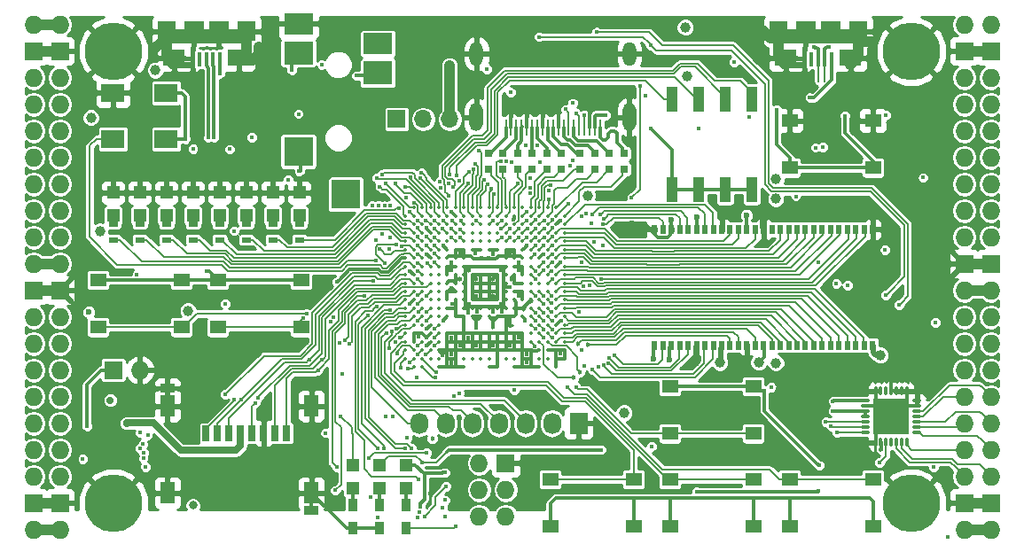
<source format=gtl>
G04 #@! TF.FileFunction,Copper,L1,Top,Signal*
%FSLAX46Y46*%
G04 Gerber Fmt 4.6, Leading zero omitted, Abs format (unit mm)*
G04 Created by KiCad (PCBNEW 4.0.7+dfsg1-1) date Thu Mar 29 21:21:21 2018*
%MOMM*%
%LPD*%
G01*
G04 APERTURE LIST*
%ADD10C,0.100000*%
%ADD11R,1.700000X1.700000*%
%ADD12O,1.700000X1.700000*%
%ADD13O,1.727200X1.727200*%
%ADD14R,1.727200X1.727200*%
%ADD15C,5.500000*%
%ADD16R,0.900000X1.200000*%
%ADD17R,2.100000X1.600000*%
%ADD18R,1.900000X1.900000*%
%ADD19R,0.400000X1.350000*%
%ADD20R,1.800000X1.900000*%
%ADD21O,0.850000X0.300000*%
%ADD22O,0.300000X0.850000*%
%ADD23R,1.675000X1.675000*%
%ADD24R,1.727200X2.032000*%
%ADD25O,1.727200X2.032000*%
%ADD26R,1.550000X1.300000*%
%ADD27R,1.120000X2.440000*%
%ADD28C,0.350000*%
%ADD29R,1.200000X1.200000*%
%ADD30R,2.800000X2.000000*%
%ADD31R,2.800000X2.200000*%
%ADD32R,2.800000X2.800000*%
%ADD33O,1.300000X2.700000*%
%ADD34O,1.300000X2.300000*%
%ADD35R,0.250000X1.600000*%
%ADD36R,0.700000X1.500000*%
%ADD37R,1.450000X0.900000*%
%ADD38R,1.450000X2.000000*%
%ADD39R,2.200000X1.800000*%
%ADD40R,0.560000X0.900000*%
%ADD41R,0.900000X0.500000*%
%ADD42R,0.750000X0.800000*%
%ADD43C,0.400000*%
%ADD44C,0.600000*%
%ADD45C,1.000000*%
%ADD46C,0.454000*%
%ADD47C,0.800000*%
%ADD48C,0.700000*%
%ADD49C,0.500000*%
%ADD50C,0.300000*%
%ADD51C,1.000000*%
%ADD52C,0.600000*%
%ADD53C,0.190000*%
%ADD54C,0.200000*%
%ADD55C,0.700000*%
%ADD56C,0.127000*%
%ADD57C,0.180000*%
%ADD58C,0.254000*%
G04 APERTURE END LIST*
D10*
D11*
X130056000Y-71725000D03*
D12*
X132596000Y-71725000D03*
X135136000Y-71725000D03*
D13*
X97910000Y-62690000D03*
X95370000Y-62690000D03*
D14*
X97910000Y-65230000D03*
X95370000Y-65230000D03*
D13*
X97910000Y-67770000D03*
X95370000Y-67770000D03*
X97910000Y-70310000D03*
X95370000Y-70310000D03*
X97910000Y-72850000D03*
X95370000Y-72850000D03*
X97910000Y-75390000D03*
X95370000Y-75390000D03*
X97910000Y-77930000D03*
X95370000Y-77930000D03*
X97910000Y-80470000D03*
X95370000Y-80470000D03*
X97910000Y-83010000D03*
X95370000Y-83010000D03*
X97910000Y-85550000D03*
X95370000Y-85550000D03*
D14*
X97910000Y-88090000D03*
X95370000Y-88090000D03*
D13*
X97910000Y-90630000D03*
X95370000Y-90630000D03*
X97910000Y-93170000D03*
X95370000Y-93170000D03*
X97910000Y-95710000D03*
X95370000Y-95710000D03*
X97910000Y-98250000D03*
X95370000Y-98250000D03*
X97910000Y-100790000D03*
X95370000Y-100790000D03*
X97910000Y-103330000D03*
X95370000Y-103330000D03*
X97910000Y-105870000D03*
X95370000Y-105870000D03*
D14*
X97910000Y-108410000D03*
X95370000Y-108410000D03*
D13*
X97910000Y-110950000D03*
X95370000Y-110950000D03*
X184270000Y-110950000D03*
X186810000Y-110950000D03*
D14*
X184270000Y-108410000D03*
X186810000Y-108410000D03*
D13*
X184270000Y-105870000D03*
X186810000Y-105870000D03*
X184270000Y-103330000D03*
X186810000Y-103330000D03*
X184270000Y-100790000D03*
X186810000Y-100790000D03*
X184270000Y-98250000D03*
X186810000Y-98250000D03*
X184270000Y-95710000D03*
X186810000Y-95710000D03*
X184270000Y-93170000D03*
X186810000Y-93170000D03*
X184270000Y-90630000D03*
X186810000Y-90630000D03*
X184270000Y-88090000D03*
X186810000Y-88090000D03*
D14*
X184270000Y-85550000D03*
X186810000Y-85550000D03*
D13*
X184270000Y-83010000D03*
X186810000Y-83010000D03*
X184270000Y-80470000D03*
X186810000Y-80470000D03*
X184270000Y-77930000D03*
X186810000Y-77930000D03*
X184270000Y-75390000D03*
X186810000Y-75390000D03*
X184270000Y-72850000D03*
X186810000Y-72850000D03*
X184270000Y-70310000D03*
X186810000Y-70310000D03*
X184270000Y-67770000D03*
X186810000Y-67770000D03*
D14*
X184270000Y-65230000D03*
X186810000Y-65230000D03*
D13*
X184270000Y-62690000D03*
X186810000Y-62690000D03*
D15*
X102990000Y-108410000D03*
X179190000Y-108410000D03*
X179190000Y-65230000D03*
X102990000Y-65230000D03*
D14*
X102990000Y-95710000D03*
D13*
X105530000Y-95710000D03*
D16*
X128390000Y-108580000D03*
X128390000Y-110780000D03*
X130930000Y-110780000D03*
X130930000Y-108580000D03*
D17*
X114980000Y-65875000D03*
X108780000Y-65875000D03*
D18*
X113080000Y-63325000D03*
X110680000Y-63325000D03*
D19*
X113180000Y-66000000D03*
X112530000Y-66000000D03*
X111880000Y-66000000D03*
X111230000Y-66000000D03*
X110580000Y-66000000D03*
D20*
X115680000Y-63325000D03*
X108080000Y-63325000D03*
D17*
X173400000Y-65875000D03*
X167200000Y-65875000D03*
D18*
X171500000Y-63325000D03*
X169100000Y-63325000D03*
D19*
X171600000Y-66000000D03*
X170950000Y-66000000D03*
X170300000Y-66000000D03*
X169650000Y-66000000D03*
X169000000Y-66000000D03*
D20*
X174100000Y-63325000D03*
X166500000Y-63325000D03*
D14*
X140455000Y-104600000D03*
D13*
X137915000Y-104600000D03*
X140455000Y-107140000D03*
X137915000Y-107140000D03*
X140455000Y-109680000D03*
X137915000Y-109680000D03*
D21*
X179735000Y-101655000D03*
X179735000Y-101155000D03*
X179735000Y-100655000D03*
X179735000Y-100155000D03*
X179735000Y-99655000D03*
X179735000Y-99155000D03*
X179735000Y-98655000D03*
D22*
X178785000Y-97705000D03*
X178285000Y-97705000D03*
X177785000Y-97705000D03*
X177285000Y-97705000D03*
X176785000Y-97705000D03*
X176285000Y-97705000D03*
X175785000Y-97705000D03*
D21*
X174835000Y-98655000D03*
X174835000Y-99155000D03*
X174835000Y-99655000D03*
X174835000Y-100155000D03*
X174835000Y-100655000D03*
X174835000Y-101155000D03*
X174835000Y-101655000D03*
D22*
X175785000Y-102605000D03*
X176285000Y-102605000D03*
X176785000Y-102605000D03*
X177285000Y-102605000D03*
X177785000Y-102605000D03*
X178285000Y-102605000D03*
X178785000Y-102605000D03*
D23*
X176447500Y-99317500D03*
X176447500Y-100992500D03*
X178122500Y-99317500D03*
X178122500Y-100992500D03*
D24*
X147440000Y-100790000D03*
D25*
X144900000Y-100790000D03*
X142360000Y-100790000D03*
X139820000Y-100790000D03*
X137280000Y-100790000D03*
X134740000Y-100790000D03*
X132200000Y-100790000D03*
D26*
X175550000Y-71870000D03*
X175550000Y-76370000D03*
X167590000Y-76370000D03*
X167590000Y-71870000D03*
X101550000Y-91610000D03*
X101550000Y-87110000D03*
X109510000Y-87110000D03*
X109510000Y-91610000D03*
X112980000Y-91610000D03*
X112980000Y-87110000D03*
X120940000Y-87110000D03*
X120940000Y-91610000D03*
X156160000Y-101770000D03*
X156160000Y-97270000D03*
X164120000Y-97270000D03*
X164120000Y-101770000D03*
X164120000Y-106160000D03*
X164120000Y-110660000D03*
X156160000Y-110660000D03*
X156160000Y-106160000D03*
X152690000Y-106160000D03*
X152690000Y-110660000D03*
X144730000Y-110660000D03*
X144730000Y-106160000D03*
X175550000Y-106160000D03*
X175550000Y-110660000D03*
X167590000Y-110660000D03*
X167590000Y-106160000D03*
D27*
X156330000Y-78425000D03*
X163950000Y-69815000D03*
X158870000Y-78425000D03*
X161410000Y-69815000D03*
X161410000Y-78425000D03*
X158870000Y-69815000D03*
X163950000Y-78425000D03*
X156330000Y-69815000D03*
D28*
X131680000Y-80200000D03*
X132480000Y-80200000D03*
X133280000Y-80200000D03*
X134080000Y-80200000D03*
X134880000Y-80200000D03*
X135680000Y-80200000D03*
X136480000Y-80200000D03*
X137280000Y-80200000D03*
X138080000Y-80200000D03*
X138880000Y-80200000D03*
X139680000Y-80200000D03*
X140480000Y-80200000D03*
X141280000Y-80200000D03*
X142080000Y-80200000D03*
X142880000Y-80200000D03*
X143680000Y-80200000D03*
X144480000Y-80200000D03*
X145280000Y-80200000D03*
X130880000Y-81000000D03*
X131680000Y-81000000D03*
X132480000Y-81000000D03*
X133280000Y-81000000D03*
X134080000Y-81000000D03*
X134880000Y-81000000D03*
X135680000Y-81000000D03*
X136480000Y-81000000D03*
X137280000Y-81000000D03*
X138080000Y-81000000D03*
X138880000Y-81000000D03*
X139680000Y-81000000D03*
X140480000Y-81000000D03*
X141280000Y-81000000D03*
X142080000Y-81000000D03*
X142880000Y-81000000D03*
X143680000Y-81000000D03*
X144480000Y-81000000D03*
X145280000Y-81000000D03*
X146080000Y-81000000D03*
X130880000Y-81800000D03*
X131680000Y-81800000D03*
X132480000Y-81800000D03*
X133280000Y-81800000D03*
X134080000Y-81800000D03*
X134880000Y-81800000D03*
X135680000Y-81800000D03*
X136480000Y-81800000D03*
X137280000Y-81800000D03*
X138080000Y-81800000D03*
X138880000Y-81800000D03*
X139680000Y-81800000D03*
X140480000Y-81800000D03*
X141280000Y-81800000D03*
X142080000Y-81800000D03*
X142880000Y-81800000D03*
X143680000Y-81800000D03*
X144480000Y-81800000D03*
X145280000Y-81800000D03*
X146080000Y-81800000D03*
X130880000Y-82600000D03*
X131680000Y-82600000D03*
X132480000Y-82600000D03*
X133280000Y-82600000D03*
X134080000Y-82600000D03*
X134880000Y-82600000D03*
X135680000Y-82600000D03*
X136480000Y-82600000D03*
X137280000Y-82600000D03*
X138080000Y-82600000D03*
X138880000Y-82600000D03*
X139680000Y-82600000D03*
X140480000Y-82600000D03*
X141280000Y-82600000D03*
X142080000Y-82600000D03*
X142880000Y-82600000D03*
X143680000Y-82600000D03*
X144480000Y-82600000D03*
X145280000Y-82600000D03*
X146080000Y-82600000D03*
X130880000Y-83400000D03*
X131680000Y-83400000D03*
X132480000Y-83400000D03*
X133280000Y-83400000D03*
X134080000Y-83400000D03*
X134880000Y-83400000D03*
X135680000Y-83400000D03*
X136480000Y-83400000D03*
X137280000Y-83400000D03*
X138080000Y-83400000D03*
X138880000Y-83400000D03*
X139680000Y-83400000D03*
X140480000Y-83400000D03*
X141280000Y-83400000D03*
X142080000Y-83400000D03*
X142880000Y-83400000D03*
X143680000Y-83400000D03*
X144480000Y-83400000D03*
X145280000Y-83400000D03*
X146080000Y-83400000D03*
X130880000Y-84200000D03*
X131680000Y-84200000D03*
X132480000Y-84200000D03*
X133280000Y-84200000D03*
X134080000Y-84200000D03*
X134880000Y-84200000D03*
X135680000Y-84200000D03*
X136480000Y-84200000D03*
X137280000Y-84200000D03*
X138080000Y-84200000D03*
X138880000Y-84200000D03*
X139680000Y-84200000D03*
X140480000Y-84200000D03*
X141280000Y-84200000D03*
X142080000Y-84200000D03*
X142880000Y-84200000D03*
X143680000Y-84200000D03*
X144480000Y-84200000D03*
X145280000Y-84200000D03*
X146080000Y-84200000D03*
X130880000Y-85000000D03*
X131680000Y-85000000D03*
X132480000Y-85000000D03*
X133280000Y-85000000D03*
X134080000Y-85000000D03*
X134880000Y-85000000D03*
X135680000Y-85000000D03*
X136480000Y-85000000D03*
X137280000Y-85000000D03*
X138080000Y-85000000D03*
X138880000Y-85000000D03*
X139680000Y-85000000D03*
X140480000Y-85000000D03*
X141280000Y-85000000D03*
X142080000Y-85000000D03*
X142880000Y-85000000D03*
X143680000Y-85000000D03*
X144480000Y-85000000D03*
X145280000Y-85000000D03*
X146080000Y-85000000D03*
X130880000Y-85800000D03*
X131680000Y-85800000D03*
X132480000Y-85800000D03*
X133280000Y-85800000D03*
X134080000Y-85800000D03*
X134880000Y-85800000D03*
X135680000Y-85800000D03*
X136480000Y-85800000D03*
X137280000Y-85800000D03*
X138080000Y-85800000D03*
X138880000Y-85800000D03*
X139680000Y-85800000D03*
X140480000Y-85800000D03*
X141280000Y-85800000D03*
X142080000Y-85800000D03*
X142880000Y-85800000D03*
X143680000Y-85800000D03*
X144480000Y-85800000D03*
X145280000Y-85800000D03*
X146080000Y-85800000D03*
X130880000Y-86600000D03*
X131680000Y-86600000D03*
X132480000Y-86600000D03*
X133280000Y-86600000D03*
X134080000Y-86600000D03*
X134880000Y-86600000D03*
X135680000Y-86600000D03*
X136480000Y-86600000D03*
X137280000Y-86600000D03*
X138080000Y-86600000D03*
X138880000Y-86600000D03*
X139680000Y-86600000D03*
X140480000Y-86600000D03*
X141280000Y-86600000D03*
X142080000Y-86600000D03*
X142880000Y-86600000D03*
X143680000Y-86600000D03*
X144480000Y-86600000D03*
X145280000Y-86600000D03*
X146080000Y-86600000D03*
X130880000Y-87400000D03*
X131680000Y-87400000D03*
X132480000Y-87400000D03*
X133280000Y-87400000D03*
X134080000Y-87400000D03*
X134880000Y-87400000D03*
X135680000Y-87400000D03*
X136480000Y-87400000D03*
X137280000Y-87400000D03*
X138080000Y-87400000D03*
X138880000Y-87400000D03*
X139680000Y-87400000D03*
X140480000Y-87400000D03*
X141280000Y-87400000D03*
X142080000Y-87400000D03*
X142880000Y-87400000D03*
X143680000Y-87400000D03*
X144480000Y-87400000D03*
X145280000Y-87400000D03*
X146080000Y-87400000D03*
X130880000Y-88200000D03*
X131680000Y-88200000D03*
X132480000Y-88200000D03*
X133280000Y-88200000D03*
X134080000Y-88200000D03*
X134880000Y-88200000D03*
X135680000Y-88200000D03*
X136480000Y-88200000D03*
X137280000Y-88200000D03*
X138080000Y-88200000D03*
X138880000Y-88200000D03*
X139680000Y-88200000D03*
X140480000Y-88200000D03*
X141280000Y-88200000D03*
X142080000Y-88200000D03*
X142880000Y-88200000D03*
X143680000Y-88200000D03*
X144480000Y-88200000D03*
X145280000Y-88200000D03*
X146080000Y-88200000D03*
X130880000Y-89000000D03*
X131680000Y-89000000D03*
X132480000Y-89000000D03*
X133280000Y-89000000D03*
X134080000Y-89000000D03*
X134880000Y-89000000D03*
X135680000Y-89000000D03*
X136480000Y-89000000D03*
X137280000Y-89000000D03*
X138080000Y-89000000D03*
X138880000Y-89000000D03*
X139680000Y-89000000D03*
X140480000Y-89000000D03*
X141280000Y-89000000D03*
X142080000Y-89000000D03*
X142880000Y-89000000D03*
X143680000Y-89000000D03*
X144480000Y-89000000D03*
X145280000Y-89000000D03*
X146080000Y-89000000D03*
X130880000Y-89800000D03*
X131680000Y-89800000D03*
X132480000Y-89800000D03*
X133280000Y-89800000D03*
X134080000Y-89800000D03*
X134880000Y-89800000D03*
X135680000Y-89800000D03*
X136480000Y-89800000D03*
X137280000Y-89800000D03*
X138080000Y-89800000D03*
X138880000Y-89800000D03*
X139680000Y-89800000D03*
X140480000Y-89800000D03*
X141280000Y-89800000D03*
X142080000Y-89800000D03*
X142880000Y-89800000D03*
X143680000Y-89800000D03*
X144480000Y-89800000D03*
X145280000Y-89800000D03*
X146080000Y-89800000D03*
X130880000Y-90600000D03*
X131680000Y-90600000D03*
X132480000Y-90600000D03*
X133280000Y-90600000D03*
X134080000Y-90600000D03*
X134880000Y-90600000D03*
X135680000Y-90600000D03*
X136480000Y-90600000D03*
X137280000Y-90600000D03*
X138080000Y-90600000D03*
X138880000Y-90600000D03*
X139680000Y-90600000D03*
X140480000Y-90600000D03*
X141280000Y-90600000D03*
X142080000Y-90600000D03*
X142880000Y-90600000D03*
X143680000Y-90600000D03*
X144480000Y-90600000D03*
X145280000Y-90600000D03*
X146080000Y-90600000D03*
X130880000Y-91400000D03*
X131680000Y-91400000D03*
X132480000Y-91400000D03*
X133280000Y-91400000D03*
X134080000Y-91400000D03*
X142880000Y-91400000D03*
X143680000Y-91400000D03*
X144480000Y-91400000D03*
X145280000Y-91400000D03*
X146080000Y-91400000D03*
X130880000Y-92200000D03*
X131680000Y-92200000D03*
X132480000Y-92200000D03*
X133280000Y-92200000D03*
X134080000Y-92200000D03*
X134880000Y-92200000D03*
X135680000Y-92200000D03*
X136480000Y-92200000D03*
X137280000Y-92200000D03*
X138080000Y-92200000D03*
X138880000Y-92200000D03*
X139680000Y-92200000D03*
X140480000Y-92200000D03*
X141280000Y-92200000D03*
X142080000Y-92200000D03*
X142880000Y-92200000D03*
X143680000Y-92200000D03*
X144480000Y-92200000D03*
X145280000Y-92200000D03*
X146080000Y-92200000D03*
X130880000Y-93000000D03*
X131680000Y-93000000D03*
X132480000Y-93000000D03*
X133280000Y-93000000D03*
X134080000Y-93000000D03*
X134880000Y-93000000D03*
X135680000Y-93000000D03*
X136480000Y-93000000D03*
X137280000Y-93000000D03*
X138080000Y-93000000D03*
X138880000Y-93000000D03*
X139680000Y-93000000D03*
X140480000Y-93000000D03*
X141280000Y-93000000D03*
X142080000Y-93000000D03*
X142880000Y-93000000D03*
X143680000Y-93000000D03*
X144480000Y-93000000D03*
X145280000Y-93000000D03*
X146080000Y-93000000D03*
X130880000Y-93800000D03*
X131680000Y-93800000D03*
X132480000Y-93800000D03*
X133280000Y-93800000D03*
X134080000Y-93800000D03*
X134880000Y-93800000D03*
X135680000Y-93800000D03*
X136480000Y-93800000D03*
X137280000Y-93800000D03*
X138080000Y-93800000D03*
X138880000Y-93800000D03*
X139680000Y-93800000D03*
X140480000Y-93800000D03*
X141280000Y-93800000D03*
X142080000Y-93800000D03*
X142880000Y-93800000D03*
X143680000Y-93800000D03*
X144480000Y-93800000D03*
X145280000Y-93800000D03*
X146080000Y-93800000D03*
X130880000Y-94600000D03*
X131680000Y-94600000D03*
X132480000Y-94600000D03*
X133280000Y-94600000D03*
X134080000Y-94600000D03*
X134880000Y-94600000D03*
X135680000Y-94600000D03*
X136480000Y-94600000D03*
X137280000Y-94600000D03*
X138080000Y-94600000D03*
X138880000Y-94600000D03*
X139680000Y-94600000D03*
X140480000Y-94600000D03*
X141280000Y-94600000D03*
X142080000Y-94600000D03*
X142880000Y-94600000D03*
X143680000Y-94600000D03*
X144480000Y-94600000D03*
X145280000Y-94600000D03*
X146080000Y-94600000D03*
X131680000Y-95400000D03*
X132480000Y-95400000D03*
X134080000Y-95400000D03*
X134880000Y-95400000D03*
X135680000Y-95400000D03*
X136480000Y-95400000D03*
X138880000Y-95400000D03*
X139680000Y-95400000D03*
X141280000Y-95400000D03*
X142080000Y-95400000D03*
X142880000Y-95400000D03*
X143680000Y-95400000D03*
X145280000Y-95400000D03*
D29*
X125850000Y-104770000D03*
X125850000Y-106970000D03*
D16*
X125850000Y-108580000D03*
X125850000Y-110780000D03*
D29*
X128390000Y-104770000D03*
X128390000Y-106970000D03*
X120770000Y-80935000D03*
X120770000Y-78735000D03*
X118230000Y-80935000D03*
X118230000Y-78735000D03*
X115690000Y-80935000D03*
X115690000Y-78735000D03*
X113150000Y-80935000D03*
X113150000Y-78735000D03*
X110610000Y-80935000D03*
X110610000Y-78735000D03*
X108070000Y-80935000D03*
X108070000Y-78735000D03*
X105530000Y-80935000D03*
X105530000Y-78735000D03*
X102990000Y-80935000D03*
X102990000Y-78735000D03*
X130930000Y-104770000D03*
X130930000Y-106970000D03*
D30*
X120668000Y-62618000D03*
D31*
X120668000Y-65418000D03*
D32*
X120668000Y-74818000D03*
X125218000Y-78918000D03*
D31*
X128268000Y-67318000D03*
D30*
X128268000Y-64518000D03*
D33*
X152280000Y-71550000D03*
X137680000Y-71550000D03*
D34*
X137680000Y-65500000D03*
D35*
X140480000Y-72500000D03*
X140980000Y-72500000D03*
X141480000Y-72500000D03*
X141980000Y-72500000D03*
X142480000Y-72500000D03*
X142980000Y-72500000D03*
X143480000Y-72500000D03*
X143980000Y-72500000D03*
X144480000Y-72500000D03*
X144980000Y-72500000D03*
X145480000Y-72500000D03*
X145980000Y-72500000D03*
X146480000Y-72500000D03*
X146980000Y-72500000D03*
X147480000Y-72500000D03*
X147980000Y-72500000D03*
X148480000Y-72500000D03*
X148980000Y-72500000D03*
X149480000Y-72500000D03*
D34*
X152280000Y-65500000D03*
D36*
X111850000Y-101750000D03*
X112950000Y-101750000D03*
X114050000Y-101750000D03*
X115150000Y-101750000D03*
X116250000Y-101750000D03*
X117350000Y-101750000D03*
X118450000Y-101750000D03*
X119550000Y-101750000D03*
D37*
X108175000Y-97450000D03*
X121925000Y-109150000D03*
D38*
X121925000Y-99150000D03*
X108175000Y-99150000D03*
X108175000Y-107450000D03*
X121925000Y-107450000D03*
D39*
X108040000Y-69220000D03*
X102960000Y-69220000D03*
X102960000Y-73620000D03*
X108040000Y-73620000D03*
D40*
X175493000Y-82270000D03*
X154693000Y-93330000D03*
X155493000Y-93330000D03*
X156293000Y-93330000D03*
X157093000Y-93330000D03*
X157893000Y-93330000D03*
X158693000Y-93330000D03*
X159493000Y-93330000D03*
X160293000Y-93330000D03*
X161093000Y-93330000D03*
X161893000Y-93330000D03*
X162693000Y-93330000D03*
X163493000Y-93330000D03*
X164293000Y-93330000D03*
X165093000Y-93330000D03*
X165893000Y-93330000D03*
X166693000Y-93330000D03*
X167493000Y-93330000D03*
X168293000Y-93330000D03*
X169093000Y-93330000D03*
X169893000Y-93330000D03*
X170693000Y-93330000D03*
X171493000Y-93330000D03*
X172293000Y-93330000D03*
X173093000Y-93330000D03*
X173893000Y-93330000D03*
X174693000Y-93330000D03*
X175493000Y-93330000D03*
X174693000Y-82270000D03*
X173893000Y-82270000D03*
X173093000Y-82270000D03*
X172293000Y-82270000D03*
X171493000Y-82270000D03*
X170693000Y-82270000D03*
X169893000Y-82270000D03*
X169093000Y-82270000D03*
X168293000Y-82270000D03*
X167493000Y-82270000D03*
X166693000Y-82270000D03*
X165893000Y-82270000D03*
X165093000Y-82270000D03*
X164293000Y-82270000D03*
X163493000Y-82270000D03*
X162693000Y-82270000D03*
X161893000Y-82270000D03*
X161093000Y-82270000D03*
X160293000Y-82270000D03*
X159493000Y-82270000D03*
X158693000Y-82270000D03*
X157893000Y-82270000D03*
X157093000Y-82270000D03*
X156293000Y-82270000D03*
X155493000Y-82270000D03*
X154693000Y-82270000D03*
D41*
X120770000Y-83252000D03*
X120770000Y-81752000D03*
X118230000Y-83252000D03*
X118230000Y-81752000D03*
X115690000Y-83252000D03*
X115690000Y-81752000D03*
X113150000Y-83252000D03*
X113150000Y-81752000D03*
X110610000Y-83252000D03*
X110610000Y-81752000D03*
X108070000Y-83252000D03*
X108070000Y-81752000D03*
X105530000Y-83252000D03*
X105530000Y-81752000D03*
X102990000Y-83252000D03*
X102990000Y-81752000D03*
D42*
X150361000Y-75021000D03*
X150361000Y-76521000D03*
X151758000Y-75021000D03*
X151758000Y-76521000D03*
X140201000Y-75021000D03*
X140201000Y-76521000D03*
X142995000Y-75021000D03*
X142995000Y-76521000D03*
X145789000Y-75021000D03*
X145789000Y-76521000D03*
X148964000Y-75021000D03*
X148964000Y-76521000D03*
X138804000Y-75021000D03*
X138804000Y-76521000D03*
X141598000Y-75021000D03*
X141598000Y-76521000D03*
X144392000Y-75021000D03*
X144392000Y-76521000D03*
X147567000Y-75009000D03*
X147567000Y-76509000D03*
D43*
X124632693Y-93120351D03*
X177276232Y-95489933D03*
D44*
X152510125Y-81695229D03*
D43*
X141740000Y-70201000D03*
X141171192Y-81309931D03*
X131264297Y-86227110D03*
X132882184Y-84635372D03*
X132880004Y-82103335D03*
X173856000Y-71538990D03*
D45*
X164947008Y-63194069D03*
X175494572Y-64322557D03*
D43*
X135342764Y-89381630D03*
X144103496Y-84660400D03*
D45*
X177658444Y-82281349D03*
D43*
X145680000Y-81405125D03*
X145691238Y-94166752D03*
X145759873Y-91010176D03*
D45*
X162956098Y-95078488D03*
X158539988Y-94868772D03*
D44*
X161075765Y-80992022D03*
X164882869Y-80938986D03*
X156262773Y-81349374D03*
X123437000Y-108972000D03*
D43*
X135281276Y-80583119D03*
X131279502Y-89407325D03*
X170309539Y-85441529D03*
X145672808Y-85396062D03*
X133216000Y-107465000D03*
X137680000Y-88600000D03*
X142480000Y-95000000D03*
X141680000Y-92600000D03*
X140836000Y-84534000D03*
X135284627Y-94985297D03*
X135288625Y-94225619D03*
X134455822Y-94267172D03*
X136095958Y-93369652D03*
D46*
X139264636Y-91615205D03*
D45*
X116880503Y-64802940D03*
X106974809Y-64953974D03*
D43*
X140874194Y-91433353D03*
X142480000Y-94200000D03*
X140880000Y-93400000D03*
X139280000Y-93400000D03*
X137680000Y-93400000D03*
X136880000Y-92600000D03*
X135280000Y-92600000D03*
X132880000Y-91800000D03*
X132880000Y-93400000D03*
D46*
X141042859Y-86994997D03*
X139280000Y-87000000D03*
X136110990Y-86995403D03*
X137680000Y-87000000D03*
X136080000Y-84600000D03*
X139280000Y-88600000D03*
D45*
X107021491Y-67043629D03*
D43*
X172047074Y-87438453D03*
D45*
X166255545Y-79350736D03*
X166275426Y-77452540D03*
X157807568Y-67669269D03*
X101707889Y-82423180D03*
X166284693Y-95025145D03*
D43*
X150030853Y-71331848D03*
D45*
X157600000Y-62944000D03*
X135105588Y-66616618D03*
D43*
X181341888Y-104945434D03*
X181491000Y-91156000D03*
X171709918Y-99619659D03*
X171709918Y-98665996D03*
X140936031Y-69178713D03*
X138653686Y-66932248D03*
X135279386Y-87846456D03*
X119692151Y-77494120D03*
X113660608Y-89375718D03*
D45*
X148268387Y-79050018D03*
D43*
X137659051Y-91638034D03*
X158870000Y-72596000D03*
X114513935Y-82409431D03*
X109840000Y-73620000D03*
X132110753Y-92527478D03*
X165803369Y-97344883D03*
D45*
X160905403Y-95006436D03*
D44*
X158731133Y-81048929D03*
X154593901Y-94607945D03*
X156088245Y-94762980D03*
D45*
X164625730Y-94982471D03*
D44*
X163462982Y-80942429D03*
D45*
X176254940Y-94288458D03*
D47*
X110593913Y-108636458D03*
D43*
X180340784Y-77316932D03*
X173137949Y-87594275D03*
D48*
X102710050Y-98594954D03*
D43*
X129005202Y-100174798D03*
X176305593Y-103279812D03*
X100080000Y-104200000D03*
X139272517Y-84611349D03*
X141680000Y-86200000D03*
X132880000Y-92600000D03*
X141680000Y-88600000D03*
X141680000Y-85400000D03*
X130019546Y-91732979D03*
X121431221Y-90311593D03*
X130384540Y-92584728D03*
X121088335Y-90753785D03*
X146394787Y-97333919D03*
X143300000Y-86220000D03*
X147175985Y-97333919D03*
X147700000Y-93820000D03*
X144900000Y-91820000D03*
X142277990Y-91000000D03*
D45*
X110128890Y-90028152D03*
D43*
X142480000Y-83800000D03*
X134480000Y-83800000D03*
X134480000Y-91000000D03*
X120664983Y-71227362D03*
X122926177Y-66532317D03*
X153843282Y-69469828D03*
X105245010Y-86595559D03*
X169517039Y-69686488D03*
X170362901Y-107286196D03*
X158716651Y-107325176D03*
X136028224Y-97922729D03*
X128216338Y-109760338D03*
X132708000Y-109680000D03*
X134750646Y-106810513D03*
X133680000Y-91800000D03*
X135517016Y-98167170D03*
X134675868Y-108131585D03*
D46*
X133449289Y-102232615D03*
D43*
X133680000Y-92600000D03*
X132928488Y-103601340D03*
X127419091Y-104077728D03*
X133685482Y-93402296D03*
X134463998Y-108841973D03*
X131986331Y-96404793D03*
X131039072Y-102187000D03*
X134636872Y-109719950D03*
X132846234Y-94197073D03*
X176700000Y-84220000D03*
X143260000Y-84620000D03*
X120739932Y-76694083D03*
X126204504Y-67585368D03*
X147983153Y-71347080D03*
X147186000Y-71200000D03*
X127810351Y-87182069D03*
X121687479Y-94718249D03*
X132083026Y-86260405D03*
X116569594Y-98828850D03*
X113700000Y-98020000D03*
X122932649Y-94724357D03*
X124849021Y-96102869D03*
X122527919Y-95725900D03*
X113157250Y-67343629D03*
X116198000Y-73474420D03*
X127586603Y-107875044D03*
X146180000Y-70800000D03*
X131453853Y-103208291D03*
X149787294Y-81774991D03*
X144080000Y-86200000D03*
X149553145Y-86989440D03*
X144894316Y-86977564D03*
X149527221Y-80838006D03*
X144896700Y-83835368D03*
D46*
X147343891Y-93217126D03*
D43*
X144113248Y-92588762D03*
X149853189Y-81252115D03*
X144875155Y-86292748D03*
X148696112Y-80861847D03*
X144916886Y-82991356D03*
D46*
X148349010Y-93322307D03*
D43*
X144882352Y-92577990D03*
X144902941Y-90956495D03*
X148747982Y-95669626D03*
X144867244Y-90112484D03*
X149795895Y-95251084D03*
X144855814Y-89268481D03*
X150278898Y-95040253D03*
X150345974Y-94517527D03*
X144877648Y-88622010D03*
X150889207Y-94332565D03*
X143280000Y-87000000D03*
X129972715Y-93035096D03*
X131084713Y-95564177D03*
X130422000Y-95456000D03*
X131316164Y-94959140D03*
X130123373Y-94122671D03*
X132031990Y-93400000D03*
X129362027Y-93645784D03*
X141280657Y-97642010D03*
X133852393Y-95875797D03*
X133762848Y-96395146D03*
X132080000Y-94200000D03*
X128452683Y-84116867D03*
X105890482Y-103613569D03*
X129449238Y-89937935D03*
X130839477Y-103208987D03*
X132075624Y-89410644D03*
X128806823Y-103185900D03*
X128136791Y-89611518D03*
X132162861Y-106185868D03*
X132880000Y-88600000D03*
X126970181Y-88659309D03*
X124322162Y-105002357D03*
X132080000Y-87000000D03*
X125525099Y-93236764D03*
X124202418Y-107207639D03*
X110599084Y-74589383D03*
X132024412Y-109766775D03*
X114104080Y-74612196D03*
X132219727Y-109277292D03*
X115190634Y-98572389D03*
X131677570Y-79697994D03*
X132088008Y-81408008D03*
X132079995Y-82103334D03*
X132872609Y-82947350D03*
X133627359Y-81414685D03*
X133648389Y-82190597D03*
X131353451Y-77264702D03*
X129920953Y-77910818D03*
X129568570Y-92005655D03*
X132880000Y-91000000D03*
X129055731Y-92162718D03*
X132077338Y-91002010D03*
X131265176Y-80621782D03*
X130272149Y-80238214D03*
X128091794Y-85277024D03*
X132089786Y-85479378D03*
X146880000Y-70200000D03*
X134250176Y-78253806D03*
X163703220Y-71542164D03*
X134433979Y-82180155D03*
X135656559Y-110610712D03*
X149577281Y-103320847D03*
X132468001Y-104503413D03*
D48*
X104260000Y-100790000D03*
D43*
X114560994Y-98539563D03*
X116800000Y-98320000D03*
X111895217Y-86253790D03*
X170383147Y-104803648D03*
X165170594Y-97666317D03*
X169506589Y-107953726D03*
X170026483Y-74446860D03*
X142571021Y-82204353D03*
X143287402Y-83042010D03*
X154425580Y-102987766D03*
X168166438Y-79108038D03*
X112614274Y-73474420D03*
X112074854Y-73474420D03*
X176185734Y-104520755D03*
X143269694Y-93414905D03*
X172088748Y-101653244D03*
X143280000Y-91800000D03*
X171544861Y-101086833D03*
X144064831Y-91877646D03*
X171031350Y-100628341D03*
X144080000Y-90956495D03*
X135414395Y-78229653D03*
X135277990Y-82193851D03*
X135132058Y-76987187D03*
X136124555Y-82260038D03*
X135778528Y-77069750D03*
X136080000Y-83000000D03*
X142785835Y-77341923D03*
X170739071Y-74406366D03*
X142460000Y-83020000D03*
X143280000Y-83800000D03*
X169919000Y-64849000D03*
X171316000Y-64849000D03*
X125110333Y-92897638D03*
X124361185Y-87274371D03*
X124361184Y-87274370D03*
X182675150Y-111637626D03*
X172853718Y-71407275D03*
X166353476Y-70835462D03*
X123273881Y-101715917D03*
X129660000Y-100155000D03*
X128247798Y-103208979D03*
X127301115Y-90454353D03*
X132084049Y-88558274D03*
X120008000Y-67008000D03*
X129437600Y-79946788D03*
X133680000Y-83000000D03*
X128908575Y-79985477D03*
X133680000Y-83800000D03*
X128328791Y-79953099D03*
X130487935Y-83869856D03*
X127749884Y-79991140D03*
X128913013Y-85505853D03*
X129992018Y-83691508D03*
X133680000Y-85400000D03*
X140896226Y-87816226D03*
X140038941Y-89350966D03*
X136944530Y-89373464D03*
D46*
X136938110Y-86196311D03*
D43*
X140014602Y-86192969D03*
X139285803Y-90177691D03*
X137689001Y-90122990D03*
D45*
X151758000Y-99774000D03*
D43*
X136885174Y-90194826D03*
X140094890Y-90122990D03*
X135021320Y-79024950D03*
X135280000Y-83022010D03*
X154298000Y-72596000D03*
X100450000Y-101044000D03*
X132285867Y-108754446D03*
X134707351Y-105508447D03*
X139280000Y-81400000D03*
X139314656Y-78918689D03*
X139039938Y-78419090D03*
X138722927Y-77981589D03*
X138405916Y-77551542D03*
X137925244Y-74739570D03*
X137680000Y-81400000D03*
X137528501Y-75984774D03*
X137358104Y-76483473D03*
X136939551Y-76803711D03*
X136894372Y-77861070D03*
X136050594Y-77644475D03*
X136160979Y-81416027D03*
X135034780Y-77831198D03*
X135316968Y-81442010D03*
X134177298Y-77721089D03*
X134471370Y-81406751D03*
D46*
X146942280Y-96452058D03*
X147534467Y-95913260D03*
D43*
X147928857Y-95339016D03*
X143322010Y-91000657D03*
X149284391Y-95377990D03*
X144077013Y-90266968D03*
X147430953Y-90112484D03*
X144076240Y-89395301D03*
X143322010Y-90201951D03*
X147910791Y-87683418D03*
X144082832Y-88584510D03*
X148483539Y-87623462D03*
X143322010Y-88595030D03*
X144102010Y-85397219D03*
X144889349Y-85448737D03*
X147687390Y-85374093D03*
X149732494Y-83807694D03*
X144912409Y-84635817D03*
X148921512Y-83442010D03*
X144103186Y-83777990D03*
X144131413Y-83000000D03*
X148610661Y-81705858D03*
X144888125Y-82147345D03*
X144176662Y-82199998D03*
X148175253Y-80781550D03*
X147688311Y-80983115D03*
X144880008Y-81303333D03*
X142811300Y-78846033D03*
X142460000Y-81420000D03*
X142784407Y-78283067D03*
X142460000Y-80620000D03*
X144606344Y-78517346D03*
X144175043Y-81398770D03*
X144791531Y-78023942D03*
X146587441Y-76174058D03*
X143332651Y-82197990D03*
X146901448Y-75654906D03*
X143331031Y-81377293D03*
X143708879Y-75817300D03*
X141727010Y-82998875D03*
X141727010Y-82194937D03*
X140028978Y-82200000D03*
X141624813Y-77914503D03*
X142418848Y-74257965D03*
X140861329Y-83041266D03*
X143457010Y-74219135D03*
X140872990Y-82177164D03*
X132309031Y-77342560D03*
X132428734Y-76829323D03*
X128644933Y-77015661D03*
X128152012Y-77332672D03*
X128446805Y-78179514D03*
X128961752Y-77878818D03*
X130878594Y-78253288D03*
X130952639Y-79249008D03*
X132783339Y-81400004D03*
X129458086Y-83004065D03*
X132079024Y-82947345D03*
X105572759Y-101661319D03*
X128691780Y-82737217D03*
X132881746Y-83791361D03*
X106276126Y-101893466D03*
X105840996Y-102767214D03*
X129302562Y-84153497D03*
X132083682Y-83791356D03*
X128062071Y-83328884D03*
X105553144Y-103208669D03*
X132092886Y-84635367D03*
X105847765Y-104138847D03*
X133671942Y-84595200D03*
X132944146Y-85529791D03*
X106088753Y-104974041D03*
X124707442Y-100126977D03*
X123714874Y-91057383D03*
X132900000Y-90180000D03*
X124022612Y-90627600D03*
X132100000Y-90157990D03*
X139992737Y-75748003D03*
X162271466Y-66284958D03*
X140517734Y-75793988D03*
X140080000Y-81400000D03*
X176797084Y-71341791D03*
X153261256Y-68516958D03*
X176779363Y-88536786D03*
X154329326Y-64643767D03*
X152497066Y-79193467D03*
X146481406Y-79819384D03*
X143650666Y-63862520D03*
X141042112Y-75846610D03*
X178049758Y-89464805D03*
X140060000Y-83020000D03*
X149134122Y-63424051D03*
X144606344Y-79361357D03*
D45*
X100855891Y-71574861D03*
D43*
X135280000Y-85400000D03*
D44*
X100652119Y-90162239D03*
D43*
X137550785Y-84577294D03*
X135280000Y-86200000D03*
D49*
X184230000Y-85550000D02*
X182920003Y-84240003D01*
X182920003Y-84240003D02*
X182920003Y-84225534D01*
D50*
X184270000Y-85550000D02*
X184230000Y-85550000D01*
D49*
X184270000Y-85610000D02*
X182952738Y-86927262D01*
X182952738Y-86927262D02*
X182916738Y-86927262D01*
D50*
X184270000Y-85550000D02*
X184270000Y-85610000D01*
D49*
X97910000Y-88090000D02*
X99203955Y-86796045D01*
X99203955Y-86796045D02*
X99203955Y-86791266D01*
D50*
X177285000Y-95498701D02*
X177276232Y-95489933D01*
X177285000Y-97705000D02*
X177285000Y-95498701D01*
X155962030Y-83029572D02*
X155023970Y-83029572D01*
X155023970Y-83029572D02*
X153689627Y-81695229D01*
X156205000Y-82786602D02*
X155962030Y-83029572D01*
X153689627Y-81695229D02*
X152934389Y-81695229D01*
X152934389Y-81695229D02*
X152510125Y-81695229D01*
X156205000Y-81920000D02*
X156205000Y-82786602D01*
X140980000Y-71200000D02*
X140980000Y-70961000D01*
X140980000Y-70961000D02*
X141740000Y-70201000D01*
X135505001Y-87225001D02*
X135680000Y-87400000D01*
X135054999Y-87225001D02*
X135505001Y-87225001D01*
X134880000Y-87400000D02*
X135054999Y-87225001D01*
X141280000Y-81247487D02*
X141217556Y-81309931D01*
X141280000Y-81000000D02*
X141280000Y-81247487D01*
X141217556Y-81309931D02*
X141171192Y-81309931D01*
X131307110Y-86227110D02*
X131264297Y-86227110D01*
X131680000Y-86600000D02*
X131307110Y-86227110D01*
X133280000Y-85000000D02*
X132915372Y-84635372D01*
X132915372Y-84635372D02*
X132882184Y-84635372D01*
X133280000Y-82600000D02*
X132880004Y-82200004D01*
X132880004Y-82200004D02*
X132880004Y-82103335D01*
X174055999Y-71738989D02*
X173856000Y-71538990D01*
X174187010Y-71870000D02*
X174055999Y-71738989D01*
X175550000Y-71870000D02*
X174187010Y-71870000D01*
D51*
X165447007Y-63694068D02*
X164947008Y-63194069D01*
X165712939Y-63960000D02*
X165447007Y-63694068D01*
X166500000Y-63960000D02*
X165712939Y-63960000D01*
X174787466Y-64322557D02*
X175494572Y-64322557D01*
X174462557Y-64322557D02*
X174787466Y-64322557D01*
X174100000Y-63960000D02*
X174462557Y-64322557D01*
D50*
X135661630Y-89381630D02*
X135625606Y-89381630D01*
X135625606Y-89381630D02*
X135342764Y-89381630D01*
X135680000Y-89400000D02*
X135661630Y-89381630D01*
X139505001Y-90774999D02*
X139680000Y-90600000D01*
X139054999Y-90774999D02*
X139505001Y-90774999D01*
X138880000Y-90600000D02*
X139054999Y-90774999D01*
X105530000Y-78735000D02*
X102990000Y-78735000D01*
X108070000Y-78735000D02*
X105530000Y-78735000D01*
X110610000Y-78735000D02*
X108070000Y-78735000D01*
X113150000Y-78735000D02*
X110610000Y-78735000D01*
X115690000Y-78735000D02*
X113150000Y-78735000D01*
X118230000Y-78735000D02*
X115690000Y-78735000D01*
X120770000Y-78735000D02*
X118230000Y-78735000D01*
X144019600Y-84660400D02*
X144103496Y-84660400D01*
X143680000Y-85000000D02*
X144019600Y-84660400D01*
X177252609Y-82281349D02*
X177658444Y-82281349D01*
X177241260Y-82270000D02*
X177252609Y-82281349D01*
X145280000Y-81800000D02*
X145674875Y-81405125D01*
X145674875Y-81405125D02*
X145680000Y-81405125D01*
X145691238Y-93811238D02*
X145691238Y-93883910D01*
X145680000Y-93800000D02*
X145691238Y-93811238D01*
X145691238Y-93883910D02*
X145691238Y-94166752D01*
X145280000Y-91400000D02*
X145669824Y-91010176D01*
X145669824Y-91010176D02*
X145759873Y-91010176D01*
X121925000Y-107450000D02*
X121925000Y-109150000D01*
X163456097Y-94578489D02*
X162956098Y-95078488D01*
X163480000Y-94554586D02*
X163456097Y-94578489D01*
X163480000Y-93330000D02*
X163480000Y-94554586D01*
X158539988Y-93470012D02*
X158539988Y-94161666D01*
X158680000Y-93330000D02*
X158539988Y-93470012D01*
X158539988Y-94161666D02*
X158539988Y-94868772D01*
X161075765Y-81416286D02*
X161075765Y-80992022D01*
X161075765Y-82265765D02*
X161075765Y-81416286D01*
X161080000Y-82270000D02*
X161075765Y-82265765D01*
X164882869Y-82072869D02*
X164882869Y-81363250D01*
X165080000Y-82270000D02*
X164882869Y-82072869D01*
X164882869Y-81363250D02*
X164882869Y-80938986D01*
X156280000Y-82270000D02*
X156280000Y-81366601D01*
X156280000Y-81366601D02*
X156262773Y-81349374D01*
D49*
X175480000Y-82270000D02*
X177241260Y-82270000D01*
D50*
X148480000Y-71200000D02*
X149230000Y-70450000D01*
X148480000Y-72500000D02*
X148480000Y-71200000D01*
X145480000Y-72500000D02*
X145480000Y-71200000D01*
X143980000Y-72500000D02*
X143980000Y-71200000D01*
X142480000Y-72500000D02*
X142480000Y-71450000D01*
X142480000Y-71200000D02*
X142480000Y-71450000D01*
X140980000Y-72500000D02*
X140980000Y-71200000D01*
X134455822Y-94267172D02*
X134455822Y-94224178D01*
X134455822Y-94224178D02*
X134880000Y-93800000D01*
X123437000Y-108972000D02*
X125245000Y-110780000D01*
X125245000Y-110780000D02*
X125850000Y-110780000D01*
X125850000Y-110780000D02*
X125889531Y-110819531D01*
X125889531Y-110819531D02*
X126234488Y-110819531D01*
X126234488Y-110819531D02*
X126274019Y-110780000D01*
X126274019Y-110780000D02*
X127640000Y-110780000D01*
X127640000Y-110780000D02*
X128390000Y-110780000D01*
X121930000Y-107465000D02*
X123437000Y-108972000D01*
D51*
X184270000Y-65230000D02*
X186810000Y-65230000D01*
X184270000Y-85550000D02*
X186810000Y-85550000D01*
X184270000Y-108410000D02*
X186810000Y-108410000D01*
X95370000Y-108410000D02*
X97910000Y-108410000D01*
D49*
X97910000Y-88090000D02*
X99013590Y-89193590D01*
D50*
X99013590Y-89193590D02*
X99060056Y-89193590D01*
D51*
X95370000Y-88090000D02*
X97910000Y-88090000D01*
X95370000Y-65230000D02*
X97910000Y-65230000D01*
D50*
X139264636Y-90984636D02*
X139295364Y-90984636D01*
X139295364Y-90984636D02*
X139680000Y-90600000D01*
X140480000Y-90600000D02*
X140480000Y-92200000D01*
X135281276Y-80601276D02*
X135281276Y-80583119D01*
X135680000Y-81000000D02*
X135281276Y-80601276D01*
X131279502Y-89400498D02*
X131279502Y-89407325D01*
X131680000Y-89000000D02*
X131279502Y-89400498D01*
X145672808Y-85407192D02*
X145672808Y-85396062D01*
X145280000Y-85800000D02*
X145672808Y-85407192D01*
X137280000Y-89000000D02*
X137680000Y-88600000D01*
X142480000Y-94600000D02*
X142880000Y-94600000D01*
X142080000Y-94600000D02*
X142480000Y-94600000D01*
X142480000Y-94600000D02*
X142480000Y-95000000D01*
X141680000Y-92200000D02*
X142080000Y-92200000D01*
X141280000Y-92200000D02*
X141680000Y-92200000D01*
X141680000Y-92200000D02*
X141680000Y-92600000D01*
X141280000Y-84200000D02*
X141170000Y-84200000D01*
X141170000Y-84200000D02*
X140836000Y-84534000D01*
X135284627Y-95395373D02*
X135284627Y-95268139D01*
X135280000Y-95400000D02*
X135284627Y-95395373D01*
X135284627Y-95268139D02*
X135284627Y-94985297D01*
X135288625Y-93942777D02*
X135288625Y-94225619D01*
X135288625Y-93808625D02*
X135288625Y-93942777D01*
X135280000Y-93800000D02*
X135288625Y-93808625D01*
X134455822Y-94175822D02*
X134455822Y-94267172D01*
X134080000Y-93800000D02*
X134455822Y-94175822D01*
X145280000Y-94600000D02*
X145280000Y-95400000D01*
X143498655Y-93891906D02*
X143590561Y-93800000D01*
X143040733Y-93891906D02*
X143498655Y-93891906D01*
X142880000Y-93800000D02*
X142948827Y-93800000D01*
X142948827Y-93800000D02*
X143040733Y-93891906D01*
X143590561Y-93800000D02*
X143680000Y-93800000D01*
X145280000Y-93800000D02*
X144480000Y-93800000D01*
X146080000Y-94600000D02*
X146080000Y-93800000D01*
X145280000Y-94600000D02*
X146080000Y-94600000D01*
X142080000Y-95400000D02*
X142080000Y-94600000D01*
X142880000Y-95400000D02*
X142880000Y-94600000D01*
X142880000Y-95400000D02*
X143680000Y-95400000D01*
X142080000Y-95400000D02*
X142880000Y-95400000D01*
X141280000Y-95400000D02*
X142080000Y-95400000D01*
X142080000Y-93000000D02*
X142080000Y-93800000D01*
X138880000Y-92200000D02*
X138880000Y-93000000D01*
X139680000Y-92200000D02*
X139680000Y-93000000D01*
X140480000Y-93000000D02*
X140480000Y-92200000D01*
X141280000Y-93000000D02*
X141280000Y-92200000D01*
X142080000Y-93000000D02*
X141280000Y-93000000D01*
X142080000Y-92200000D02*
X142080000Y-93000000D01*
X140480000Y-92200000D02*
X141280000Y-92200000D01*
X139680000Y-92200000D02*
X140480000Y-92200000D01*
X138880000Y-92200000D02*
X139680000Y-92200000D01*
X138080000Y-92200000D02*
X138880000Y-92200000D01*
X136095958Y-93086810D02*
X136095958Y-93369652D01*
X136080000Y-93000000D02*
X136095958Y-93015958D01*
X136095958Y-93015958D02*
X136095958Y-93086810D01*
X139264636Y-91294179D02*
X139264636Y-91615205D01*
X139264636Y-90984636D02*
X139264636Y-91294179D01*
X138880000Y-90600000D02*
X139264636Y-90984636D01*
D51*
X116880503Y-65510046D02*
X116880503Y-64802940D01*
X116265561Y-66124988D02*
X116880503Y-65510046D01*
X115680000Y-65910000D02*
X115894988Y-66124988D01*
X115680000Y-63960000D02*
X115680000Y-65910000D01*
X115894988Y-66124988D02*
X116265561Y-66124988D01*
X107474808Y-64453975D02*
X106974809Y-64953974D01*
X107968783Y-63960000D02*
X107474808Y-64453975D01*
X108080000Y-63960000D02*
X107968783Y-63960000D01*
D50*
X175495631Y-72230631D02*
X175495631Y-71740274D01*
X175535000Y-72270000D02*
X175495631Y-72230631D01*
D52*
X108780000Y-66510000D02*
X110455000Y-66510000D01*
D50*
X110455000Y-66510000D02*
X110580000Y-66635000D01*
D51*
X108080000Y-63960000D02*
X108080000Y-65810000D01*
X108080000Y-65810000D02*
X108780000Y-66510000D01*
X115680000Y-63960000D02*
X115680000Y-65810000D01*
D50*
X115680000Y-65810000D02*
X114980000Y-66510000D01*
D51*
X113080000Y-63960000D02*
X115680000Y-63960000D01*
X110680000Y-63960000D02*
X113080000Y-63960000D01*
X108080000Y-63960000D02*
X110680000Y-63960000D01*
D52*
X167200000Y-66510000D02*
X168875000Y-66510000D01*
D50*
X168875000Y-66510000D02*
X169000000Y-66635000D01*
D51*
X174100000Y-63960000D02*
X174100000Y-65810000D01*
X174100000Y-65810000D02*
X173400000Y-66510000D01*
X166500000Y-63960000D02*
X166500000Y-65810000D01*
X166500000Y-65810000D02*
X167200000Y-66510000D01*
X171500000Y-63960000D02*
X174100000Y-63960000D01*
X169100000Y-63960000D02*
X171500000Y-63960000D01*
X166500000Y-63960000D02*
X169100000Y-63960000D01*
D50*
X178785000Y-97705000D02*
X178785000Y-98655000D01*
X178785000Y-98655000D02*
X178122500Y-99317500D01*
X176285000Y-97705000D02*
X175785000Y-97705000D01*
X175785000Y-102605000D02*
X175785000Y-101655000D01*
X175785000Y-101655000D02*
X176447500Y-100992500D01*
X178122500Y-99317500D02*
X178122500Y-100992500D01*
X176447500Y-99317500D02*
X178122500Y-99317500D01*
X176447500Y-100992500D02*
X178122500Y-100992500D01*
X178122500Y-99317500D02*
X178285000Y-99155000D01*
X178285000Y-99155000D02*
X179735000Y-99155000D01*
X179735000Y-98655000D02*
X179735000Y-99155000D01*
X177785000Y-97705000D02*
X177920000Y-97705000D01*
X177920000Y-97705000D02*
X178285000Y-97705000D01*
X178285000Y-97705000D02*
X178785000Y-97705000D01*
X177285000Y-97705000D02*
X177785000Y-97705000D01*
X175785000Y-97705000D02*
X175785000Y-98655000D01*
X175785000Y-98655000D02*
X176447500Y-99317500D01*
X174835000Y-99155000D02*
X176285000Y-99155000D01*
X176285000Y-99155000D02*
X176447500Y-99317500D01*
X135054999Y-84825001D02*
X137080000Y-84825001D01*
X137280000Y-85000000D02*
X137105001Y-84825001D01*
X137105001Y-84825001D02*
X137080000Y-84825001D01*
X138280000Y-85088351D02*
X137368351Y-85088351D01*
X137368351Y-85088351D02*
X137280000Y-85000000D01*
X139680000Y-86600000D02*
X139280000Y-87000000D01*
X139680000Y-88200000D02*
X139680000Y-89000000D01*
X139680000Y-87400000D02*
X139680000Y-88200000D01*
X139680000Y-86600000D02*
X139680000Y-87400000D01*
X137280000Y-88200000D02*
X137280000Y-89000000D01*
X137280000Y-87400000D02*
X137280000Y-88200000D01*
X137280000Y-86600000D02*
X137280000Y-87400000D01*
X138880000Y-87400000D02*
X138880000Y-88200000D01*
X138880000Y-86600000D02*
X138880000Y-87400000D01*
X138080000Y-87400000D02*
X138080000Y-86600000D01*
X138080000Y-88200000D02*
X138080000Y-87400000D01*
X138080000Y-89000000D02*
X138080000Y-88200000D01*
X138080000Y-88200000D02*
X138880000Y-88200000D01*
X138080000Y-87400000D02*
X138880000Y-87400000D01*
X137280000Y-87400000D02*
X138080000Y-87400000D01*
X141480000Y-89800000D02*
X141480000Y-89200000D01*
X141480000Y-89200000D02*
X141280000Y-89000000D01*
X141280000Y-89800000D02*
X141480000Y-89800000D01*
X141480000Y-89800000D02*
X142080000Y-89800000D01*
X141454999Y-90425001D02*
X141454999Y-89825001D01*
X141454999Y-89825001D02*
X141480000Y-89800000D01*
X140874194Y-90605806D02*
X140874194Y-91150511D01*
X140880000Y-90600000D02*
X140874194Y-90605806D01*
X140874194Y-91150511D02*
X140874194Y-91433353D01*
X140480000Y-90600000D02*
X140880000Y-90600000D01*
X140880000Y-90600000D02*
X141280000Y-90600000D01*
X139680000Y-90600000D02*
X140480000Y-90600000D01*
X141280000Y-85000000D02*
X141280000Y-84800000D01*
X141280000Y-84200000D02*
X141280000Y-85000000D01*
X140480000Y-84200000D02*
X141280000Y-84200000D01*
X141280000Y-84800000D02*
X141280000Y-84200000D01*
X141905001Y-84825001D02*
X141305001Y-84825001D01*
X141305001Y-84825001D02*
X141280000Y-84800000D01*
X140480000Y-85000000D02*
X140480000Y-84200000D01*
X139680000Y-85000000D02*
X139680000Y-84898347D01*
X139680000Y-84898347D02*
X139753346Y-84825001D01*
X138280000Y-85088351D02*
X138680000Y-85088351D01*
X138280000Y-85088351D02*
X139489996Y-85088351D01*
X138080000Y-85000000D02*
X138191649Y-85000000D01*
X138191649Y-85000000D02*
X138280000Y-85088351D01*
X138880000Y-85000000D02*
X138768351Y-85000000D01*
X138768351Y-85000000D02*
X138680000Y-85088351D01*
X135680000Y-84200000D02*
X135680000Y-84800000D01*
X135680000Y-84800000D02*
X135680000Y-85000000D01*
X135054999Y-84825001D02*
X135654999Y-84825001D01*
X135654999Y-84825001D02*
X135680000Y-84800000D01*
X136480000Y-85000000D02*
X136480000Y-84200000D01*
X134880000Y-85000000D02*
X135054999Y-84825001D01*
X138880000Y-87400000D02*
X139680000Y-87400000D01*
X138880000Y-88200000D02*
X138880000Y-89000000D01*
X138880000Y-88200000D02*
X139680000Y-88200000D01*
X137280000Y-88200000D02*
X138080000Y-88200000D01*
X141280000Y-90600000D02*
X141454999Y-90425001D01*
X142080000Y-89800000D02*
X142880000Y-89000000D01*
X145680000Y-93800000D02*
X145280000Y-93800000D01*
X146080000Y-93800000D02*
X145680000Y-93800000D01*
X135680000Y-89400000D02*
X135680000Y-89800000D01*
X135680000Y-89000000D02*
X135680000Y-89400000D01*
X135280000Y-95400000D02*
X135680000Y-95400000D01*
X134880000Y-95400000D02*
X135280000Y-95400000D01*
X135280000Y-93800000D02*
X135680000Y-93800000D01*
X134880000Y-93800000D02*
X135280000Y-93800000D01*
X142480000Y-93800000D02*
X142080000Y-93800000D01*
X142880000Y-93800000D02*
X142480000Y-93800000D01*
X142480000Y-93800000D02*
X142480000Y-94200000D01*
X140880000Y-93000000D02*
X141280000Y-93000000D01*
X140480000Y-93000000D02*
X140880000Y-93000000D01*
X140880000Y-93000000D02*
X140880000Y-93400000D01*
X139280000Y-93000000D02*
X138880000Y-93000000D01*
X139680000Y-93000000D02*
X139280000Y-93000000D01*
X139280000Y-93000000D02*
X139280000Y-93400000D01*
X137680000Y-93000000D02*
X137280000Y-93000000D01*
X137680000Y-93000000D02*
X137680000Y-93400000D01*
X138080000Y-93000000D02*
X137680000Y-93000000D01*
X136080000Y-93000000D02*
X135680000Y-93000000D01*
X136480000Y-93000000D02*
X136080000Y-93000000D01*
X136880000Y-93000000D02*
X136480000Y-93000000D01*
X137280000Y-93000000D02*
X136880000Y-93000000D01*
X136880000Y-93000000D02*
X136880000Y-92600000D01*
X135280000Y-93000000D02*
X135680000Y-93000000D01*
X134880000Y-93000000D02*
X135280000Y-93000000D01*
X135280000Y-93000000D02*
X135280000Y-92600000D01*
X133280000Y-91400000D02*
X132880000Y-91800000D01*
X133280000Y-93000000D02*
X132880000Y-93400000D01*
X139753346Y-84825001D02*
X141905001Y-84825001D01*
X139489996Y-85088351D02*
X139753346Y-84825001D01*
X141905001Y-84825001D02*
X142080000Y-85000000D01*
X141042859Y-86837141D02*
X141042859Y-86994997D01*
X141280000Y-86600000D02*
X141042859Y-86837141D01*
X135684597Y-86995403D02*
X135789964Y-86995403D01*
X135680000Y-87000000D02*
X135684597Y-86995403D01*
X135789964Y-86995403D02*
X136110990Y-86995403D01*
X135680000Y-87000000D02*
X135680000Y-86600000D01*
X135680000Y-87400000D02*
X135680000Y-87000000D01*
X136480000Y-90600000D02*
X136480000Y-92200000D01*
X139680000Y-89000000D02*
X139280000Y-88600000D01*
X137280000Y-86600000D02*
X137680000Y-87000000D01*
X136480000Y-84200000D02*
X136080000Y-84600000D01*
X141280000Y-86600000D02*
X141280000Y-87400000D01*
X142080000Y-87400000D02*
X141280000Y-87400000D01*
X135680000Y-84200000D02*
X136480000Y-84200000D01*
X138880000Y-86600000D02*
X139680000Y-86600000D01*
X138080000Y-86600000D02*
X138880000Y-86600000D01*
X137280000Y-86600000D02*
X138080000Y-86600000D01*
X138880000Y-89000000D02*
X139680000Y-89000000D01*
X138080000Y-89000000D02*
X138880000Y-89000000D01*
X137280000Y-89000000D02*
X138080000Y-89000000D01*
X135680000Y-89800000D02*
X134880000Y-89800000D01*
X135680000Y-90600000D02*
X135680000Y-89800000D01*
X135680000Y-90600000D02*
X136480000Y-90600000D01*
X140480000Y-93000000D02*
X139680000Y-93000000D01*
X139680000Y-93800000D02*
X140480000Y-93800000D01*
X139680000Y-93800000D02*
X139680000Y-94600000D01*
X139680000Y-95400000D02*
X139680000Y-94600000D01*
X138880000Y-95400000D02*
X139680000Y-95400000D01*
X135680000Y-95400000D02*
X136480000Y-95400000D01*
X135680000Y-95400000D02*
X135680000Y-94600000D01*
X134880000Y-95400000D02*
X134080000Y-95400000D01*
X134880000Y-94600000D02*
X134880000Y-95400000D01*
X134080000Y-93800000D02*
X134880000Y-93800000D01*
X134880000Y-94600000D02*
X134880000Y-93800000D01*
X135680000Y-94600000D02*
X134880000Y-94600000D01*
X135680000Y-93800000D02*
X135680000Y-94600000D01*
X134880000Y-93000000D02*
X134880000Y-93800000D01*
X134880000Y-92200000D02*
X134880000Y-93000000D01*
X135680000Y-92200000D02*
X134880000Y-92200000D01*
X135680000Y-93800000D02*
X136480000Y-93800000D01*
X135680000Y-93000000D02*
X135680000Y-93800000D01*
X135680000Y-92200000D02*
X135680000Y-93000000D01*
X135680000Y-92200000D02*
X136480000Y-92200000D01*
X136480000Y-92200000D02*
X137280000Y-92200000D01*
X137280000Y-93800000D02*
X137280000Y-93000000D01*
X136480000Y-93800000D02*
X137280000Y-93800000D01*
X136480000Y-93000000D02*
X136480000Y-93800000D01*
X136480000Y-92200000D02*
X136480000Y-93000000D01*
X137280000Y-92200000D02*
X138080000Y-92200000D01*
X137280000Y-93800000D02*
X138080000Y-93800000D01*
X137280000Y-92200000D02*
X137280000Y-93000000D01*
X138080000Y-92200000D02*
X138080000Y-93000000D01*
X138080000Y-93000000D02*
X138880000Y-93000000D01*
X138080000Y-93800000D02*
X138080000Y-93000000D01*
X138880000Y-93800000D02*
X138080000Y-93800000D01*
X138880000Y-93000000D02*
X138880000Y-93800000D01*
X139680000Y-93800000D02*
X139680000Y-93000000D01*
X138880000Y-93800000D02*
X139680000Y-93800000D01*
X140480000Y-93000000D02*
X140480000Y-93800000D01*
X141280000Y-93000000D02*
X141280000Y-93800000D01*
X141280000Y-93800000D02*
X142080000Y-93800000D01*
X140480000Y-93800000D02*
X141280000Y-93800000D01*
X142080000Y-93800000D02*
X142080000Y-94600000D01*
X142880000Y-94600000D02*
X142880000Y-93800000D01*
X145280000Y-93800000D02*
X145280000Y-94600000D01*
X149048152Y-71331848D02*
X149748011Y-71331848D01*
X148980000Y-72500000D02*
X148980000Y-71400000D01*
X148980000Y-71400000D02*
X149048152Y-71331848D01*
X149748011Y-71331848D02*
X150030853Y-71331848D01*
X186810000Y-62877865D02*
X186810000Y-62690000D01*
X135105588Y-66805157D02*
X135105588Y-66616618D01*
D51*
X135105588Y-71694588D02*
X135105588Y-66616618D01*
D50*
X135037757Y-66872988D02*
X135105588Y-66805157D01*
X108040000Y-69220000D02*
X109517000Y-69220000D01*
X109517000Y-69220000D02*
X109840000Y-69543000D01*
X109840000Y-69543000D02*
X109840000Y-69797000D01*
X109840000Y-69797000D02*
X109840000Y-73620000D01*
X135105588Y-71694588D02*
X135136000Y-71725000D01*
X171745259Y-99655000D02*
X171709918Y-99619659D01*
X174835000Y-99655000D02*
X171745259Y-99655000D01*
X171720914Y-98655000D02*
X171709918Y-98665996D01*
X174835000Y-98655000D02*
X171720914Y-98655000D01*
X109840000Y-73620000D02*
X108040000Y-73620000D01*
X135279386Y-87846456D02*
X135326456Y-87846456D01*
X135326456Y-87846456D02*
X135680000Y-88200000D01*
X134880000Y-88245842D02*
X135079387Y-88046455D01*
X134880000Y-88600000D02*
X134880000Y-88245842D01*
X135079387Y-88046455D02*
X135279386Y-87846456D01*
X132110753Y-92244636D02*
X132110753Y-92527478D01*
X132110753Y-92230753D02*
X132110753Y-92244636D01*
X132080000Y-92200000D02*
X132110753Y-92230753D01*
D49*
X161044112Y-93600355D02*
X161044112Y-94816963D01*
X161044112Y-94816963D02*
X160905403Y-94955672D01*
X160905403Y-94955672D02*
X160905403Y-95006436D01*
D50*
X158731133Y-82218867D02*
X158731133Y-81473193D01*
X158731133Y-81473193D02*
X158731133Y-81048929D01*
X158680000Y-82270000D02*
X158731133Y-82218867D01*
X154593901Y-93416099D02*
X154593901Y-94183681D01*
X154593901Y-94183681D02*
X154593901Y-94607945D01*
X154680000Y-93330000D02*
X154593901Y-93416099D01*
X156088245Y-93521755D02*
X156088245Y-94338716D01*
X156280000Y-93330000D02*
X156088245Y-93521755D01*
X156088245Y-94338716D02*
X156088245Y-94762980D01*
X165125729Y-94482472D02*
X164625730Y-94982471D01*
X165125729Y-93375729D02*
X165125729Y-94482472D01*
X165080000Y-93330000D02*
X165125729Y-93375729D01*
X163462982Y-81366693D02*
X163462982Y-80942429D01*
X163462982Y-82252982D02*
X163462982Y-81366693D01*
X163480000Y-82270000D02*
X163462982Y-82252982D01*
D49*
X175548724Y-93398724D02*
X175548724Y-94034638D01*
X175802544Y-94288458D02*
X176254940Y-94288458D01*
X175548724Y-94034638D02*
X175802544Y-94288458D01*
D51*
X184270000Y-88090000D02*
X186810000Y-88090000D01*
X184270000Y-110950000D02*
X186810000Y-110950000D01*
D50*
X137280000Y-90600000D02*
X138080000Y-90600000D01*
X137659051Y-91355192D02*
X137659051Y-91638034D01*
X137659051Y-90820949D02*
X137659051Y-91355192D01*
X137680000Y-90800000D02*
X137659051Y-90820949D01*
X176305593Y-102996970D02*
X176305593Y-103279812D01*
X176285000Y-102605000D02*
X176305593Y-102625593D01*
X176285000Y-103300405D02*
X176305593Y-103279812D01*
X176285000Y-103330000D02*
X176285000Y-103300405D01*
X176305593Y-102625593D02*
X176305593Y-102996970D01*
X176280000Y-103335000D02*
X176285000Y-103330000D01*
X174835000Y-99655000D02*
X174835000Y-100155000D01*
X137680000Y-90800000D02*
X137880000Y-90800000D01*
X137480000Y-90800000D02*
X137680000Y-90800000D01*
X137880000Y-90800000D02*
X138080000Y-90600000D01*
X137280000Y-90600000D02*
X137480000Y-90800000D01*
X132880000Y-92600000D02*
X133280000Y-92200000D01*
X132480000Y-92200000D02*
X132880000Y-92600000D01*
X139272517Y-84328507D02*
X139272517Y-84611349D01*
X139272517Y-84207483D02*
X139272517Y-84328507D01*
X139280000Y-84200000D02*
X139272517Y-84207483D01*
X142080000Y-88600000D02*
X142080000Y-89000000D01*
X142080000Y-88200000D02*
X142080000Y-88600000D01*
X141680000Y-85800000D02*
X141680000Y-86200000D01*
X132080000Y-92200000D02*
X132480000Y-92200000D01*
X131680000Y-92200000D02*
X132080000Y-92200000D01*
X131680000Y-93000000D02*
X131680000Y-92200000D01*
X134880000Y-88600000D02*
X134880000Y-89000000D01*
X134880000Y-88200000D02*
X134880000Y-88600000D01*
X141680000Y-88200000D02*
X142080000Y-88200000D01*
X141280000Y-88200000D02*
X141680000Y-88200000D01*
X141680000Y-88200000D02*
X141680000Y-88600000D01*
X141680000Y-85800000D02*
X142080000Y-85800000D01*
X141280000Y-85800000D02*
X141680000Y-85800000D01*
X141680000Y-85800000D02*
X141680000Y-85400000D01*
X139280000Y-84200000D02*
X139680000Y-84200000D01*
X138880000Y-84200000D02*
X139280000Y-84200000D01*
X142080000Y-85800000D02*
X142080000Y-86600000D01*
X134880000Y-88200000D02*
X135680000Y-88200000D01*
D53*
X156690000Y-106560000D02*
X156355014Y-106560000D01*
X145980952Y-98358968D02*
X144481958Y-96859974D01*
X156355014Y-106560000D02*
X148153982Y-98358968D01*
X148153982Y-98358968D02*
X145980952Y-98358968D01*
X144481958Y-96859974D02*
X136018451Y-96859974D01*
X136009197Y-96850720D02*
X135341455Y-96850720D01*
X135332201Y-96859974D02*
X130865089Y-96859974D01*
X136018451Y-96859974D02*
X136009197Y-96850720D01*
X130865089Y-96859974D02*
X129853650Y-95848535D01*
X135341455Y-96850720D02*
X135332201Y-96859974D01*
X130705001Y-94187437D02*
X130705001Y-93974999D01*
X129853650Y-95848535D02*
X129853650Y-95038788D01*
X129853650Y-95038788D02*
X130705001Y-94187437D01*
X130705001Y-93974999D02*
X130880000Y-93800000D01*
X156160000Y-106160000D02*
X164120000Y-106160000D01*
X130156046Y-91732979D02*
X130019546Y-91732979D01*
X130489025Y-91400000D02*
X130156046Y-91732979D01*
X130880000Y-91400000D02*
X130489025Y-91400000D01*
X109510000Y-91610000D02*
X101550000Y-91610000D01*
X110978071Y-90311593D02*
X121148379Y-90311593D01*
X121148379Y-90311593D02*
X121431221Y-90311593D01*
X110079664Y-91210000D02*
X110978071Y-90311593D01*
X130880000Y-92200000D02*
X130495272Y-92584728D01*
X130495272Y-92584728D02*
X130384540Y-92584728D01*
X120888336Y-90953784D02*
X121088335Y-90753785D01*
X120234765Y-91607355D02*
X120888336Y-90953784D01*
X112980537Y-91607355D02*
X120234765Y-91607355D01*
X130733779Y-97176985D02*
X135463511Y-97176985D01*
X130880000Y-93000000D02*
X130816480Y-93063520D01*
X135463511Y-97176985D02*
X135472765Y-97167731D01*
X135472765Y-97167731D02*
X135877887Y-97167731D01*
X130541105Y-93063520D02*
X129513368Y-94091257D01*
X144350648Y-97176985D02*
X145849642Y-98675979D01*
X135877887Y-97167731D02*
X135887141Y-97176985D01*
X129513368Y-95956574D02*
X130733779Y-97176985D01*
X152690000Y-103343306D02*
X152690000Y-105320000D01*
X148022673Y-98675979D02*
X152690000Y-103343306D01*
X152690000Y-105320000D02*
X152690000Y-106160000D01*
X130816480Y-93063520D02*
X130541105Y-93063520D01*
X145849642Y-98675979D02*
X148022673Y-98675979D01*
X129513368Y-94091257D02*
X129513368Y-95956574D01*
X135887141Y-97176985D02*
X144350648Y-97176985D01*
X144730000Y-106160000D02*
X152690000Y-106160000D01*
X146394787Y-97333919D02*
X147056868Y-97996000D01*
X147056868Y-97996000D02*
X148239334Y-97996000D01*
X148239334Y-97996000D02*
X155454005Y-105210671D01*
X155454005Y-105210671D02*
X165675671Y-105210671D01*
X165675671Y-105210671D02*
X166625000Y-106160000D01*
X166625000Y-106160000D02*
X167590000Y-106160000D01*
X142880000Y-85800000D02*
X143300000Y-86220000D01*
X167590000Y-106160000D02*
X175550000Y-106160000D01*
X152461654Y-101770000D02*
X148225572Y-97533918D01*
X156160000Y-101770000D02*
X152461654Y-101770000D01*
X148225572Y-97533918D02*
X147375984Y-97533918D01*
X147375984Y-97533918D02*
X147175985Y-97333919D01*
X144480000Y-91400000D02*
X144900000Y-91820000D01*
X164120000Y-101770000D02*
X156160000Y-101770000D01*
D50*
X142277990Y-90797990D02*
X142277990Y-91000000D01*
X142080000Y-90600000D02*
X142277990Y-90797990D01*
X142254999Y-84025001D02*
X142480000Y-83800000D01*
X142080000Y-84200000D02*
X142254999Y-84025001D01*
X134880000Y-84200000D02*
X134480000Y-83800000D01*
X134880000Y-90600000D02*
X134480000Y-91000000D01*
X169920981Y-69686488D02*
X169799881Y-69686488D01*
X171600000Y-66635000D02*
X171600000Y-68007469D01*
X169799881Y-69686488D02*
X169517039Y-69686488D01*
X171600000Y-68007469D02*
X169920981Y-69686488D01*
X170323921Y-107325176D02*
X170362901Y-107286196D01*
X158716651Y-107325176D02*
X170323921Y-107325176D01*
D53*
X132708000Y-109680000D02*
X133755686Y-108632314D01*
X133755686Y-108632314D02*
X133755686Y-107805473D01*
X133755686Y-107805473D02*
X134550647Y-107010512D01*
X134550647Y-107010512D02*
X134750646Y-106810513D01*
X134080000Y-91400000D02*
X133680000Y-91800000D01*
X134080000Y-92200000D02*
X133680000Y-92600000D01*
X127865830Y-103630989D02*
X132615997Y-103630989D01*
X132645646Y-103601340D02*
X132928488Y-103601340D01*
X132615997Y-103630989D02*
X132645646Y-103601340D01*
X127419091Y-104077728D02*
X127865830Y-103630989D01*
X134080000Y-93000000D02*
X133685482Y-93394518D01*
X133685482Y-93394518D02*
X133685482Y-93402296D01*
X133280000Y-93800000D02*
X132882927Y-94197073D01*
X132882927Y-94197073D02*
X132846234Y-94197073D01*
X142880000Y-85000000D02*
X143260000Y-84620000D01*
D50*
X120833651Y-76694083D02*
X120739932Y-76694083D01*
X120880000Y-76647734D02*
X120833651Y-76694083D01*
X120880000Y-76647734D02*
X120885889Y-76653623D01*
X120880000Y-74840000D02*
X120880000Y-76647734D01*
X126204504Y-67585368D02*
X128000632Y-67585368D01*
X128000632Y-67585368D02*
X128268000Y-67318000D01*
X128014000Y-67318000D02*
X127839726Y-67492274D01*
D53*
X147980000Y-72500000D02*
X147980000Y-71350233D01*
X147980000Y-71350233D02*
X147983153Y-71347080D01*
X147480000Y-71450000D02*
X147230000Y-71200000D01*
X147230000Y-71200000D02*
X147186000Y-71200000D01*
X147480000Y-72500000D02*
X147480000Y-71450000D01*
X122625636Y-90531121D02*
X125974688Y-87182069D01*
X127527509Y-87182069D02*
X127810351Y-87182069D01*
X125974688Y-87182069D02*
X127527509Y-87182069D01*
X121687479Y-94718249D02*
X122625636Y-93780092D01*
X122625636Y-93780092D02*
X122625636Y-90531121D01*
X119386776Y-94974866D02*
X121430862Y-94974866D01*
X114055000Y-100306642D02*
X119386776Y-94974866D01*
X114055000Y-101765000D02*
X114055000Y-100306642D01*
X121430862Y-94974866D02*
X121487480Y-94918248D01*
X121487480Y-94918248D02*
X121687479Y-94718249D01*
X132140405Y-86260405D02*
X132083026Y-86260405D01*
X132480000Y-86600000D02*
X132140405Y-86260405D01*
X116369595Y-99028849D02*
X116569594Y-98828850D01*
X116255000Y-99143444D02*
X116369595Y-99028849D01*
X116255000Y-101765000D02*
X116255000Y-99143444D01*
X121991614Y-93186787D02*
X121991614Y-90268501D01*
X117379156Y-94340844D02*
X120837557Y-94340844D01*
X113700000Y-98020000D02*
X117379156Y-94340844D01*
X120837557Y-94340844D02*
X121991614Y-93186787D01*
X121991614Y-90268501D02*
X125817059Y-86443056D01*
X125817059Y-86443056D02*
X128201195Y-86443056D01*
X128467583Y-86709444D02*
X129373203Y-86709444D01*
X128201195Y-86443056D02*
X128467583Y-86709444D01*
X129373203Y-86709444D02*
X130682647Y-85400000D01*
X130682647Y-85400000D02*
X131280000Y-85400000D01*
X131280000Y-85400000D02*
X131505001Y-85625001D01*
X131505001Y-85625001D02*
X131680000Y-85800000D01*
X127304845Y-87921090D02*
X127304052Y-87920297D01*
X131680000Y-87400000D02*
X131280000Y-87000000D01*
X123259658Y-94397348D02*
X123132648Y-94524358D01*
X123132648Y-94524358D02*
X122932649Y-94724357D01*
X126133102Y-87920297D02*
X123259658Y-90793741D01*
X127304052Y-87920297D02*
X126133102Y-87920297D01*
X131280000Y-87000000D02*
X130441372Y-87000000D01*
X123259658Y-90793741D02*
X123259658Y-94397348D01*
X129520282Y-87921090D02*
X127304845Y-87921090D01*
X130441372Y-87000000D02*
X129520282Y-87921090D01*
X122048118Y-95608888D02*
X122732650Y-94924356D01*
X120012768Y-95608888D02*
X122048118Y-95608888D01*
X118455000Y-97166656D02*
X120012768Y-95608888D01*
X118455000Y-101765000D02*
X118455000Y-97166656D01*
X122732650Y-94924356D02*
X122932649Y-94724357D01*
X123576669Y-94677150D02*
X122727918Y-95525901D01*
X123576669Y-91892746D02*
X123576669Y-94677150D01*
X122727918Y-95525901D02*
X122527919Y-95725900D01*
X124501872Y-89999850D02*
X124501872Y-90967545D01*
X126264414Y-88237308D02*
X124501872Y-89999850D01*
X127173535Y-88238101D02*
X127172742Y-88237308D01*
X129651592Y-88238101D02*
X127173535Y-88238101D01*
X130489693Y-87400000D02*
X129651592Y-88238101D01*
X130880000Y-87400000D02*
X130489693Y-87400000D01*
X124501872Y-90967545D02*
X123576669Y-91892746D01*
X127172742Y-88237308D02*
X126264414Y-88237308D01*
X120144078Y-95925899D02*
X122327920Y-95925899D01*
X119550000Y-101750000D02*
X119550000Y-96519977D01*
X119550000Y-96519977D02*
X120144078Y-95925899D01*
X122327920Y-95925899D02*
X122527919Y-95725900D01*
D50*
X113157250Y-67060787D02*
X113157250Y-67343629D01*
X113157250Y-66657750D02*
X113157250Y-67060787D01*
X113180000Y-66635000D02*
X113157250Y-66657750D01*
D53*
X146480000Y-72500000D02*
X146480000Y-71100000D01*
X146480000Y-71100000D02*
X146180000Y-70800000D01*
X127354969Y-91893955D02*
X127354969Y-97943585D01*
X129940790Y-102786977D02*
X131032539Y-102786977D01*
X127354971Y-100201158D02*
X129940790Y-102786977D01*
X127354971Y-97943587D02*
X127354971Y-100201158D01*
X128888979Y-90359945D02*
X127354969Y-91893955D01*
X130632513Y-89800000D02*
X130609357Y-89823156D01*
X130880000Y-89800000D02*
X130632513Y-89800000D01*
X130609357Y-89823156D02*
X130189497Y-89823156D01*
X131032539Y-102786977D02*
X131253854Y-103008292D01*
X130189497Y-89823156D02*
X129652708Y-90359945D01*
X129652708Y-90359945D02*
X128888979Y-90359945D01*
X127354969Y-97943585D02*
X127354971Y-97943587D01*
X131253854Y-103008292D02*
X131453853Y-103208291D01*
X166517936Y-84982375D02*
X168280000Y-83220311D01*
X156772672Y-84986638D02*
X156776935Y-84982375D01*
X148835255Y-84982375D02*
X154209065Y-84982375D01*
X148052881Y-84200000D02*
X148835255Y-84982375D01*
X168280000Y-83220311D02*
X168280000Y-82270000D01*
X146080000Y-84200000D02*
X148052881Y-84200000D01*
X154209065Y-84982375D02*
X154213328Y-84986638D01*
X156776935Y-84982375D02*
X166517936Y-84982375D01*
X154213328Y-84986638D02*
X156772672Y-84986638D01*
X146327487Y-86600000D02*
X146080000Y-86600000D01*
X146360057Y-86567430D02*
X146327487Y-86600000D01*
X153552515Y-86567430D02*
X146360057Y-86567430D01*
X157433485Y-86567430D02*
X157429222Y-86571693D01*
X172363670Y-82762836D02*
X168559076Y-86567430D01*
X168559076Y-86567430D02*
X157433485Y-86567430D01*
X153556778Y-86571693D02*
X153552515Y-86567430D01*
X172363670Y-81986643D02*
X172363670Y-82762836D01*
X157429222Y-86571693D02*
X153556778Y-86571693D01*
X150105201Y-81774991D02*
X150070136Y-81774991D01*
X155480000Y-82270000D02*
X155480000Y-81547884D01*
X155480000Y-81547884D02*
X155067161Y-81135045D01*
X155067161Y-81135045D02*
X150745147Y-81135045D01*
X150070136Y-81774991D02*
X149787294Y-81774991D01*
X150745147Y-81135045D02*
X150105201Y-81774991D01*
X143680000Y-86600000D02*
X144080000Y-86200000D01*
X170680000Y-92690000D02*
X170680000Y-93330000D01*
X150614913Y-89690483D02*
X150754361Y-89551035D01*
X147228392Y-89690483D02*
X150614913Y-89690483D01*
X147118875Y-89800000D02*
X147228392Y-89690483D01*
X167541035Y-89551035D02*
X170680000Y-92690000D01*
X150754361Y-89551035D02*
X167541035Y-89551035D01*
X146080000Y-89800000D02*
X147118875Y-89800000D01*
X150887353Y-92556290D02*
X151673531Y-91770112D01*
X163467738Y-91770112D02*
X164280000Y-92582374D01*
X151673531Y-91770112D02*
X163467738Y-91770112D01*
X164280000Y-92582374D02*
X164280000Y-93330000D01*
X146080000Y-93000000D02*
X146881538Y-93000000D01*
X147325250Y-92556290D02*
X150887353Y-92556290D01*
X146881538Y-93000000D02*
X147325250Y-92556290D01*
X173182410Y-81935472D02*
X173182410Y-83165471D01*
X149835987Y-86989440D02*
X149553145Y-86989440D01*
X169358441Y-86989440D02*
X149835987Y-86989440D01*
X173182410Y-83165471D02*
X169358441Y-86989440D01*
X144894316Y-86985684D02*
X144894316Y-86977564D01*
X144480000Y-87400000D02*
X144894316Y-86985684D01*
X148966565Y-84665364D02*
X154340375Y-84665364D01*
X156645625Y-84665364D02*
X166042849Y-84665364D01*
X156641362Y-84669627D02*
X156645625Y-84665364D01*
X154340375Y-84665364D02*
X154344638Y-84669627D01*
X148103369Y-83802167D02*
X148966565Y-84665364D01*
X145677833Y-83802167D02*
X148103369Y-83802167D01*
X145280000Y-84200000D02*
X145677833Y-83802167D01*
X154344638Y-84669627D02*
X156641362Y-84669627D01*
X167480000Y-83228213D02*
X167480000Y-82270000D01*
X166042849Y-84665364D02*
X167480000Y-83228213D01*
X157821798Y-81134824D02*
X157187997Y-80501023D01*
X149864204Y-80501023D02*
X149727220Y-80638007D01*
X157187997Y-80501023D02*
X149864204Y-80501023D01*
X149727220Y-80638007D02*
X149527221Y-80838006D01*
X157821798Y-81957260D02*
X157821798Y-81134824D01*
D54*
X144480000Y-84200000D02*
X144844632Y-83835368D01*
X144844632Y-83835368D02*
X144896700Y-83835368D01*
D53*
X150885671Y-89868046D02*
X166760648Y-89868046D01*
X146775564Y-90201396D02*
X147228392Y-90654224D01*
X166760648Y-89868046D02*
X169880000Y-92987398D01*
X150099493Y-90654224D02*
X150885671Y-89868046D01*
X145280000Y-90600000D02*
X145678604Y-90201396D01*
X147228392Y-90654224D02*
X150099493Y-90654224D01*
X169880000Y-92987398D02*
X169880000Y-93330000D01*
X145678604Y-90201396D02*
X146775564Y-90201396D01*
X151018663Y-92873301D02*
X147687716Y-92873301D01*
X162680000Y-92531580D02*
X162235543Y-92087123D01*
X151804841Y-92087123D02*
X151018663Y-92873301D01*
X162680000Y-93330000D02*
X162680000Y-92531580D01*
X147687716Y-92873301D02*
X147570890Y-92990127D01*
X147570890Y-92990127D02*
X147343891Y-93217126D01*
X162235543Y-92087123D02*
X151804841Y-92087123D01*
X144068762Y-92588762D02*
X144113248Y-92588762D01*
X143680000Y-92200000D02*
X144068762Y-92588762D01*
X169760530Y-87331958D02*
X173981000Y-83111488D01*
X147116207Y-86884441D02*
X148823582Y-86884441D01*
X145280000Y-87400000D02*
X145680000Y-87000000D01*
X173981000Y-83111488D02*
X173981000Y-82660000D01*
X149835191Y-87331958D02*
X169760530Y-87331958D01*
X145680000Y-87000000D02*
X147000648Y-87000000D01*
X173981000Y-82660000D02*
X173981000Y-81920000D01*
X149755707Y-87411442D02*
X149835191Y-87331958D01*
X147000648Y-87000000D02*
X147116207Y-86884441D01*
X149350583Y-87411442D02*
X149755707Y-87411442D01*
X148823582Y-86884441D02*
X149350583Y-87411442D01*
X150053188Y-81052116D02*
X149853189Y-81252115D01*
X150287270Y-80818034D02*
X150053188Y-81052116D01*
X157080000Y-81181531D02*
X156716503Y-80818034D01*
X157080000Y-82270000D02*
X157080000Y-81181531D01*
X156716503Y-80818034D02*
X150287270Y-80818034D01*
X144787252Y-86292748D02*
X144875155Y-86292748D01*
X144480000Y-86600000D02*
X144787252Y-86292748D01*
X167279886Y-85616397D02*
X169880000Y-83016283D01*
X169880000Y-83016283D02*
X169880000Y-82270000D01*
X157035292Y-85620660D02*
X157039555Y-85616397D01*
X147333801Y-85000000D02*
X147423756Y-84910045D01*
X148572635Y-85616397D02*
X153946445Y-85616397D01*
X157039555Y-85616397D02*
X167279886Y-85616397D01*
X146080000Y-85000000D02*
X147333801Y-85000000D01*
X147423756Y-84910045D02*
X147866283Y-84910045D01*
X153950708Y-85620660D02*
X157035292Y-85620660D01*
X153946445Y-85616397D02*
X153950708Y-85620660D01*
X147866283Y-84910045D02*
X148572635Y-85616397D01*
X159445423Y-81946101D02*
X159445423Y-80788171D01*
X159445423Y-80788171D02*
X158841264Y-80184012D01*
X158841264Y-80184012D02*
X149373947Y-80184012D01*
X149373947Y-80184012D02*
X148896111Y-80661848D01*
X148896111Y-80661848D02*
X148696112Y-80861847D01*
D54*
X144480000Y-83400000D02*
X144888644Y-82991356D01*
X144888644Y-82991356D02*
X144916886Y-82991356D01*
D53*
X148670036Y-93322307D02*
X148349010Y-93322307D01*
X161880000Y-92661103D02*
X161623031Y-92404134D01*
X161880000Y-93330000D02*
X161880000Y-92661103D01*
X151017978Y-93322307D02*
X148670036Y-93322307D01*
X151936151Y-92404134D02*
X151017978Y-93322307D01*
X161623031Y-92404134D02*
X151936151Y-92404134D01*
X144857990Y-92577990D02*
X144882352Y-92577990D01*
X144480000Y-92200000D02*
X144857990Y-92577990D01*
X149219273Y-87728453D02*
X149887017Y-87728453D01*
X146080000Y-87400000D02*
X147590703Y-87400000D01*
X174789000Y-82955019D02*
X174789000Y-82660000D01*
X174789000Y-82660000D02*
X174789000Y-81920000D01*
X147590703Y-87400000D02*
X147789251Y-87201452D01*
X149887017Y-87728453D02*
X149966501Y-87648969D01*
X148692272Y-87201452D02*
X149219273Y-87728453D01*
X149966501Y-87648969D02*
X170095050Y-87648969D01*
X147789251Y-87201452D02*
X148692272Y-87201452D01*
X170095050Y-87648969D02*
X174789000Y-82955019D01*
X147097082Y-89373472D02*
X150483603Y-89373472D01*
X168144708Y-89234024D02*
X171480000Y-92569316D01*
X171480000Y-92569316D02*
X171480000Y-92690000D01*
X150623051Y-89234024D02*
X168144708Y-89234024D01*
X145680000Y-89400000D02*
X147070554Y-89400000D01*
X145280000Y-89800000D02*
X145680000Y-89400000D01*
X150483603Y-89373472D02*
X150623051Y-89234024D01*
X147070554Y-89400000D02*
X147097082Y-89373472D01*
X171480000Y-92690000D02*
X171480000Y-93330000D01*
X146080000Y-81800000D02*
X148012999Y-79867001D01*
X148012999Y-79867001D02*
X159447001Y-79867001D01*
X159447001Y-79867001D02*
X160280000Y-80700000D01*
X160280000Y-80700000D02*
X160280000Y-81630000D01*
X160280000Y-81630000D02*
X160280000Y-82270000D01*
X174680000Y-93330000D02*
X174680000Y-92622471D01*
X145454999Y-88025001D02*
X145280000Y-88200000D01*
X147588498Y-88105428D02*
X147283070Y-87800000D01*
X149958363Y-88105428D02*
X147588498Y-88105428D01*
X174680000Y-92622471D02*
X170023509Y-87965980D01*
X150097811Y-87965980D02*
X149958363Y-88105428D01*
X145680000Y-87800000D02*
X145454999Y-88025001D01*
X147283070Y-87800000D02*
X145680000Y-87800000D01*
X170023509Y-87965980D02*
X150097811Y-87965980D01*
X144836495Y-90956495D02*
X144902941Y-90956495D01*
X144480000Y-90600000D02*
X144836495Y-90956495D01*
X160280000Y-94645645D02*
X158527646Y-96397999D01*
X160280000Y-93330000D02*
X160280000Y-94645645D01*
X158527646Y-96397999D02*
X149476355Y-96397999D01*
X149476355Y-96397999D02*
X148947981Y-95869625D01*
X148947981Y-95869625D02*
X148747982Y-95669626D01*
X156120385Y-83397320D02*
X161298944Y-83397320D01*
X161880000Y-82816264D02*
X161880000Y-82270000D01*
X154865615Y-83397320D02*
X154869878Y-83401583D01*
X154869878Y-83401583D02*
X156116122Y-83401583D01*
X145280000Y-82600000D02*
X145682999Y-82197001D01*
X145682999Y-82197001D02*
X149928757Y-82197001D01*
X149928757Y-82197001D02*
X151129076Y-83397320D01*
X151129076Y-83397320D02*
X154865615Y-83397320D01*
X156116122Y-83401583D02*
X156120385Y-83397320D01*
X161298944Y-83397320D02*
X161880000Y-82816264D01*
X146080000Y-82600000D02*
X149883435Y-82600000D01*
X156247432Y-83718594D02*
X156251695Y-83714331D01*
X162680000Y-83139269D02*
X162680000Y-82270000D01*
X154738568Y-83718594D02*
X156247432Y-83718594D01*
X154734305Y-83714331D02*
X154738568Y-83718594D01*
X149883435Y-82600000D02*
X150997766Y-83714331D01*
X156251695Y-83714331D02*
X162104938Y-83714331D01*
X162104938Y-83714331D02*
X162680000Y-83139269D01*
X150997766Y-83714331D02*
X154734305Y-83714331D01*
X157170865Y-85933408D02*
X167656592Y-85933408D01*
X170770053Y-82819947D02*
X170770053Y-82059745D01*
X148441325Y-85933408D02*
X153815135Y-85933408D01*
X146080000Y-85800000D02*
X148307917Y-85800000D01*
X157166602Y-85937671D02*
X157170865Y-85933408D01*
X153815135Y-85933408D02*
X153819398Y-85937671D01*
X153819398Y-85937671D02*
X157166602Y-85937671D01*
X148307917Y-85800000D02*
X148441325Y-85933408D01*
X167656592Y-85933408D02*
X170770053Y-82819947D01*
X144792484Y-90112484D02*
X144867244Y-90112484D01*
X144480000Y-89800000D02*
X144792484Y-90112484D01*
X159435241Y-95026373D02*
X158380626Y-96080988D01*
X159435241Y-93374759D02*
X159435241Y-95026373D01*
X158380626Y-96080988D02*
X150625799Y-96080988D01*
X150625799Y-96080988D02*
X149995894Y-95451083D01*
X149995894Y-95451083D02*
X149795895Y-95251084D01*
X145280000Y-83400000D02*
X145677001Y-83002999D01*
X145677001Y-83002999D02*
X149832023Y-83002999D01*
X149832023Y-83002999D02*
X150860366Y-84031342D01*
X154602995Y-84031342D02*
X154607258Y-84035605D01*
X150860366Y-84031342D02*
X154602995Y-84031342D01*
X154607258Y-84035605D02*
X156378742Y-84035605D01*
X156378742Y-84035605D02*
X156383005Y-84031342D01*
X156383005Y-84031342D02*
X163418361Y-84031342D01*
X163418361Y-84031342D02*
X164280000Y-83169703D01*
X164280000Y-83169703D02*
X164280000Y-82270000D01*
X171552241Y-82837759D02*
X171552241Y-81942782D01*
X168139581Y-86250419D02*
X171552241Y-82837759D01*
X157297912Y-86254682D02*
X157302175Y-86250419D01*
X148256597Y-86197001D02*
X148310015Y-86250419D01*
X145682999Y-86197001D02*
X148256597Y-86197001D01*
X148310015Y-86250419D02*
X153683825Y-86250419D01*
X157302175Y-86250419D02*
X168139581Y-86250419D01*
X153688088Y-86254682D02*
X157297912Y-86254682D01*
X145280000Y-86600000D02*
X145682999Y-86197001D01*
X153683825Y-86250419D02*
X153688088Y-86254682D01*
X169629942Y-88282991D02*
X150229121Y-88282991D01*
X173880000Y-92533049D02*
X169629942Y-88282991D01*
X147234749Y-88200000D02*
X146327487Y-88200000D01*
X146327487Y-88200000D02*
X146080000Y-88200000D01*
X150229121Y-88282991D02*
X150089673Y-88422439D01*
X173880000Y-93330000D02*
X173880000Y-92533049D01*
X147457188Y-88422439D02*
X147234749Y-88200000D01*
X150089673Y-88422439D02*
X147457188Y-88422439D01*
X150360431Y-88600002D02*
X169280002Y-88600002D01*
X145280000Y-89000000D02*
X145680000Y-88600000D01*
X150220983Y-88739450D02*
X150360431Y-88600002D01*
X147186428Y-88600000D02*
X147325878Y-88739450D01*
X169280002Y-88600002D02*
X173080000Y-92400000D01*
X147325878Y-88739450D02*
X150220983Y-88739450D01*
X173080000Y-92400000D02*
X173080000Y-93330000D01*
X145680000Y-88600000D02*
X147186428Y-88600000D01*
X150352293Y-89056461D02*
X150491741Y-88917013D01*
X172280000Y-92465340D02*
X172280000Y-93330000D01*
X146327487Y-89000000D02*
X146383948Y-89056461D01*
X150491741Y-88917013D02*
X168731673Y-88917013D01*
X168731673Y-88917013D02*
X172280000Y-92465340D01*
X146383948Y-89056461D02*
X150352293Y-89056461D01*
X146080000Y-89000000D02*
X146327487Y-89000000D01*
X144480000Y-89000000D02*
X144748481Y-89268481D01*
X144748481Y-89268481D02*
X144855814Y-89268481D01*
X151002622Y-95763977D02*
X150478897Y-95240252D01*
X156301979Y-95763977D02*
X151002622Y-95763977D01*
X157880000Y-94185956D02*
X156301979Y-95763977D01*
X157880000Y-93330000D02*
X157880000Y-94185956D01*
X150478897Y-95240252D02*
X150278898Y-95040253D01*
X157016553Y-93393447D02*
X157016553Y-94601082D01*
X157016553Y-94601082D02*
X156170669Y-95446966D01*
X156170669Y-95446966D02*
X151298899Y-95446966D01*
X151298899Y-95446966D02*
X150369460Y-94517527D01*
X150369460Y-94517527D02*
X150345974Y-94517527D01*
X144877648Y-88597648D02*
X144877648Y-88622010D01*
X144480000Y-88200000D02*
X144877648Y-88597648D01*
X155394473Y-93415527D02*
X155394473Y-94738726D01*
X155394473Y-94738726D02*
X155003244Y-95129955D01*
X155003244Y-95129955D02*
X151686597Y-95129955D01*
X151686597Y-95129955D02*
X150889207Y-94332565D01*
X142880000Y-86600000D02*
X143280000Y-87000000D01*
X146833217Y-92600000D02*
X147193940Y-92239279D01*
X165880000Y-92736984D02*
X165880000Y-93330000D01*
X151542221Y-91453101D02*
X164596117Y-91453101D01*
X147193940Y-92239279D02*
X150756043Y-92239279D01*
X145280000Y-93000000D02*
X145680000Y-92600000D01*
X164596117Y-91453101D02*
X165880000Y-92736984D01*
X150756043Y-92239279D02*
X151542221Y-91453101D01*
X145680000Y-92600000D02*
X146833217Y-92600000D01*
X166277659Y-90185057D02*
X169080000Y-92987398D01*
X151016981Y-90185057D02*
X166277659Y-90185057D01*
X146080000Y-90600000D02*
X146451235Y-90971235D01*
X169080000Y-92987398D02*
X169080000Y-93330000D01*
X146451235Y-90971235D02*
X150230803Y-90971235D01*
X150230803Y-90971235D02*
X151016981Y-90185057D01*
X146080000Y-91400000D02*
X146327487Y-91400000D01*
X146439241Y-91288246D02*
X150362113Y-91288246D01*
X151148291Y-90502068D02*
X165794670Y-90502068D01*
X146327487Y-91400000D02*
X146439241Y-91288246D01*
X165794670Y-90502068D02*
X168280000Y-92987398D01*
X150362113Y-91288246D02*
X151148291Y-90502068D01*
X168280000Y-92987398D02*
X168280000Y-93330000D01*
X165599133Y-84348353D02*
X166680000Y-83267486D01*
X156510052Y-84352616D02*
X156514315Y-84348353D01*
X146080000Y-83400000D02*
X148149522Y-83400000D01*
X148149522Y-83400000D02*
X149097875Y-84348353D01*
X149097875Y-84348353D02*
X154471685Y-84348353D01*
X166680000Y-83267486D02*
X166680000Y-82270000D01*
X156514315Y-84348353D02*
X165599133Y-84348353D01*
X154471685Y-84348353D02*
X154475948Y-84352616D01*
X154475948Y-84352616D02*
X156510052Y-84352616D01*
X146931320Y-91605257D02*
X150493423Y-91605257D01*
X167480000Y-92987398D02*
X167480000Y-93330000D01*
X151279601Y-90819079D02*
X165311681Y-90819079D01*
X150493423Y-91605257D02*
X151279601Y-90819079D01*
X165311681Y-90819079D02*
X167480000Y-92987398D01*
X146736576Y-91800000D02*
X146931320Y-91605257D01*
X145680000Y-91800000D02*
X146736576Y-91800000D01*
X145280000Y-92200000D02*
X145680000Y-91800000D01*
X147062630Y-91922268D02*
X150624733Y-91922268D01*
X166680000Y-92987398D02*
X166680000Y-93330000D01*
X151410911Y-91136090D02*
X164828692Y-91136090D01*
X146080000Y-92200000D02*
X146784897Y-92200000D01*
X146784897Y-92200000D02*
X147062630Y-91922268D01*
X164828692Y-91136090D02*
X166680000Y-92987398D01*
X150624733Y-91922268D02*
X151410911Y-91136090D01*
X131680000Y-95400000D02*
X131680000Y-95420470D01*
X131680000Y-95420470D02*
X131533700Y-95566770D01*
X131533700Y-95566770D02*
X131087306Y-95566770D01*
X131087306Y-95566770D02*
X131084713Y-95564177D01*
X130422000Y-95456000D02*
X130422000Y-95058000D01*
X130422000Y-95058000D02*
X130880000Y-94600000D01*
X131680000Y-94600000D02*
X131320860Y-94959140D01*
X131320860Y-94959140D02*
X131316164Y-94959140D01*
X130119224Y-93933721D02*
X130123373Y-93937870D01*
X131280000Y-93400000D02*
X130652945Y-93400000D01*
X131680000Y-93800000D02*
X131280000Y-93400000D01*
X130652945Y-93400000D02*
X130119224Y-93933721D01*
X130123373Y-93937870D02*
X130123373Y-94122671D01*
X132080000Y-93400000D02*
X132031990Y-93400000D01*
X132480000Y-93000000D02*
X132080000Y-93400000D01*
X130578266Y-91800000D02*
X130312084Y-92066182D01*
X130312084Y-92066182D02*
X130278523Y-92066182D01*
X129956860Y-92421406D02*
X129362027Y-93016239D01*
X129956860Y-92387846D02*
X129956860Y-92421406D01*
X130278523Y-92066182D02*
X129956860Y-92387846D01*
X131680000Y-91400000D02*
X131280000Y-91800000D01*
X129362027Y-93362942D02*
X129362027Y-93645784D01*
X129362027Y-93016239D02*
X129362027Y-93362942D01*
X131280000Y-91800000D02*
X130578266Y-91800000D01*
X132480000Y-94600000D02*
X133755797Y-95875797D01*
X133755797Y-95875797D02*
X133852393Y-95875797D01*
X133762848Y-96395146D02*
X133475146Y-96395146D01*
X133475146Y-96395146D02*
X132480000Y-95400000D01*
X132480000Y-93800000D02*
X132080000Y-94200000D01*
X128306004Y-96260295D02*
X128306004Y-92287883D01*
X129282909Y-91310978D02*
X130120768Y-91310978D01*
X130434659Y-90997087D02*
X131282913Y-90997087D01*
X130120768Y-91310978D02*
X130434659Y-90997087D01*
X128306004Y-92287883D02*
X129282909Y-91310978D01*
X136226400Y-99584000D02*
X135400617Y-99584000D01*
X137280000Y-100637600D02*
X136226400Y-99584000D01*
X137280000Y-100790000D02*
X137280000Y-100637600D01*
X131280688Y-99234979D02*
X128306004Y-96260295D01*
X131505001Y-90774999D02*
X131680000Y-90600000D01*
X131282913Y-90997087D02*
X131505001Y-90774999D01*
X135400617Y-99584000D02*
X135051596Y-99234979D01*
X135051596Y-99234979D02*
X131280688Y-99234979D01*
X133654390Y-99551990D02*
X131149378Y-99551990D01*
X130632513Y-90600000D02*
X130880000Y-90600000D01*
X129915328Y-90993967D02*
X130309295Y-90600000D01*
X131149378Y-99551990D02*
X127988993Y-96391605D01*
X127988993Y-96391605D02*
X127988993Y-92156573D01*
X134740000Y-100637600D02*
X133654390Y-99551990D01*
X134740000Y-100790000D02*
X134740000Y-100637600D01*
X130309295Y-90600000D02*
X130632513Y-90600000D01*
X127988993Y-92156573D02*
X129151599Y-90993967D01*
X129151599Y-90993967D02*
X129915328Y-90993967D01*
X129020289Y-90676956D02*
X127671982Y-92025263D01*
X129784018Y-90676956D02*
X129020289Y-90676956D01*
X131680000Y-89800000D02*
X131277001Y-90202999D01*
X127671982Y-92025263D02*
X127671982Y-97315582D01*
X131277001Y-90202999D02*
X130257975Y-90202999D01*
X130257975Y-90202999D02*
X129784018Y-90676956D01*
X127671982Y-97315582D02*
X131146400Y-100790000D01*
X131146400Y-100790000D02*
X132200000Y-100790000D01*
X130558129Y-84285988D02*
X130546906Y-84297211D01*
X128652682Y-84316866D02*
X128452683Y-84116867D01*
X129501153Y-84611011D02*
X128946827Y-84611011D01*
X130880000Y-84200000D02*
X130794012Y-84285988D01*
X130546906Y-84297211D02*
X129814953Y-84297211D01*
X130794012Y-84285988D02*
X130558129Y-84285988D01*
X128946827Y-84611011D02*
X128652682Y-84316866D01*
X129814953Y-84297211D02*
X129501153Y-84611011D01*
X130839477Y-103208987D02*
X129914479Y-103208987D01*
X129166396Y-89937935D02*
X129449238Y-89937935D01*
X127037960Y-100332468D02*
X127037960Y-91762643D01*
X128862668Y-89937935D02*
X129166396Y-89937935D01*
X127037960Y-91762643D02*
X128862668Y-89937935D01*
X129914479Y-103208987D02*
X127037960Y-100332468D01*
X132075624Y-89404376D02*
X132075624Y-89410644D01*
X132480000Y-89000000D02*
X132075624Y-89404376D01*
X128806823Y-102903058D02*
X128806823Y-103185900D01*
X126720949Y-100817184D02*
X128806823Y-102903058D01*
X130373855Y-89506145D02*
X128846137Y-89506145D01*
X130880000Y-89000000D02*
X130373855Y-89506145D01*
X128846137Y-89506145D02*
X126720949Y-91631333D01*
X126720949Y-91631333D02*
X126720949Y-100817184D01*
X127715957Y-90032352D02*
X127936792Y-89811517D01*
X126941521Y-102457532D02*
X126086926Y-101602937D01*
X127688600Y-105870000D02*
X126941521Y-105122921D01*
X131846993Y-105870000D02*
X127688600Y-105870000D01*
X126086926Y-91043980D02*
X127098554Y-90032352D01*
X132162861Y-106185868D02*
X131846993Y-105870000D01*
X126086926Y-101602937D02*
X126086926Y-91043980D01*
X127098554Y-90032352D02*
X127715957Y-90032352D01*
X126941521Y-105122921D02*
X126941521Y-102457532D01*
X127936792Y-89811517D02*
X128136791Y-89611518D01*
X133280000Y-88200000D02*
X132880000Y-88600000D01*
X126290734Y-88659309D02*
X126687339Y-88659309D01*
X123893680Y-92024056D02*
X124818883Y-91098855D01*
X124818883Y-90131160D02*
X126290734Y-88659309D01*
X126687339Y-88659309D02*
X126970181Y-88659309D01*
X123893680Y-104573875D02*
X123893680Y-92024056D01*
X124322162Y-105002357D02*
X123893680Y-104573875D01*
X124818883Y-91098855D02*
X124818883Y-90131160D01*
X132480000Y-87400000D02*
X132080000Y-87000000D01*
X127962362Y-89189134D02*
X127436155Y-89715341D01*
X127436155Y-89715341D02*
X126641018Y-89715341D01*
X125769916Y-92991947D02*
X125725098Y-93036765D01*
X125769916Y-90586443D02*
X125769916Y-92991947D01*
X130045522Y-89189134D02*
X127962362Y-89189134D01*
X131280204Y-88599796D02*
X130634860Y-88599796D01*
X130634860Y-88599796D02*
X130045522Y-89189134D01*
X131680000Y-88200000D02*
X131280204Y-88599796D01*
X125725098Y-93036765D02*
X125525099Y-93236764D01*
X126641018Y-89715341D02*
X125769916Y-90586443D01*
X124782161Y-106627896D02*
X124782161Y-101189159D01*
X129782902Y-88555112D02*
X130538014Y-87800000D01*
X125135894Y-91230165D02*
X125135894Y-90262471D01*
X132880000Y-87800000D02*
X133105001Y-87574999D01*
X133105001Y-87574999D02*
X133280000Y-87400000D01*
X130538014Y-87800000D02*
X132880000Y-87800000D01*
X125135894Y-90262471D02*
X126317046Y-89081319D01*
X124782161Y-101189159D02*
X124210691Y-100617689D01*
X124202418Y-107207639D02*
X124782161Y-106627896D01*
X127699742Y-88555112D02*
X129782902Y-88555112D01*
X124210691Y-100617689D02*
X124210691Y-92155366D01*
X127173535Y-89081319D02*
X127699742Y-88555112D01*
X124210691Y-92155366D02*
X125135894Y-91230165D01*
X126317046Y-89081319D02*
X127173535Y-89081319D01*
X115390633Y-98372390D02*
X115190634Y-98572389D01*
X119105168Y-94657855D02*
X115390633Y-98372390D01*
X128012913Y-86760067D02*
X125948369Y-86760067D01*
X128279301Y-87026455D02*
X128012913Y-86760067D01*
X129518276Y-87026455D02*
X128279301Y-87026455D01*
X130569732Y-85974999D02*
X129518276Y-87026455D01*
X130705001Y-85974999D02*
X130569732Y-85974999D01*
X130880000Y-85800000D02*
X130705001Y-85974999D01*
X122308625Y-93318097D02*
X120968867Y-94657855D01*
X125948369Y-86760067D02*
X122308625Y-90399811D01*
X122308625Y-90399811D02*
X122308625Y-93318097D01*
X120968867Y-94657855D02*
X119105168Y-94657855D01*
X112955000Y-100808023D02*
X114990635Y-98772388D01*
X114990635Y-98772388D02*
X115190634Y-98572389D01*
X112955000Y-101765000D02*
X112955000Y-100808023D01*
X131783916Y-79697994D02*
X131677570Y-79697994D01*
X132082999Y-80602999D02*
X132082999Y-79997077D01*
X132480000Y-81000000D02*
X132082999Y-80602999D01*
X132082999Y-79997077D02*
X131783916Y-79697994D01*
X132480000Y-81800000D02*
X132088008Y-81408008D01*
X132079995Y-82199995D02*
X132079995Y-82103334D01*
X132480000Y-82600000D02*
X132079995Y-82199995D01*
X133280000Y-83400000D02*
X132872609Y-82992609D01*
X132872609Y-82992609D02*
X132872609Y-82947350D01*
X133694685Y-81414685D02*
X133627359Y-81414685D01*
X134080000Y-81800000D02*
X133694685Y-81414685D01*
X133670597Y-82190597D02*
X133648389Y-82190597D01*
X134080000Y-82600000D02*
X133670597Y-82190597D01*
X133677001Y-80597001D02*
X133677001Y-79755663D01*
X131353451Y-77432113D02*
X131353451Y-77264702D01*
X133677001Y-79755663D02*
X131353451Y-77432113D01*
X134080000Y-81000000D02*
X133677001Y-80597001D01*
X130781868Y-78771733D02*
X130120952Y-78110817D01*
X131348109Y-78771733D02*
X130781868Y-78771733D01*
X132480000Y-79903624D02*
X131348109Y-78771733D01*
X130120952Y-78110817D02*
X129920953Y-77910818D01*
X132480000Y-80200000D02*
X132480000Y-79903624D01*
X135314451Y-98601192D02*
X135314216Y-98600957D01*
X142360000Y-100790000D02*
X142360000Y-100637600D01*
X135314216Y-98600957D02*
X131543308Y-98600957D01*
X135719808Y-98600957D02*
X135719573Y-98601192D01*
X128940026Y-95997675D02*
X128940026Y-92989920D01*
X129568570Y-92361376D02*
X129568570Y-92288497D01*
X142360000Y-100637600D02*
X140323357Y-98600957D01*
X140323357Y-98600957D02*
X135719808Y-98600957D01*
X135719573Y-98601192D02*
X135314451Y-98601192D01*
X131543308Y-98600957D02*
X128940026Y-95997675D01*
X128940026Y-92989920D02*
X129568570Y-92361376D01*
X129568570Y-92288497D02*
X129568570Y-92005655D01*
X133280000Y-90600000D02*
X132880000Y-91000000D01*
X139820000Y-100637600D02*
X138100368Y-98917968D01*
X135850883Y-98918203D02*
X135183141Y-98918203D01*
X128855732Y-92362717D02*
X129055731Y-92162718D01*
X128623015Y-96128985D02*
X128623015Y-92595434D01*
X135182906Y-98917968D02*
X131411998Y-98917968D01*
X138100368Y-98917968D02*
X135851118Y-98917968D01*
X139820000Y-100790000D02*
X139820000Y-100637600D01*
X135851118Y-98917968D02*
X135850883Y-98918203D01*
X135183141Y-98918203D02*
X135182906Y-98917968D01*
X128623015Y-92595434D02*
X128855732Y-92362717D01*
X131411998Y-98917968D02*
X128623015Y-96128985D01*
X132480000Y-90600000D02*
X132077990Y-91002010D01*
X132077990Y-91002010D02*
X132077338Y-91002010D01*
X139820000Y-100790000D02*
X139820000Y-100942400D01*
X126993353Y-80413150D02*
X129814371Y-80413150D01*
X129989307Y-80238214D02*
X130272149Y-80238214D01*
X129814371Y-80413150D02*
X129989307Y-80238214D01*
X120770000Y-83252000D02*
X124154503Y-83252000D01*
X124154503Y-83252000D02*
X126993353Y-80413150D01*
X131301782Y-80621782D02*
X131265176Y-80621782D01*
X131680000Y-81000000D02*
X131301782Y-80621782D01*
X123909157Y-83991655D02*
X119609655Y-83991655D01*
X127170651Y-80730161D02*
X123909157Y-83991655D01*
X131680000Y-81800000D02*
X131277001Y-81397001D01*
X130689439Y-81397001D02*
X130022599Y-80730161D01*
X131277001Y-81397001D02*
X130689439Y-81397001D01*
X119609655Y-83991655D02*
X118870000Y-83252000D01*
X118870000Y-83252000D02*
X118230000Y-83252000D01*
X130022599Y-80730161D02*
X127170651Y-80730161D01*
X129891289Y-81047172D02*
X130644117Y-81800000D01*
X124060230Y-84308666D02*
X127321724Y-81047172D01*
X115690000Y-83252000D02*
X116330000Y-83252000D01*
X127321724Y-81047172D02*
X129891289Y-81047172D01*
X117386666Y-84308666D02*
X124060230Y-84308666D01*
X130644117Y-81800000D02*
X130880000Y-81800000D01*
X116330000Y-83252000D02*
X117386666Y-84308666D01*
X127453034Y-81364183D02*
X129759980Y-81364183D01*
X131277001Y-82197001D02*
X131505001Y-82425001D01*
X124164273Y-84652944D02*
X127453034Y-81364183D01*
X114750944Y-84652944D02*
X124164273Y-84652944D01*
X113150000Y-83252000D02*
X113350000Y-83252000D01*
X129759980Y-81364183D02*
X130592798Y-82197001D01*
X131505001Y-82425001D02*
X131680000Y-82600000D01*
X113350000Y-83252000D02*
X114750944Y-84652944D01*
X130592798Y-82197001D02*
X131277001Y-82197001D01*
X114494952Y-84969955D02*
X124295583Y-84969955D01*
X130632513Y-82600000D02*
X130880000Y-82600000D01*
X130547477Y-82600000D02*
X130632513Y-82600000D01*
X127584344Y-81681194D02*
X129628671Y-81681194D01*
X110610000Y-83252000D02*
X111250000Y-83252000D01*
X111250000Y-83252000D02*
X112265577Y-84267577D01*
X124295583Y-84969955D02*
X127584344Y-81681194D01*
X113792574Y-84267577D02*
X114494952Y-84969955D01*
X129628671Y-81681194D02*
X130547477Y-82600000D01*
X112265577Y-84267577D02*
X113792574Y-84267577D01*
X130496156Y-82997001D02*
X131277001Y-82997001D01*
X129497360Y-81998205D02*
X130496156Y-82997001D01*
X127715654Y-81998205D02*
X129497360Y-81998205D01*
X124426893Y-85286966D02*
X127715654Y-81998205D01*
X108070000Y-83252000D02*
X108710000Y-83252000D01*
X114363642Y-85286966D02*
X124426893Y-85286966D01*
X110042588Y-84584588D02*
X113661264Y-84584588D01*
X108710000Y-83252000D02*
X110042588Y-84584588D01*
X131277001Y-82997001D02*
X131505001Y-83225001D01*
X113661264Y-84584588D02*
X114363642Y-85286966D01*
X131505001Y-83225001D02*
X131680000Y-83400000D01*
X130450835Y-83400000D02*
X130632513Y-83400000D01*
X127846964Y-82315216D02*
X129366051Y-82315216D01*
X124558203Y-85603977D02*
X127846964Y-82315216D01*
X113529954Y-84901599D02*
X114232332Y-85603977D01*
X105530000Y-83252000D02*
X106170000Y-83252000D01*
X107819599Y-84901599D02*
X113529954Y-84901599D01*
X129366051Y-82315216D02*
X130450835Y-83400000D01*
X114232332Y-85603977D02*
X124558203Y-85603977D01*
X130632513Y-83400000D02*
X130880000Y-83400000D01*
X106170000Y-83252000D02*
X107819599Y-84901599D01*
X124689513Y-85920988D02*
X125333477Y-85277024D01*
X114101026Y-85920988D02*
X124689513Y-85920988D01*
X125333477Y-85277024D02*
X127808952Y-85277024D01*
X127808952Y-85277024D02*
X128091794Y-85277024D01*
X102990000Y-83252000D02*
X103630000Y-83252000D01*
X105680124Y-85302124D02*
X113482162Y-85302124D01*
X103630000Y-83252000D02*
X105680124Y-85302124D01*
X113482162Y-85302124D02*
X114101026Y-85920988D01*
X132159378Y-85479378D02*
X132089786Y-85479378D01*
X132480000Y-85800000D02*
X132159378Y-85479378D01*
X134880000Y-82600000D02*
X134460155Y-82180155D01*
X134460155Y-82180155D02*
X134433979Y-82180155D01*
X130930000Y-110780000D02*
X135487271Y-110780000D01*
X135487271Y-110780000D02*
X135656559Y-110610712D01*
D50*
X149294439Y-103320847D02*
X149577281Y-103320847D01*
X135053034Y-103320847D02*
X149294439Y-103320847D01*
X134805677Y-103568204D02*
X135053034Y-103320847D01*
D53*
X129262981Y-103947999D02*
X131912587Y-103947999D01*
X131912587Y-103947999D02*
X132268002Y-104303414D01*
X134805677Y-103568204D02*
X133870468Y-104503413D01*
X132750843Y-104503413D02*
X132468001Y-104503413D01*
X132268002Y-104303414D02*
X132468001Y-104503413D01*
X128390000Y-104820980D02*
X129262981Y-103947999D01*
X133870468Y-104503413D02*
X132750843Y-104503413D01*
D50*
X128390000Y-106919020D02*
X128390000Y-108580000D01*
X130930000Y-108580000D02*
X130930000Y-107173020D01*
D55*
X104260000Y-100790000D02*
X104283149Y-100766851D01*
X104283149Y-100766851D02*
X106803383Y-100766851D01*
X106803383Y-100766851D02*
X109417708Y-103381176D01*
X109417708Y-103381176D02*
X114736618Y-103381176D01*
X114736618Y-103381176D02*
X115155000Y-102962794D01*
X115155000Y-102962794D02*
X115155000Y-101765000D01*
D53*
X116999999Y-98120001D02*
X116800000Y-98320000D01*
X119828123Y-95291877D02*
X116999999Y-98120001D01*
X129388972Y-87604079D02*
X127436155Y-87604079D01*
X121744453Y-95291877D02*
X119828123Y-95291877D01*
X122942647Y-94093683D02*
X121744453Y-95291877D01*
X127435362Y-87603286D02*
X126001792Y-87603286D01*
X130393051Y-86600000D02*
X129388972Y-87604079D01*
X127436155Y-87604079D02*
X127435362Y-87603286D01*
X122942647Y-90662431D02*
X122942647Y-94093683D01*
X126001792Y-87603286D02*
X122942647Y-90662431D01*
X130880000Y-86600000D02*
X130393051Y-86600000D01*
X111850000Y-101750000D02*
X111850000Y-101350000D01*
X114560994Y-98639006D02*
X114560994Y-98539563D01*
X111850000Y-101350000D02*
X114560994Y-98639006D01*
X130678216Y-84614222D02*
X130416219Y-84614222D01*
X125359788Y-85699034D02*
X124820823Y-86237999D01*
X124820823Y-86237999D02*
X113969716Y-86237999D01*
X100718726Y-82984656D02*
X100718726Y-74272367D01*
X130689439Y-84602999D02*
X130678216Y-84614222D01*
X101670000Y-73620000D02*
X102960000Y-73620000D01*
X103378892Y-85644822D02*
X100718726Y-82984656D01*
X128775767Y-85965422D02*
X128509379Y-85699034D01*
X131680000Y-85000000D02*
X131282999Y-84602999D01*
X128509379Y-85699034D02*
X125359788Y-85699034D01*
X113376540Y-85644822D02*
X103378892Y-85644822D01*
X100718726Y-74272367D02*
X101371093Y-73620000D01*
X130416219Y-84614222D02*
X129065019Y-85965422D01*
X129065019Y-85965422D02*
X128775767Y-85965422D01*
X131282999Y-84602999D02*
X130689439Y-84602999D01*
X101371093Y-73620000D02*
X101670000Y-73620000D01*
X113969716Y-86237999D02*
X113376540Y-85644822D01*
D50*
X111895217Y-86253790D02*
X112123790Y-86253790D01*
X112123790Y-86253790D02*
X112980000Y-87110000D01*
X109510000Y-87110000D02*
X101550000Y-87110000D01*
X112980000Y-87110000D02*
X111905000Y-87110000D01*
X111905000Y-87110000D02*
X109510000Y-87110000D01*
X120940000Y-87110000D02*
X112980000Y-87110000D01*
X101520779Y-87110000D02*
X101485717Y-87145062D01*
X170183148Y-104603649D02*
X170383147Y-104803648D01*
X165170594Y-99591095D02*
X170183148Y-104603649D01*
X165170594Y-97666317D02*
X165170594Y-99591095D01*
X164120000Y-97270000D02*
X164516317Y-97666317D01*
X164887752Y-97666317D02*
X165170594Y-97666317D01*
X164516317Y-97666317D02*
X164887752Y-97666317D01*
X167590000Y-110660000D02*
X167590000Y-108063726D01*
X167590000Y-108063726D02*
X167480000Y-107953726D01*
X164120000Y-110660000D02*
X164120000Y-108093726D01*
X164120000Y-108093726D02*
X163980000Y-107953726D01*
X156160000Y-110660000D02*
X156160000Y-108023726D01*
X156160000Y-108023726D02*
X156230000Y-107953726D01*
X152690000Y-110660000D02*
X152690000Y-107993726D01*
X152690000Y-107993726D02*
X152730000Y-107953726D01*
X169506589Y-107953726D02*
X167480000Y-107953726D01*
X167480000Y-107953726D02*
X163980000Y-107953726D01*
X163980000Y-107953726D02*
X156230000Y-107953726D01*
X156230000Y-107953726D02*
X152730000Y-107953726D01*
X152730000Y-107953726D02*
X148447328Y-107953726D01*
X145230000Y-107950000D02*
X144730000Y-108450000D01*
X144730000Y-108450000D02*
X144730000Y-110660000D01*
X148443602Y-107950000D02*
X145230000Y-107950000D01*
X148447328Y-107953726D02*
X148443602Y-107950000D01*
X175233726Y-107953726D02*
X175550000Y-108270000D01*
X175550000Y-108270000D02*
X175550000Y-110660000D01*
X169506589Y-107953726D02*
X175233726Y-107953726D01*
X164120000Y-97270000D02*
X156160000Y-97270000D01*
D53*
X142475647Y-82204353D02*
X142571021Y-82204353D01*
X142080000Y-82600000D02*
X142475647Y-82204353D01*
X142880000Y-83400000D02*
X143237990Y-83042010D01*
X143237990Y-83042010D02*
X143287402Y-83042010D01*
D50*
X120770000Y-80935000D02*
X120770000Y-81752000D01*
X118230000Y-80935000D02*
X118230000Y-81752000D01*
X115690000Y-80935000D02*
X115690000Y-81752000D01*
X113150000Y-80935000D02*
X113150000Y-81752000D01*
X110610000Y-80935000D02*
X110610000Y-81752000D01*
X108070000Y-80935000D02*
X108070000Y-81752000D01*
X105530000Y-80935000D02*
X105530000Y-81752000D01*
X102990000Y-80935000D02*
X102990000Y-81752000D01*
X112614274Y-66719274D02*
X112614274Y-73191578D01*
X112614274Y-73191578D02*
X112614274Y-73474420D01*
X112530000Y-66635000D02*
X112614274Y-66719274D01*
X112074854Y-73191578D02*
X112074854Y-73474420D01*
X112074854Y-66829854D02*
X112074854Y-73191578D01*
X111880000Y-66635000D02*
X112074854Y-66829854D01*
D53*
X176385733Y-104320756D02*
X176185734Y-104520755D01*
X176785000Y-103921489D02*
X176385733Y-104320756D01*
X176785000Y-102605000D02*
X176785000Y-103921489D01*
X142880000Y-93000000D02*
X143269694Y-93389694D01*
X143269694Y-93389694D02*
X143269694Y-93414905D01*
X172090504Y-101655000D02*
X172088748Y-101653244D01*
X174835000Y-101655000D02*
X172090504Y-101655000D01*
X142880000Y-91400000D02*
X143280000Y-91800000D01*
X174835000Y-101155000D02*
X171613028Y-101155000D01*
X171613028Y-101155000D02*
X171544861Y-101086833D01*
X144064831Y-91784831D02*
X144064831Y-91877646D01*
X143680000Y-91400000D02*
X144064831Y-91784831D01*
X171314192Y-100628341D02*
X171031350Y-100628341D01*
X171820969Y-100628341D02*
X171314192Y-100628341D01*
X171847628Y-100655000D02*
X171820969Y-100628341D01*
X174835000Y-100655000D02*
X171847628Y-100655000D01*
X144036495Y-90956495D02*
X144080000Y-90956495D01*
X143680000Y-90600000D02*
X144036495Y-90956495D01*
X139052248Y-72944073D02*
X138365343Y-73630978D01*
X140575056Y-67407978D02*
X139052248Y-68930786D01*
X134927944Y-77409197D02*
X135349283Y-77409197D01*
X137424233Y-73630978D02*
X134710048Y-76345163D01*
X135614394Y-77674308D02*
X135614394Y-78029654D01*
X157224367Y-66732076D02*
X156548465Y-67407978D01*
X135614394Y-78029654D02*
X135414395Y-78229653D01*
X138365343Y-73630978D02*
X137424233Y-73630978D01*
X134710048Y-76345163D02*
X134710048Y-77191301D01*
X158560284Y-66732076D02*
X157224367Y-66732076D01*
X161382213Y-69554005D02*
X158560284Y-66732076D01*
X156548465Y-67407978D02*
X140575056Y-67407978D01*
X135349283Y-77409197D02*
X135614394Y-77674308D01*
X139052248Y-68930786D02*
X139052248Y-72944073D01*
X134710048Y-77191301D02*
X134927944Y-77409197D01*
X161382213Y-69808178D02*
X161382213Y-69554005D01*
X135277990Y-82197990D02*
X135277990Y-82193851D01*
X135680000Y-82600000D02*
X135277990Y-82197990D01*
X158870000Y-69815000D02*
X158726466Y-69815000D01*
X158726466Y-69815000D02*
X156636455Y-67724989D01*
X156636455Y-67724989D02*
X140719690Y-67724989D01*
X140719690Y-67724989D02*
X139390989Y-69053690D01*
X139390989Y-69053690D02*
X139390989Y-73117691D01*
X139390989Y-73117691D02*
X138560691Y-73947989D01*
X138560691Y-73947989D02*
X137555542Y-73947989D01*
X137555542Y-73947989D02*
X135132058Y-76371473D01*
X135132058Y-76371473D02*
X135132058Y-76704345D01*
X135132058Y-76704345D02*
X135132058Y-76987187D01*
X136480000Y-82600000D02*
X136140038Y-82260038D01*
X136140038Y-82260038D02*
X136124555Y-82260038D01*
X135778528Y-76786908D02*
X135778528Y-77069750D01*
X139708000Y-73249001D02*
X138692001Y-74265000D01*
X139708000Y-69185000D02*
X139708000Y-73249001D01*
X153807000Y-68042000D02*
X140851000Y-68042000D01*
X155580000Y-69815000D02*
X153807000Y-68042000D01*
X140851000Y-68042000D02*
X139708000Y-69185000D01*
X156330000Y-69815000D02*
X155580000Y-69815000D01*
X138692001Y-74265000D02*
X137686851Y-74265000D01*
X137686851Y-74265000D02*
X135778528Y-76173323D01*
X135778528Y-76173323D02*
X135778528Y-76786908D01*
X136480000Y-83400000D02*
X136080000Y-83000000D01*
X142080000Y-83400000D02*
X142460000Y-83020000D01*
X142880000Y-84200000D02*
X143280000Y-83800000D01*
D50*
X170173000Y-64898000D02*
X169968000Y-64898000D01*
X169968000Y-64898000D02*
X169919000Y-64849000D01*
X170300000Y-66000000D02*
X170300000Y-65025000D01*
X170300000Y-65025000D02*
X170173000Y-64898000D01*
D53*
X170300000Y-66635000D02*
X170300000Y-68151000D01*
D50*
X171126000Y-64849000D02*
X171316000Y-64849000D01*
X170950000Y-66000000D02*
X170950000Y-65025000D01*
X170950000Y-65025000D02*
X171126000Y-64849000D01*
D53*
X170950000Y-66635000D02*
X170950000Y-68125562D01*
X126448356Y-89398330D02*
X125452905Y-90393781D01*
X125310332Y-92697639D02*
X125110333Y-92897638D01*
X125452905Y-90393781D02*
X125452905Y-92555066D01*
X130586335Y-88200000D02*
X129914212Y-88872123D01*
X130880000Y-88200000D02*
X130586335Y-88200000D01*
X127831052Y-88872123D02*
X127304845Y-89398330D01*
X125452905Y-92555066D02*
X125310332Y-92697639D01*
X127304845Y-89398330D02*
X126448356Y-89398330D01*
X129914212Y-88872123D02*
X127831052Y-88872123D01*
D50*
X129219111Y-86337433D02*
X128621675Y-86337433D01*
X124561184Y-87074372D02*
X124361185Y-87274371D01*
X125564511Y-86071045D02*
X124561184Y-87074372D01*
X128621675Y-86337433D02*
X128355287Y-86071045D01*
X130556544Y-85000000D02*
X129219111Y-86337433D01*
X130880000Y-85000000D02*
X130556544Y-85000000D01*
X128355287Y-86071045D02*
X125564511Y-86071045D01*
X175550000Y-76370000D02*
X175550000Y-75761070D01*
X175550000Y-75761070D02*
X172862905Y-73073975D01*
X172862905Y-73073975D02*
X172862905Y-71416462D01*
X172862905Y-71416462D02*
X172853718Y-71407275D01*
X166353476Y-74183476D02*
X166353476Y-71118304D01*
X167590000Y-75420000D02*
X166353476Y-74183476D01*
X167590000Y-76370000D02*
X167590000Y-75420000D01*
X166353476Y-71118304D02*
X166353476Y-70835462D01*
X175550000Y-76370000D02*
X167590000Y-76370000D01*
X167590000Y-76370000D02*
X167524219Y-76370000D01*
X167590000Y-76370000D02*
X167715000Y-76370000D01*
D53*
X126403938Y-91351530D02*
X126403938Y-101365119D01*
X128047799Y-103008980D02*
X128247798Y-103208979D01*
X127301115Y-90454353D02*
X126403938Y-91351530D01*
X126403938Y-101365119D02*
X128047799Y-103008980D01*
X132480000Y-88200000D02*
X132121726Y-88558274D01*
X132121726Y-88558274D02*
X132084049Y-88558274D01*
X156908245Y-85299386D02*
X166922439Y-85299386D01*
X169080000Y-83141825D02*
X169080000Y-82270000D01*
X166922439Y-85299386D02*
X169080000Y-83141825D01*
X148703945Y-85299386D02*
X154077755Y-85299386D01*
X147997593Y-84593034D02*
X148703945Y-85299386D01*
X145680000Y-84600000D02*
X147014311Y-84600000D01*
X145280000Y-85000000D02*
X145680000Y-84600000D01*
X156903982Y-85303649D02*
X156908245Y-85299386D01*
X154077755Y-85299386D02*
X154082018Y-85303649D01*
X147021277Y-84593034D02*
X147997593Y-84593034D01*
X147014311Y-84600000D02*
X147021277Y-84593034D01*
X154082018Y-85303649D02*
X156903982Y-85303649D01*
D50*
X120008000Y-67008000D02*
X120008000Y-66312000D01*
X120008000Y-66312000D02*
X120880000Y-65440000D01*
D53*
X134080000Y-83400000D02*
X133680000Y-83000000D01*
X134080000Y-84200000D02*
X133680000Y-83800000D01*
X130404627Y-83799482D02*
X130417561Y-83799482D01*
X130417561Y-83799482D02*
X130487935Y-83869856D01*
X131680000Y-84200000D02*
X131280000Y-83800000D01*
X131280000Y-83800000D02*
X130405145Y-83800000D01*
D56*
X130405145Y-83800000D02*
X130404627Y-83799482D01*
D57*
X128034710Y-84627550D02*
X128713014Y-85305854D01*
X129992018Y-83691508D02*
X128275042Y-83691508D01*
X128034710Y-83931840D02*
X128034710Y-84627550D01*
X128713014Y-85305854D02*
X128913013Y-85505853D01*
X128275042Y-83691508D02*
X128034710Y-83931840D01*
D53*
X134080000Y-85800000D02*
X133680000Y-85400000D01*
D50*
X125850000Y-106970000D02*
X125850000Y-108580000D01*
X140613384Y-87816226D02*
X140896226Y-87816226D01*
X140321227Y-87816226D02*
X140613384Y-87816226D01*
X140305001Y-87800000D02*
X140321227Y-87816226D01*
X140087975Y-89400000D02*
X140038941Y-89350966D01*
X140305001Y-89400000D02*
X140087975Y-89400000D01*
X136906536Y-89373464D02*
X136944530Y-89373464D01*
X136480000Y-89800000D02*
X136906536Y-89373464D01*
X136660686Y-85969312D02*
X136711111Y-85969312D01*
X136654999Y-85974999D02*
X136660686Y-85969312D01*
X136711111Y-85969312D02*
X136938110Y-86196311D01*
X136480000Y-85800000D02*
X136654999Y-85974999D01*
X140214601Y-85992970D02*
X140014602Y-86192969D01*
X140232572Y-85974999D02*
X140214601Y-85992970D01*
X140305001Y-85974999D02*
X140232572Y-85974999D01*
X140480000Y-85800000D02*
X140305001Y-85974999D01*
X139285803Y-89894849D02*
X139285803Y-90177691D01*
X139285803Y-89630804D02*
X139285803Y-89894849D01*
X139280000Y-89625001D02*
X139285803Y-89630804D01*
X137689001Y-89840148D02*
X137689001Y-90122990D01*
X137689001Y-89634002D02*
X137689001Y-89840148D01*
X137680000Y-89625001D02*
X137689001Y-89634002D01*
X136654999Y-86800000D02*
X136654999Y-87200000D01*
X136654999Y-86600000D02*
X136654999Y-86800000D01*
X136654999Y-86800000D02*
X136654999Y-86774999D01*
X136654999Y-86774999D02*
X136480000Y-86600000D01*
X136654999Y-87200000D02*
X136654999Y-88200000D01*
X136480000Y-87400000D02*
X136654999Y-87225001D01*
X136654999Y-87225001D02*
X136654999Y-87200000D01*
X136885174Y-89911984D02*
X136885174Y-90194826D01*
X136880000Y-89800000D02*
X136885174Y-89805174D01*
X136885174Y-89805174D02*
X136885174Y-89911984D01*
X138080000Y-89625001D02*
X138880000Y-89625001D01*
X138880000Y-89625001D02*
X139280000Y-89625001D01*
X138880000Y-89800000D02*
X138880000Y-89625001D01*
X138080000Y-89800000D02*
X138080000Y-89625001D01*
X137054999Y-89625001D02*
X137280000Y-89625001D01*
X137280000Y-89625001D02*
X137680000Y-89625001D01*
X137280000Y-89800000D02*
X137280000Y-89625001D01*
X137680000Y-89625001D02*
X138080000Y-89625001D01*
X136480000Y-89000000D02*
X136654999Y-89000000D01*
X136654999Y-88200000D02*
X136654999Y-89000000D01*
X136480000Y-88200000D02*
X136654999Y-88200000D01*
X140094890Y-89840148D02*
X140094890Y-90122990D01*
X140094890Y-89639891D02*
X140094890Y-89840148D01*
X140080000Y-89625001D02*
X140094890Y-89639891D01*
X139280000Y-89625001D02*
X139680000Y-89625001D01*
X139680000Y-89625001D02*
X140080000Y-89625001D01*
X140080000Y-89625001D02*
X140305001Y-89625001D01*
X139680000Y-89800000D02*
X139680000Y-89625001D01*
X140305001Y-89400000D02*
X140305001Y-89000000D01*
X140305001Y-89000000D02*
X140305001Y-88200000D01*
X140480000Y-89000000D02*
X140305001Y-89000000D01*
X140305001Y-88200000D02*
X140305001Y-87800000D01*
X140480000Y-88200000D02*
X140305001Y-88200000D01*
X140305001Y-87800000D02*
X140305001Y-87400000D01*
X140305001Y-87400000D02*
X140305001Y-86600000D01*
X140480000Y-87400000D02*
X140305001Y-87400000D01*
X140305001Y-86600000D02*
X140305001Y-85974999D01*
X140480000Y-86600000D02*
X140305001Y-86600000D01*
X140480000Y-85800000D02*
X139480000Y-85800000D01*
X139480000Y-85800000D02*
X138680000Y-85800000D01*
X139680000Y-85800000D02*
X139480000Y-85800000D01*
X138680000Y-85800000D02*
X137880000Y-85800000D01*
X138880000Y-85800000D02*
X138680000Y-85800000D01*
X137880000Y-85800000D02*
X137080000Y-85800000D01*
X138080000Y-85800000D02*
X137880000Y-85800000D01*
X137080000Y-85800000D02*
X136480000Y-85800000D01*
X137280000Y-85800000D02*
X137080000Y-85800000D01*
X136654999Y-85974999D02*
X136654999Y-86600000D01*
X136654999Y-89000000D02*
X136654999Y-89625001D01*
X136880000Y-89800000D02*
X137054999Y-89625001D01*
X140305001Y-89625001D02*
X140480000Y-89800000D01*
X140305001Y-89625001D02*
X140305001Y-89400000D01*
X136480000Y-89800000D02*
X136880000Y-89800000D01*
X136654999Y-89625001D02*
X136480000Y-89800000D01*
D53*
X138735237Y-68730786D02*
X138735237Y-72812763D01*
X134683750Y-78065443D02*
X134683750Y-78687380D01*
X138735237Y-72812763D02*
X138251685Y-73296315D01*
X134821321Y-78824951D02*
X135021320Y-79024950D01*
X158774924Y-66415065D02*
X157093057Y-66415065D01*
X162880325Y-68085325D02*
X160445184Y-68085325D01*
X134683750Y-78687380D02*
X134821321Y-78824951D01*
X134599308Y-77981001D02*
X134683750Y-78065443D01*
X134393037Y-77322611D02*
X134599308Y-77528882D01*
X163950000Y-69155000D02*
X162880325Y-68085325D01*
X134393037Y-76213853D02*
X134393037Y-77322611D01*
X140375056Y-67090967D02*
X138735237Y-68730786D01*
X137310576Y-73296315D02*
X137292923Y-73313967D01*
X137292923Y-73313967D02*
X134393037Y-76213853D01*
X156417156Y-67090967D02*
X140375056Y-67090967D01*
X134599308Y-77528882D02*
X134599308Y-77981001D01*
X138251685Y-73296315D02*
X137310576Y-73296315D01*
X163950000Y-69815000D02*
X163950000Y-69155000D01*
X157093057Y-66415065D02*
X156417156Y-67090967D01*
X160445184Y-68085325D02*
X158774924Y-66415065D01*
X135302010Y-83022010D02*
X135280000Y-83022010D01*
X135680000Y-83400000D02*
X135302010Y-83022010D01*
D50*
X156330000Y-78425000D02*
X156330000Y-74628000D01*
X156330000Y-74628000D02*
X154298000Y-72596000D01*
X161410000Y-78425000D02*
X163950000Y-78425000D01*
X158870000Y-78425000D02*
X161410000Y-78425000D01*
X156330000Y-78425000D02*
X158870000Y-78425000D01*
X100450000Y-101044000D02*
X100450000Y-97086400D01*
X100450000Y-97086400D02*
X101826400Y-95710000D01*
X101826400Y-95710000D02*
X102990000Y-95710000D01*
X130930000Y-104770000D02*
X131830000Y-104770000D01*
X131830000Y-104770000D02*
X132612318Y-105552318D01*
X132612318Y-105552318D02*
X132835000Y-105552318D01*
X132698095Y-108059376D02*
X132285867Y-108471604D01*
X132698095Y-105689223D02*
X132698095Y-108059376D01*
X132285867Y-108471604D02*
X132285867Y-108754446D01*
X132835000Y-105552318D02*
X132698095Y-105689223D01*
X132835000Y-105552318D02*
X134380638Y-105552318D01*
X134380638Y-105552318D02*
X134424509Y-105508447D01*
X134424509Y-105508447D02*
X134707351Y-105508447D01*
D53*
X139280000Y-81400000D02*
X138880000Y-81800000D01*
X138880000Y-81000000D02*
X139276356Y-80603644D01*
X139276356Y-80603644D02*
X139276356Y-80385208D01*
X139276356Y-80385208D02*
X139277001Y-80384563D01*
X139277001Y-80384563D02*
X139277001Y-80009439D01*
X139277001Y-80009439D02*
X139272590Y-80005028D01*
X139272590Y-80005028D02*
X139272590Y-79024116D01*
X139272590Y-79024116D02*
X139314656Y-78982050D01*
X139314656Y-78982050D02*
X139314656Y-78918689D01*
X138880000Y-80200000D02*
X138880000Y-78741611D01*
X138880000Y-78741611D02*
X139039938Y-78581673D01*
X139039938Y-78581673D02*
X139039938Y-78419090D01*
X138584418Y-78588872D02*
X138584418Y-78120098D01*
X138080000Y-80200000D02*
X138080000Y-79093290D01*
X138080000Y-79093290D02*
X138584418Y-78588872D01*
X138584418Y-78120098D02*
X138722927Y-77981589D01*
X138267407Y-77690051D02*
X138405916Y-77551542D01*
X137682630Y-80602630D02*
X137682630Y-79042339D01*
X138080000Y-81000000D02*
X137682630Y-80602630D01*
X137682630Y-79042339D02*
X138267407Y-78457562D01*
X138267407Y-78457562D02*
X138267407Y-77690051D01*
X137950396Y-77322785D02*
X138125243Y-77147938D01*
X138125243Y-77147938D02*
X138125243Y-74939569D01*
X137280000Y-78996648D02*
X137950396Y-78326252D01*
X137280000Y-80200000D02*
X137280000Y-78996648D01*
X138125243Y-74939569D02*
X137925244Y-74739570D01*
X137950396Y-78326252D02*
X137950396Y-77322785D01*
X137680000Y-81400000D02*
X138080000Y-81800000D01*
X136880115Y-80600115D02*
X136880115Y-78948212D01*
X137802759Y-76259032D02*
X137728500Y-76184773D01*
X137633385Y-78194942D02*
X137633385Y-77191475D01*
X137802759Y-77022101D02*
X137802759Y-76259032D01*
X137280000Y-81000000D02*
X136880115Y-80600115D01*
X136880115Y-78948212D02*
X137633385Y-78194942D01*
X137728500Y-76184773D02*
X137528501Y-75984774D01*
X137633385Y-77191475D02*
X137802759Y-77022101D01*
X137316374Y-77060165D02*
X137395740Y-76980799D01*
X137395740Y-76521109D02*
X137358104Y-76483473D01*
X137316374Y-78063632D02*
X137316374Y-77060165D01*
X137395740Y-76980799D02*
X137395740Y-76521109D01*
X136480000Y-80200000D02*
X136480000Y-78900006D01*
X136480000Y-78900006D02*
X137316374Y-78063632D01*
X136472595Y-77847036D02*
X136472595Y-77270667D01*
X136472595Y-77270667D02*
X136739552Y-77003710D01*
X136739552Y-77003710D02*
X136939551Y-76803711D01*
X135680000Y-80200000D02*
X135680000Y-78639631D01*
X135680000Y-78639631D02*
X136472595Y-77847036D01*
X136077561Y-78762570D02*
X136894372Y-77945759D01*
X136894372Y-77945759D02*
X136894372Y-77861070D01*
X136480000Y-81000000D02*
X136077561Y-80597561D01*
X136077561Y-80597561D02*
X136077561Y-78762570D01*
X136480000Y-81800000D02*
X136160979Y-81480979D01*
X136160979Y-81480979D02*
X136160979Y-81416027D01*
X135680000Y-81800000D02*
X135322010Y-81442010D01*
X135322010Y-81442010D02*
X135316968Y-81442010D01*
X134486751Y-81406751D02*
X134471370Y-81406751D01*
X134880000Y-81800000D02*
X134486751Y-81406751D01*
X183406401Y-105006401D02*
X184270000Y-105870000D01*
X182914850Y-104514850D02*
X183406401Y-105006401D01*
X179079850Y-104514850D02*
X182914850Y-104514850D01*
X177785000Y-102605000D02*
X177785000Y-103220000D01*
X177785000Y-103220000D02*
X179079850Y-104514850D01*
X145388058Y-96452058D02*
X146621254Y-96452058D01*
X146621254Y-96452058D02*
X146942280Y-96452058D01*
X144082999Y-95146999D02*
X145388058Y-96452058D01*
X143680000Y-93000000D02*
X144082999Y-93402999D01*
X144082999Y-93402999D02*
X144082999Y-95146999D01*
X185946401Y-105006401D02*
X186810000Y-105870000D01*
X185691131Y-104751131D02*
X185946401Y-105006401D01*
X183655775Y-104751131D02*
X185691131Y-104751131D01*
X183102483Y-104197839D02*
X183655775Y-104751131D01*
X179262839Y-104197839D02*
X183102483Y-104197839D01*
X178285000Y-103220000D02*
X179262839Y-104197839D01*
X178285000Y-102605000D02*
X178285000Y-103220000D01*
X146280000Y-93400000D02*
X147307468Y-94427468D01*
X147307468Y-94427468D02*
X147307468Y-95686261D01*
X147307468Y-95686261D02*
X147534467Y-95913260D01*
X144880000Y-93400000D02*
X146280000Y-93400000D01*
X144480000Y-93000000D02*
X144880000Y-93400000D01*
X142880000Y-90600000D02*
X143280657Y-91000657D01*
X143280657Y-91000657D02*
X143322010Y-91000657D01*
X178785000Y-102605000D02*
X178785000Y-102880000D01*
X178785000Y-102880000D02*
X179235000Y-103330000D01*
X179235000Y-103330000D02*
X183048686Y-103330000D01*
X183048686Y-103330000D02*
X184270000Y-103330000D01*
X144077013Y-90197013D02*
X144077013Y-90266968D01*
X143680000Y-89800000D02*
X144077013Y-90197013D01*
X179735000Y-101655000D02*
X180010000Y-101655000D01*
X180010000Y-101655000D02*
X180350000Y-101995000D01*
X185475000Y-101995000D02*
X185946401Y-102466401D01*
X180350000Y-101995000D02*
X185475000Y-101995000D01*
X185946401Y-102466401D02*
X186810000Y-103330000D01*
X144075301Y-89395301D02*
X144076240Y-89395301D01*
X143680000Y-89000000D02*
X144075301Y-89395301D01*
X179735000Y-101155000D02*
X183905000Y-101155000D01*
X183905000Y-101155000D02*
X184270000Y-100790000D01*
X143281951Y-90201951D02*
X143322010Y-90201951D01*
X142880000Y-89800000D02*
X143281951Y-90201951D01*
X179735000Y-100655000D02*
X182460641Y-100655000D01*
X182460641Y-100655000D02*
X183411242Y-99704399D01*
X183411242Y-99704399D02*
X185724399Y-99704399D01*
X185724399Y-99704399D02*
X185946401Y-99926401D01*
X185946401Y-99926401D02*
X186810000Y-100790000D01*
X179735000Y-100155000D02*
X180350000Y-100155000D01*
X180350000Y-100155000D02*
X182255000Y-98250000D01*
X182255000Y-98250000D02*
X183048686Y-98250000D01*
X183048686Y-98250000D02*
X184270000Y-98250000D01*
X144064510Y-88584510D02*
X144082832Y-88584510D01*
X143680000Y-88200000D02*
X144064510Y-88584510D01*
X142880000Y-88200000D02*
X143275030Y-88595030D01*
X143275030Y-88595030D02*
X143322010Y-88595030D01*
X179735000Y-99655000D02*
X180350000Y-99655000D01*
X180350000Y-99655000D02*
X182840601Y-97164399D01*
X182840601Y-97164399D02*
X185724399Y-97164399D01*
X185724399Y-97164399D02*
X185946401Y-97386401D01*
X185946401Y-97386401D02*
X186810000Y-98250000D01*
X143680000Y-85800000D02*
X144082781Y-85397219D01*
X144082781Y-85397219D02*
X144102010Y-85397219D01*
X144831263Y-85448737D02*
X144889349Y-85448737D01*
X144480000Y-85800000D02*
X144831263Y-85448737D01*
X144480000Y-85000000D02*
X144844183Y-84635817D01*
X144844183Y-84635817D02*
X144912409Y-84635817D01*
X144102010Y-83777990D02*
X144103186Y-83777990D01*
X143680000Y-84200000D02*
X144102010Y-83777990D01*
X144080000Y-83000000D02*
X144131413Y-83000000D01*
X143680000Y-83400000D02*
X144080000Y-83000000D01*
X144480000Y-82600000D02*
X144888125Y-82191875D01*
X144888125Y-82191875D02*
X144888125Y-82147345D01*
X143680000Y-82600000D02*
X144080002Y-82199998D01*
X144080002Y-82199998D02*
X144176662Y-82199998D01*
X144880008Y-81399992D02*
X144880008Y-81303333D01*
X144480000Y-81800000D02*
X144880008Y-81399992D01*
X142080000Y-81800000D02*
X142460000Y-81420000D01*
X142080000Y-81000000D02*
X142460000Y-80620000D01*
X144081230Y-81398770D02*
X144175043Y-81398770D01*
X143680000Y-81800000D02*
X144081230Y-81398770D01*
X144439008Y-78023942D02*
X144508689Y-78023942D01*
X144184334Y-79489363D02*
X144184334Y-78278616D01*
X144082999Y-80597001D02*
X144082999Y-79590698D01*
X143680000Y-81000000D02*
X144082999Y-80597001D01*
X144184334Y-78278616D02*
X144439008Y-78023942D01*
X144082999Y-79590698D02*
X144184334Y-79489363D01*
X144508689Y-78023942D02*
X144791531Y-78023942D01*
X142880000Y-82600000D02*
X143282010Y-82197990D01*
X143282010Y-82197990D02*
X143332651Y-82197990D01*
X143302707Y-81377293D02*
X143331031Y-81377293D01*
X142880000Y-81800000D02*
X143302707Y-81377293D01*
X141681125Y-82998875D02*
X141727010Y-82998875D01*
X141280000Y-83400000D02*
X141681125Y-82998875D01*
X141685063Y-82194937D02*
X141727010Y-82194937D01*
X141280000Y-82600000D02*
X141685063Y-82194937D01*
X140080000Y-82200000D02*
X140028978Y-82200000D01*
X140480000Y-81800000D02*
X140080000Y-82200000D01*
X141424814Y-78114502D02*
X141624813Y-77914503D01*
X140880009Y-80599991D02*
X140880009Y-78659307D01*
X140880009Y-78659307D02*
X141424814Y-78114502D01*
X140480000Y-81000000D02*
X140880009Y-80599991D01*
X140838734Y-83041266D02*
X140861329Y-83041266D01*
X140480000Y-83400000D02*
X140838734Y-83041266D01*
X140872990Y-82207010D02*
X140872990Y-82177164D01*
X140480000Y-82600000D02*
X140872990Y-82207010D01*
X132580662Y-77614191D02*
X132309031Y-77342560D01*
X134880000Y-81000000D02*
X134480099Y-80600099D01*
X134480099Y-80600099D02*
X134480099Y-79528863D01*
X134480099Y-79528863D02*
X132580662Y-77629426D01*
X132580662Y-77629426D02*
X132580662Y-77614191D01*
X134880000Y-80200000D02*
X134880000Y-79480444D01*
X132922615Y-77523059D02*
X132922615Y-77323204D01*
X134880000Y-79480444D02*
X132922615Y-77523059D01*
X132628733Y-77029322D02*
X132428734Y-76829323D01*
X132922615Y-77323204D02*
X132628733Y-77029322D01*
X128844932Y-76815662D02*
X128644933Y-77015661D01*
X131573981Y-76815662D02*
X128844932Y-76815662D01*
X131775461Y-77405803D02*
X131775461Y-77017142D01*
X131775461Y-77017142D02*
X131573981Y-76815662D01*
X134080000Y-79710341D02*
X131775461Y-77405803D01*
X134080000Y-80200000D02*
X134080000Y-79710341D01*
X128257003Y-77437663D02*
X128152012Y-77332672D01*
X133280000Y-80200000D02*
X133280000Y-79806982D01*
X133280000Y-79806982D02*
X130910681Y-77437663D01*
X130910681Y-77437663D02*
X128257003Y-77437663D01*
X128646804Y-78379513D02*
X128446805Y-78179514D01*
X128700937Y-78433646D02*
X128646804Y-78379513D01*
X130705001Y-80825001D02*
X130705001Y-80074253D01*
X130880000Y-81000000D02*
X130705001Y-80825001D01*
X129064394Y-78433646D02*
X128700937Y-78433646D01*
X130705001Y-80074253D02*
X129064394Y-78433646D01*
X129161751Y-78078817D02*
X128961752Y-77878818D01*
X131680000Y-80200000D02*
X131282934Y-80200000D01*
X131282934Y-80200000D02*
X129161751Y-78078817D01*
X131161436Y-78253288D02*
X130878594Y-78253288D01*
X131277985Y-78253288D02*
X131161436Y-78253288D01*
X132877001Y-79852304D02*
X131277985Y-78253288D01*
X132877001Y-80597001D02*
X132877001Y-79852304D01*
X133280000Y-81000000D02*
X132877001Y-80597001D01*
D54*
X132880004Y-81400004D02*
X132783339Y-81400004D01*
X133280000Y-81800000D02*
X132880004Y-81400004D01*
D53*
X132079024Y-82999024D02*
X132079024Y-82947345D01*
X132480000Y-83400000D02*
X132079024Y-82999024D01*
X132881746Y-83801746D02*
X132881746Y-83791361D01*
X133280000Y-84200000D02*
X132881746Y-83801746D01*
D54*
X132083682Y-83803682D02*
X132083682Y-83791356D01*
X132480000Y-84200000D02*
X132083682Y-83803682D01*
X132115367Y-84635367D02*
X132092886Y-84635367D01*
X132480000Y-85000000D02*
X132115367Y-84635367D01*
X133675200Y-84595200D02*
X133671942Y-84595200D01*
X134080000Y-85000000D02*
X133675200Y-84595200D01*
X133009791Y-85529791D02*
X132944146Y-85529791D01*
X133280000Y-85800000D02*
X133009791Y-85529791D01*
D53*
X124707442Y-100126977D02*
X125769916Y-101189452D01*
X125850000Y-101864265D02*
X125850000Y-104770000D01*
X125769916Y-101189452D02*
X125769916Y-101784181D01*
X125769916Y-101784181D02*
X125850000Y-101864265D01*
D50*
X125850000Y-104770000D02*
X125677342Y-104597342D01*
D53*
X133280000Y-89800000D02*
X132900000Y-90180000D01*
X132122010Y-90157990D02*
X132100000Y-90157990D01*
X132480000Y-89800000D02*
X132122010Y-90157990D01*
X139603999Y-75853899D02*
X139709895Y-75748003D01*
X139680000Y-81000000D02*
X140077001Y-80602999D01*
X139709895Y-75748003D02*
X139992737Y-75748003D01*
X139603999Y-77098601D02*
X139603999Y-75853899D01*
X140077001Y-77571603D02*
X139603999Y-77098601D01*
X140077001Y-80602999D02*
X140077001Y-77571603D01*
X139680000Y-81800000D02*
X140080000Y-81400000D01*
D50*
X150361000Y-74996000D02*
X149156326Y-73791326D01*
X150361000Y-75021000D02*
X150361000Y-74996000D01*
X149156326Y-73791326D02*
X147393653Y-73791326D01*
X147393653Y-73791326D02*
X146980000Y-73377673D01*
X146980000Y-73377673D02*
X146980000Y-72500000D01*
D53*
X149137551Y-77769449D02*
X150361000Y-76546000D01*
X145280000Y-80200000D02*
X145366428Y-80200000D01*
X145366428Y-80200000D02*
X147796979Y-77769449D01*
X147796979Y-77769449D02*
X149137551Y-77769449D01*
X150361000Y-76546000D02*
X150361000Y-76521000D01*
D50*
X149480000Y-72500000D02*
X149480000Y-73477000D01*
X149480000Y-73477000D02*
X149472000Y-73485000D01*
X149472000Y-73485000D02*
X149728696Y-73741696D01*
X151083183Y-73953183D02*
X151631000Y-74501000D01*
X149728696Y-73741696D02*
X149977304Y-73741696D01*
X150234000Y-73485000D02*
X150234000Y-73104000D01*
X150488000Y-72850000D02*
X150869000Y-72850000D01*
X149977304Y-73741696D02*
X150234000Y-73485000D01*
X150234000Y-73104000D02*
X150488000Y-72850000D01*
X150869000Y-72850000D02*
X151083183Y-73064183D01*
X151083183Y-73064183D02*
X151083183Y-73953183D01*
X151631000Y-74501000D02*
X151631000Y-75009000D01*
X149480000Y-73175000D02*
X149480000Y-72500000D01*
X149480000Y-72500000D02*
X149480000Y-72893923D01*
D53*
X147948000Y-78184000D02*
X147490529Y-78641471D01*
X147490529Y-78641471D02*
X147490529Y-79589471D01*
X150546000Y-78184000D02*
X147948000Y-78184000D01*
X151631000Y-76509000D02*
X151631000Y-77099000D01*
X151631000Y-77099000D02*
X150546000Y-78184000D01*
X146080000Y-81000000D02*
X147490529Y-79589471D01*
D50*
X140328000Y-75009000D02*
X140328000Y-74760247D01*
X140328000Y-74760247D02*
X141480000Y-73608247D01*
X141480000Y-73608247D02*
X141480000Y-73600000D01*
X141480000Y-73600000D02*
X141480000Y-72500000D01*
D53*
X140201000Y-77240679D02*
X140201000Y-76521000D01*
X140435988Y-79908501D02*
X140480000Y-79952513D01*
X140435988Y-77475667D02*
X140435988Y-79908501D01*
X140201000Y-77240679D02*
X140435988Y-77475667D01*
X140480000Y-79952513D02*
X140480000Y-80200000D01*
D50*
X142980000Y-75006000D02*
X142995000Y-75021000D01*
X142980000Y-72500000D02*
X142980000Y-75006000D01*
D53*
X141280000Y-81800000D02*
X141678144Y-81401856D01*
X142891978Y-76521000D02*
X142995000Y-76521000D01*
X141678144Y-81401856D02*
X141678144Y-78934057D01*
X141678144Y-78934057D02*
X142363826Y-78248375D01*
X142363826Y-78248375D02*
X142363826Y-77049152D01*
X142363826Y-77049152D02*
X142891978Y-76521000D01*
D50*
X145789000Y-75021000D02*
X145789000Y-74992140D01*
X145789000Y-74992140D02*
X144480000Y-73683140D01*
X144480000Y-73683140D02*
X144480000Y-73600000D01*
X144480000Y-73600000D02*
X144480000Y-72500000D01*
D53*
X143054999Y-80825001D02*
X142880000Y-81000000D01*
X143280000Y-79496312D02*
X143280000Y-80600000D01*
X143550312Y-79226000D02*
X143280000Y-79496312D01*
X144281379Y-77284929D02*
X143550312Y-78015996D01*
X143550312Y-78015996D02*
X143550312Y-79226000D01*
X145789000Y-76521000D02*
X145789000Y-76546000D01*
X145050071Y-77284929D02*
X144281379Y-77284929D01*
X145789000Y-76546000D02*
X145050071Y-77284929D01*
X143280000Y-80600000D02*
X143054999Y-80825001D01*
D50*
X149091000Y-75021000D02*
X148288337Y-74218337D01*
X148288337Y-74218337D02*
X147099178Y-74218337D01*
X147099178Y-74218337D02*
X146605150Y-73724309D01*
X146605150Y-73724309D02*
X146353364Y-73724309D01*
X146353364Y-73724309D02*
X145980000Y-73350945D01*
X145980000Y-73350945D02*
X145980000Y-72500000D01*
D53*
X146025720Y-72782904D02*
X145980000Y-72737184D01*
X144480000Y-81000000D02*
X144882999Y-80597001D01*
X144882999Y-80597001D02*
X144882999Y-80009439D01*
X144882999Y-80009439D02*
X145068969Y-79823469D01*
X145068969Y-79823469D02*
X145068969Y-78523031D01*
X145068969Y-78523031D02*
X145312197Y-78279803D01*
X145312197Y-78279803D02*
X146347187Y-78279803D01*
X146347187Y-78279803D02*
X147174552Y-77452438D01*
X147174552Y-77452438D02*
X148184562Y-77452438D01*
X148184562Y-77452438D02*
X149091000Y-76546000D01*
X149091000Y-76546000D02*
X149091000Y-76521000D01*
D50*
X139058000Y-75021000D02*
X139058000Y-74893066D01*
X140480000Y-73471066D02*
X140480000Y-72500000D01*
X139058000Y-74893066D02*
X140480000Y-73471066D01*
D53*
X139680000Y-80200000D02*
X139680000Y-79952513D01*
X139058000Y-77084766D02*
X139058000Y-76521000D01*
X139736658Y-79895855D02*
X139736658Y-77763424D01*
X139680000Y-79952513D02*
X139736658Y-79895855D01*
X139736658Y-77763424D02*
X139058000Y-77084766D01*
D50*
X141980000Y-72500000D02*
X141980000Y-73833206D01*
X141980000Y-73833206D02*
X141598000Y-74215206D01*
X141598000Y-74215206D02*
X141598000Y-74321000D01*
X141598000Y-74321000D02*
X141598000Y-75021000D01*
X142000564Y-72479436D02*
X141980000Y-72500000D01*
D53*
X141280000Y-79952513D02*
X141280000Y-78883880D01*
X141280000Y-78883880D02*
X142046815Y-78117065D01*
X141598000Y-77111000D02*
X141598000Y-76521000D01*
X141598000Y-77263126D02*
X141598000Y-77111000D01*
X142046815Y-77711941D02*
X141598000Y-77263126D01*
X142046815Y-78117065D02*
X142046815Y-77711941D01*
X141326672Y-79905841D02*
X141280000Y-79952513D01*
X141280000Y-79952513D02*
X141280000Y-80200000D01*
D50*
X143480000Y-73536163D02*
X143480000Y-72500000D01*
X144392000Y-74448163D02*
X143480000Y-73536163D01*
X144392000Y-75021000D02*
X144392000Y-74448163D01*
D53*
X142880000Y-79412689D02*
X143233301Y-79059388D01*
X144392000Y-76546000D02*
X144392000Y-76521000D01*
X143233301Y-77704699D02*
X144392000Y-76546000D01*
X143233301Y-79059388D02*
X143233301Y-77704699D01*
X142880000Y-79412689D02*
X142880000Y-79400000D01*
X142880000Y-80200000D02*
X142880000Y-79412689D01*
D50*
X144980000Y-72500000D02*
X144980000Y-73401248D01*
X144980000Y-73401248D02*
X145762038Y-74183286D01*
X145762038Y-74183286D02*
X146361162Y-74183286D01*
X146361162Y-74183286D02*
X147186876Y-75009000D01*
X147186876Y-75009000D02*
X147567000Y-75009000D01*
D53*
X144412689Y-77601940D02*
X145909060Y-77601940D01*
X143867323Y-78147306D02*
X144412689Y-77601940D01*
X143680000Y-80200000D02*
X143680000Y-79544633D01*
X143867323Y-79357310D02*
X143867323Y-78147306D01*
X143680000Y-79544633D02*
X143867323Y-79357310D01*
X145909060Y-77601940D02*
X147002000Y-76509000D01*
X147002000Y-76509000D02*
X147567000Y-76509000D01*
X153261256Y-68799800D02*
X153261256Y-68516958D01*
X152497066Y-79193467D02*
X153261256Y-78429277D01*
X153261256Y-78429277D02*
X153261256Y-68799800D01*
X176979362Y-88336787D02*
X176779363Y-88536786D01*
X154855774Y-65170215D02*
X162039916Y-65170215D01*
X165858857Y-78626408D02*
X175292377Y-78626408D01*
X162039916Y-65170215D02*
X165226475Y-68356774D01*
X165226475Y-68356774D02*
X165226475Y-77994026D01*
X154329326Y-64643767D02*
X154855774Y-65170215D01*
X165226475Y-77994026D02*
X165858857Y-78626408D01*
X175292377Y-78626408D02*
X178532293Y-81866324D01*
X178532293Y-81866324D02*
X178532293Y-86783856D01*
X178532293Y-86783856D02*
X176979362Y-88336787D01*
X153548079Y-63862520D02*
X154129327Y-64443768D01*
X143650666Y-63862520D02*
X153548079Y-63862520D01*
X154129327Y-64443768D02*
X154329326Y-64643767D01*
X146460616Y-79819384D02*
X146481406Y-79819384D01*
X145280000Y-81000000D02*
X146460616Y-79819384D01*
X178849304Y-81735014D02*
X178849304Y-88665259D01*
X175423687Y-78309397D02*
X178849304Y-81735014D01*
X178249757Y-89264806D02*
X178049758Y-89464805D01*
X165990167Y-78309397D02*
X175423687Y-78309397D01*
X165543486Y-77862716D02*
X165990167Y-78309397D01*
X155402809Y-64655106D02*
X162171298Y-64655106D01*
X165543486Y-68027294D02*
X165543486Y-77862716D01*
X162171298Y-64655106D02*
X165543486Y-68027294D01*
X154171754Y-63424051D02*
X155402809Y-64655106D01*
X149134122Y-63424051D02*
X154171754Y-63424051D01*
X178849304Y-88665259D02*
X178249757Y-89264806D01*
X139680000Y-83400000D02*
X140060000Y-83020000D01*
X144480000Y-80200000D02*
X144480000Y-79952513D01*
X144606344Y-79644199D02*
X144606344Y-79361357D01*
X144606344Y-79826169D02*
X144606344Y-79644199D01*
X144480000Y-79952513D02*
X144606344Y-79826169D01*
D50*
X135280000Y-85800000D02*
X135280000Y-85400000D01*
D51*
X95370000Y-110950000D02*
X97910000Y-110950000D01*
X95370000Y-85550000D02*
X97910000Y-85550000D01*
X95370000Y-62690000D02*
X97910000Y-62690000D01*
D50*
X137550785Y-84294452D02*
X137550785Y-84577294D01*
X137676000Y-84200000D02*
X137645237Y-84200000D01*
X137645237Y-84200000D02*
X137550785Y-84294452D01*
X135280000Y-86200000D02*
X134880000Y-85800000D01*
X134880000Y-85800000D02*
X135280000Y-85800000D01*
X135280000Y-85800000D02*
X135680000Y-85800000D01*
X135280000Y-86200000D02*
X135280000Y-85800000D01*
X134880000Y-86200000D02*
X134880000Y-85800000D01*
X134880000Y-86600000D02*
X134880000Y-86200000D01*
X134880000Y-86200000D02*
X135280000Y-86200000D01*
X137676000Y-84200000D02*
X138080000Y-84200000D01*
X137280000Y-84200000D02*
X137676000Y-84200000D01*
D58*
G36*
X101079629Y-62355620D02*
X101065487Y-62365068D01*
X100753339Y-62813734D01*
X102990000Y-65050395D01*
X105226661Y-62813734D01*
X104914513Y-62365068D01*
X103921789Y-61951000D01*
X106705974Y-61951000D01*
X106641673Y-62015301D01*
X106545000Y-62248690D01*
X106545000Y-63039250D01*
X106703750Y-63198000D01*
X107953000Y-63198000D01*
X107953000Y-63178000D01*
X108207000Y-63178000D01*
X108207000Y-63198000D01*
X110553000Y-63198000D01*
X110553000Y-63178000D01*
X110807000Y-63178000D01*
X110807000Y-63198000D01*
X112953000Y-63198000D01*
X112953000Y-63178000D01*
X113207000Y-63178000D01*
X113207000Y-63198000D01*
X115553000Y-63198000D01*
X115553000Y-63178000D01*
X115807000Y-63178000D01*
X115807000Y-63198000D01*
X117056250Y-63198000D01*
X117215000Y-63039250D01*
X117215000Y-62903750D01*
X118633000Y-62903750D01*
X118633000Y-63744309D01*
X118729673Y-63977698D01*
X118908301Y-64156327D01*
X118915348Y-64159246D01*
X118910141Y-64166866D01*
X118879536Y-64318000D01*
X118879536Y-66518000D01*
X118906103Y-66659190D01*
X118989546Y-66788865D01*
X119116866Y-66875859D01*
X119268000Y-66906464D01*
X119427089Y-66906464D01*
X119426900Y-67123061D01*
X119515165Y-67336680D01*
X119678460Y-67500260D01*
X119891925Y-67588898D01*
X120123061Y-67589100D01*
X120336680Y-67500835D01*
X120500260Y-67337540D01*
X120588898Y-67124075D01*
X120589088Y-66906464D01*
X122068000Y-66906464D01*
X122209190Y-66879897D01*
X122338865Y-66796454D01*
X122381121Y-66734611D01*
X122433342Y-66860997D01*
X122596637Y-67024577D01*
X122810102Y-67113215D01*
X123041238Y-67113417D01*
X123197438Y-67048877D01*
X123299956Y-67296989D01*
X123686974Y-67684683D01*
X124192896Y-67894760D01*
X124740701Y-67895238D01*
X125212174Y-67700429D01*
X125623404Y-67700429D01*
X125711669Y-67914048D01*
X125874964Y-68077628D01*
X126088429Y-68166266D01*
X126319565Y-68166468D01*
X126440817Y-68116368D01*
X126479536Y-68116368D01*
X126479536Y-68418000D01*
X126506103Y-68559190D01*
X126589546Y-68688865D01*
X126716866Y-68775859D01*
X126868000Y-68806464D01*
X129668000Y-68806464D01*
X129809190Y-68779897D01*
X129938865Y-68696454D01*
X130025859Y-68569134D01*
X130056464Y-68418000D01*
X130056464Y-66218000D01*
X130029897Y-66076810D01*
X129946454Y-65947135D01*
X129829202Y-65867020D01*
X129938865Y-65796454D01*
X130025859Y-65669134D01*
X130034391Y-65627000D01*
X136395000Y-65627000D01*
X136395000Y-66127000D01*
X136541416Y-66609081D01*
X136861171Y-66998435D01*
X137305585Y-67235786D01*
X137354529Y-67243099D01*
X137553000Y-67119067D01*
X137553000Y-65627000D01*
X137807000Y-65627000D01*
X137807000Y-67119067D01*
X138005471Y-67243099D01*
X138054415Y-67235786D01*
X138133099Y-67193763D01*
X138160851Y-67260928D01*
X138324146Y-67424508D01*
X138537611Y-67513146D01*
X138768747Y-67513348D01*
X138982366Y-67425083D01*
X139145946Y-67261788D01*
X139234584Y-67048323D01*
X139234786Y-66817187D01*
X139146521Y-66603568D01*
X138983226Y-66439988D01*
X138882627Y-66398216D01*
X138965000Y-66127000D01*
X138965000Y-65627000D01*
X137807000Y-65627000D01*
X137553000Y-65627000D01*
X136395000Y-65627000D01*
X130034391Y-65627000D01*
X130056464Y-65518000D01*
X130056464Y-64873000D01*
X136395000Y-64873000D01*
X136395000Y-65373000D01*
X137553000Y-65373000D01*
X137553000Y-63880933D01*
X137807000Y-63880933D01*
X137807000Y-65373000D01*
X138965000Y-65373000D01*
X138965000Y-64873000D01*
X138818584Y-64390919D01*
X138498829Y-64001565D01*
X138054415Y-63764214D01*
X138005471Y-63756901D01*
X137807000Y-63880933D01*
X137553000Y-63880933D01*
X137354529Y-63756901D01*
X137305585Y-63764214D01*
X136861171Y-64001565D01*
X136541416Y-64390919D01*
X136395000Y-64873000D01*
X130056464Y-64873000D01*
X130056464Y-63518000D01*
X130029897Y-63376810D01*
X129946454Y-63247135D01*
X129819134Y-63160141D01*
X129668000Y-63129536D01*
X126868000Y-63129536D01*
X126726810Y-63156103D01*
X126597135Y-63239546D01*
X126510141Y-63366866D01*
X126479536Y-63518000D01*
X126479536Y-65518000D01*
X126506103Y-65659190D01*
X126589546Y-65788865D01*
X126706798Y-65868980D01*
X126597135Y-65939546D01*
X126510141Y-66066866D01*
X126479536Y-66218000D01*
X126479536Y-67054368D01*
X126440747Y-67054368D01*
X126320579Y-67004470D01*
X126089443Y-67004268D01*
X125875824Y-67092533D01*
X125712244Y-67255828D01*
X125623606Y-67469293D01*
X125623404Y-67700429D01*
X125212174Y-67700429D01*
X125246989Y-67686044D01*
X125634683Y-67299026D01*
X125844760Y-66793104D01*
X125845238Y-66245299D01*
X125636044Y-65739011D01*
X125249026Y-65351317D01*
X124743104Y-65141240D01*
X124195299Y-65140762D01*
X123689011Y-65349956D01*
X123301317Y-65736974D01*
X123187268Y-66011635D01*
X123042252Y-65951419D01*
X122811116Y-65951217D01*
X122597497Y-66039482D01*
X122456464Y-66180269D01*
X122456464Y-64318000D01*
X122429897Y-64176810D01*
X122419028Y-64159919D01*
X122427699Y-64156327D01*
X122606327Y-63977698D01*
X122703000Y-63744309D01*
X122703000Y-62903750D01*
X122544250Y-62745000D01*
X120795000Y-62745000D01*
X120795000Y-62765000D01*
X120541000Y-62765000D01*
X120541000Y-62745000D01*
X118791750Y-62745000D01*
X118633000Y-62903750D01*
X117215000Y-62903750D01*
X117215000Y-62248690D01*
X117118327Y-62015301D01*
X117054026Y-61951000D01*
X118633000Y-61951000D01*
X118633000Y-62332250D01*
X118791750Y-62491000D01*
X120541000Y-62491000D01*
X120541000Y-62471000D01*
X120795000Y-62471000D01*
X120795000Y-62491000D01*
X122544250Y-62491000D01*
X122703000Y-62332250D01*
X122703000Y-61951000D01*
X165125974Y-61951000D01*
X165061673Y-62015301D01*
X164965000Y-62248690D01*
X164965000Y-63039250D01*
X165123750Y-63198000D01*
X166373000Y-63198000D01*
X166373000Y-63178000D01*
X166627000Y-63178000D01*
X166627000Y-63198000D01*
X168973000Y-63198000D01*
X168973000Y-63178000D01*
X169227000Y-63178000D01*
X169227000Y-63198000D01*
X171373000Y-63198000D01*
X171373000Y-63178000D01*
X171627000Y-63178000D01*
X171627000Y-63198000D01*
X173973000Y-63198000D01*
X173973000Y-63178000D01*
X174227000Y-63178000D01*
X174227000Y-63198000D01*
X175476250Y-63198000D01*
X175635000Y-63039250D01*
X175635000Y-62248690D01*
X175538327Y-62015301D01*
X175474026Y-61951000D01*
X178263317Y-61951000D01*
X177279629Y-62355620D01*
X177265487Y-62365068D01*
X176953339Y-62813734D01*
X179190000Y-65050395D01*
X181426661Y-62813734D01*
X181114513Y-62365068D01*
X180121789Y-61951000D01*
X183279386Y-61951000D01*
X183120140Y-62189329D01*
X183025400Y-62665617D01*
X183025400Y-62714383D01*
X183120140Y-63190671D01*
X183389935Y-63594448D01*
X183594898Y-63731400D01*
X183280090Y-63731400D01*
X183046701Y-63828073D01*
X182868073Y-64006702D01*
X182771400Y-64240091D01*
X182771400Y-64944250D01*
X182930150Y-65103000D01*
X184143000Y-65103000D01*
X184143000Y-65083000D01*
X184397000Y-65083000D01*
X184397000Y-65103000D01*
X186683000Y-65103000D01*
X186683000Y-65083000D01*
X186937000Y-65083000D01*
X186937000Y-65103000D01*
X186957000Y-65103000D01*
X186957000Y-65357000D01*
X186937000Y-65357000D01*
X186937000Y-65377000D01*
X186683000Y-65377000D01*
X186683000Y-65357000D01*
X184397000Y-65357000D01*
X184397000Y-65377000D01*
X184143000Y-65377000D01*
X184143000Y-65357000D01*
X182930150Y-65357000D01*
X182771400Y-65515750D01*
X182771400Y-66219909D01*
X182868073Y-66453298D01*
X183046701Y-66631927D01*
X183280090Y-66728600D01*
X183594898Y-66728600D01*
X183389935Y-66865552D01*
X183120140Y-67269329D01*
X183025400Y-67745617D01*
X183025400Y-67794383D01*
X183120140Y-68270671D01*
X183389935Y-68674448D01*
X183793712Y-68944243D01*
X184270000Y-69038983D01*
X184746288Y-68944243D01*
X185150065Y-68674448D01*
X185419860Y-68270671D01*
X185514600Y-67794383D01*
X185514600Y-67745617D01*
X185419860Y-67269329D01*
X185150065Y-66865552D01*
X184945102Y-66728600D01*
X185259910Y-66728600D01*
X185493299Y-66631927D01*
X185540000Y-66585226D01*
X185586701Y-66631927D01*
X185820090Y-66728600D01*
X186134898Y-66728600D01*
X185929935Y-66865552D01*
X185660140Y-67269329D01*
X185565400Y-67745617D01*
X185565400Y-67794383D01*
X185660140Y-68270671D01*
X185929935Y-68674448D01*
X186333712Y-68944243D01*
X186810000Y-69038983D01*
X187286288Y-68944243D01*
X187549000Y-68768705D01*
X187549000Y-69311295D01*
X187286288Y-69135757D01*
X186810000Y-69041017D01*
X186333712Y-69135757D01*
X185929935Y-69405552D01*
X185660140Y-69809329D01*
X185565400Y-70285617D01*
X185565400Y-70334383D01*
X185660140Y-70810671D01*
X185929935Y-71214448D01*
X186333712Y-71484243D01*
X186810000Y-71578983D01*
X187286288Y-71484243D01*
X187549000Y-71308705D01*
X187549000Y-71851295D01*
X187286288Y-71675757D01*
X186810000Y-71581017D01*
X186333712Y-71675757D01*
X185929935Y-71945552D01*
X185660140Y-72349329D01*
X185565400Y-72825617D01*
X185565400Y-72874383D01*
X185660140Y-73350671D01*
X185929935Y-73754448D01*
X186333712Y-74024243D01*
X186810000Y-74118983D01*
X187286288Y-74024243D01*
X187549000Y-73848705D01*
X187549000Y-74391295D01*
X187286288Y-74215757D01*
X186810000Y-74121017D01*
X186333712Y-74215757D01*
X185929935Y-74485552D01*
X185660140Y-74889329D01*
X185565400Y-75365617D01*
X185565400Y-75414383D01*
X185660140Y-75890671D01*
X185929935Y-76294448D01*
X186333712Y-76564243D01*
X186810000Y-76658983D01*
X187286288Y-76564243D01*
X187549000Y-76388705D01*
X187549000Y-76931295D01*
X187286288Y-76755757D01*
X186810000Y-76661017D01*
X186333712Y-76755757D01*
X185929935Y-77025552D01*
X185660140Y-77429329D01*
X185565400Y-77905617D01*
X185565400Y-77954383D01*
X185660140Y-78430671D01*
X185929935Y-78834448D01*
X186333712Y-79104243D01*
X186810000Y-79198983D01*
X187286288Y-79104243D01*
X187549000Y-78928705D01*
X187549000Y-79471295D01*
X187286288Y-79295757D01*
X186810000Y-79201017D01*
X186333712Y-79295757D01*
X185929935Y-79565552D01*
X185660140Y-79969329D01*
X185565400Y-80445617D01*
X185565400Y-80494383D01*
X185660140Y-80970671D01*
X185929935Y-81374448D01*
X186333712Y-81644243D01*
X186810000Y-81738983D01*
X187286288Y-81644243D01*
X187549000Y-81468705D01*
X187549000Y-82011295D01*
X187286288Y-81835757D01*
X186810000Y-81741017D01*
X186333712Y-81835757D01*
X185929935Y-82105552D01*
X185660140Y-82509329D01*
X185565400Y-82985617D01*
X185565400Y-83034383D01*
X185660140Y-83510671D01*
X185929935Y-83914448D01*
X186134898Y-84051400D01*
X185820090Y-84051400D01*
X185586701Y-84148073D01*
X185540000Y-84194774D01*
X185493299Y-84148073D01*
X185259910Y-84051400D01*
X184945102Y-84051400D01*
X185150065Y-83914448D01*
X185419860Y-83510671D01*
X185514600Y-83034383D01*
X185514600Y-82985617D01*
X185419860Y-82509329D01*
X185150065Y-82105552D01*
X184746288Y-81835757D01*
X184270000Y-81741017D01*
X183793712Y-81835757D01*
X183389935Y-82105552D01*
X183120140Y-82509329D01*
X183025400Y-82985617D01*
X183025400Y-83034383D01*
X183120140Y-83510671D01*
X183389935Y-83914448D01*
X183594898Y-84051400D01*
X183280090Y-84051400D01*
X183046701Y-84148073D01*
X182868073Y-84326702D01*
X182771400Y-84560091D01*
X182771400Y-85264250D01*
X182930150Y-85423000D01*
X184143000Y-85423000D01*
X184143000Y-85403000D01*
X184397000Y-85403000D01*
X184397000Y-85423000D01*
X186683000Y-85423000D01*
X186683000Y-85403000D01*
X186937000Y-85403000D01*
X186937000Y-85423000D01*
X186957000Y-85423000D01*
X186957000Y-85677000D01*
X186937000Y-85677000D01*
X186937000Y-85697000D01*
X186683000Y-85697000D01*
X186683000Y-85677000D01*
X184397000Y-85677000D01*
X184397000Y-85697000D01*
X184143000Y-85697000D01*
X184143000Y-85677000D01*
X182930150Y-85677000D01*
X182771400Y-85835750D01*
X182771400Y-86539909D01*
X182868073Y-86773298D01*
X183046701Y-86951927D01*
X183280090Y-87048600D01*
X183594898Y-87048600D01*
X183389935Y-87185552D01*
X183120140Y-87589329D01*
X183025400Y-88065617D01*
X183025400Y-88114383D01*
X183120140Y-88590671D01*
X183389935Y-88994448D01*
X183793712Y-89264243D01*
X184270000Y-89358983D01*
X184746288Y-89264243D01*
X185150065Y-88994448D01*
X185165732Y-88971000D01*
X185914268Y-88971000D01*
X185929935Y-88994448D01*
X186333712Y-89264243D01*
X186810000Y-89358983D01*
X187286288Y-89264243D01*
X187549000Y-89088705D01*
X187549000Y-89631295D01*
X187286288Y-89455757D01*
X186810000Y-89361017D01*
X186333712Y-89455757D01*
X185929935Y-89725552D01*
X185660140Y-90129329D01*
X185565400Y-90605617D01*
X185565400Y-90654383D01*
X185660140Y-91130671D01*
X185929935Y-91534448D01*
X186333712Y-91804243D01*
X186810000Y-91898983D01*
X187286288Y-91804243D01*
X187549000Y-91628705D01*
X187549000Y-92171295D01*
X187286288Y-91995757D01*
X186810000Y-91901017D01*
X186333712Y-91995757D01*
X185929935Y-92265552D01*
X185660140Y-92669329D01*
X185565400Y-93145617D01*
X185565400Y-93194383D01*
X185660140Y-93670671D01*
X185929935Y-94074448D01*
X186333712Y-94344243D01*
X186810000Y-94438983D01*
X187286288Y-94344243D01*
X187549000Y-94168705D01*
X187549000Y-94711295D01*
X187286288Y-94535757D01*
X186810000Y-94441017D01*
X186333712Y-94535757D01*
X185929935Y-94805552D01*
X185660140Y-95209329D01*
X185565400Y-95685617D01*
X185565400Y-95734383D01*
X185660140Y-96210671D01*
X185929935Y-96614448D01*
X186333712Y-96884243D01*
X186810000Y-96978983D01*
X187286288Y-96884243D01*
X187549000Y-96708705D01*
X187549000Y-97251295D01*
X187286288Y-97075757D01*
X186810000Y-96981017D01*
X186333712Y-97075757D01*
X186318852Y-97085686D01*
X186060982Y-96827816D01*
X185906557Y-96724632D01*
X185724399Y-96688399D01*
X185039389Y-96688399D01*
X185150065Y-96614448D01*
X185419860Y-96210671D01*
X185514600Y-95734383D01*
X185514600Y-95685617D01*
X185419860Y-95209329D01*
X185150065Y-94805552D01*
X184746288Y-94535757D01*
X184270000Y-94441017D01*
X183793712Y-94535757D01*
X183389935Y-94805552D01*
X183120140Y-95209329D01*
X183025400Y-95685617D01*
X183025400Y-95734383D01*
X183120140Y-96210671D01*
X183389935Y-96614448D01*
X183500611Y-96688399D01*
X182840601Y-96688399D01*
X182658443Y-96724632D01*
X182504018Y-96827816D01*
X180795000Y-98536834D01*
X180795000Y-98527998D01*
X180691031Y-98527998D01*
X180770056Y-98458684D01*
X180654881Y-98189723D01*
X180427739Y-97978355D01*
X180137000Y-97870000D01*
X179862000Y-97870000D01*
X179862000Y-98802000D01*
X179608000Y-98802000D01*
X179608000Y-97870000D01*
X179570000Y-97870000D01*
X179570000Y-97832000D01*
X177638000Y-97832000D01*
X177638000Y-97578000D01*
X179570000Y-97578000D01*
X179570000Y-97303000D01*
X179461645Y-97012261D01*
X179250277Y-96785119D01*
X178981316Y-96669944D01*
X178860000Y-96808257D01*
X178860000Y-96903030D01*
X178750277Y-96785119D01*
X178653269Y-96743578D01*
X178588684Y-96669944D01*
X178535000Y-96692933D01*
X178481316Y-96669944D01*
X178416731Y-96743578D01*
X178319723Y-96785119D01*
X178285000Y-96822433D01*
X178250277Y-96785119D01*
X178153269Y-96743578D01*
X178088684Y-96669944D01*
X178035000Y-96692933D01*
X177981316Y-96669944D01*
X177916731Y-96743578D01*
X177819723Y-96785119D01*
X177785000Y-96822433D01*
X177750277Y-96785119D01*
X177653269Y-96743578D01*
X177588684Y-96669944D01*
X177535000Y-96692933D01*
X177481316Y-96669944D01*
X177416731Y-96743578D01*
X177319723Y-96785119D01*
X177210000Y-96903030D01*
X177210000Y-96808257D01*
X177088684Y-96669944D01*
X176819723Y-96785119D01*
X176785000Y-96822433D01*
X176750277Y-96785119D01*
X176481316Y-96669944D01*
X176360000Y-96808257D01*
X176360000Y-96903030D01*
X176250277Y-96785119D01*
X176153269Y-96743578D01*
X176088684Y-96669944D01*
X176035000Y-96692933D01*
X175981316Y-96669944D01*
X175916731Y-96743578D01*
X175819723Y-96785119D01*
X175710000Y-96903030D01*
X175710000Y-96808257D01*
X175588684Y-96669944D01*
X175319723Y-96785119D01*
X175108355Y-97012261D01*
X175000000Y-97303000D01*
X175000000Y-97578000D01*
X175932000Y-97578000D01*
X175932000Y-97832000D01*
X175000000Y-97832000D01*
X175000000Y-98107000D01*
X175006336Y-98124000D01*
X171919680Y-98124000D01*
X171825993Y-98085098D01*
X171594857Y-98084896D01*
X171381238Y-98173161D01*
X171217658Y-98336456D01*
X171129020Y-98549921D01*
X171128818Y-98781057D01*
X171217083Y-98994676D01*
X171365091Y-99142943D01*
X171217658Y-99290119D01*
X171129020Y-99503584D01*
X171128818Y-99734720D01*
X171217083Y-99948339D01*
X171380378Y-100111919D01*
X171477725Y-100152341D01*
X171377122Y-100152341D01*
X171360890Y-100136081D01*
X171147425Y-100047443D01*
X170916289Y-100047241D01*
X170702670Y-100135506D01*
X170539090Y-100298801D01*
X170450452Y-100512266D01*
X170450250Y-100743402D01*
X170538515Y-100957021D01*
X170701810Y-101120601D01*
X170915275Y-101209239D01*
X170966814Y-101209284D01*
X171052026Y-101415513D01*
X171215321Y-101579093D01*
X171428786Y-101667731D01*
X171507736Y-101667800D01*
X171507648Y-101768305D01*
X171595913Y-101981924D01*
X171759208Y-102145504D01*
X171972673Y-102234142D01*
X172203809Y-102234344D01*
X172417428Y-102146079D01*
X172432533Y-102131000D01*
X174319184Y-102131000D01*
X174341005Y-102145580D01*
X174544210Y-102186000D01*
X175006336Y-102186000D01*
X175000000Y-102203000D01*
X175000000Y-102478000D01*
X175710000Y-102478000D01*
X175710000Y-102465000D01*
X175754000Y-102465000D01*
X175754000Y-102895790D01*
X175774593Y-102999318D01*
X175774593Y-103043569D01*
X175724695Y-103163737D01*
X175724493Y-103394873D01*
X175812758Y-103608492D01*
X175884210Y-103680068D01*
X175904526Y-103710474D01*
X175934666Y-103730613D01*
X175976053Y-103772072D01*
X176030632Y-103794735D01*
X176076795Y-103825580D01*
X176130772Y-103836317D01*
X176177573Y-103855750D01*
X176093648Y-103939675D01*
X176070673Y-103939655D01*
X175857054Y-104027920D01*
X175693474Y-104191215D01*
X175604836Y-104404680D01*
X175604634Y-104635816D01*
X175692899Y-104849435D01*
X175856194Y-105013015D01*
X176069659Y-105101653D01*
X176300795Y-105101855D01*
X176514414Y-105013590D01*
X176677994Y-104850295D01*
X176766632Y-104636830D01*
X176766653Y-104613002D01*
X177121583Y-104258072D01*
X177224767Y-104103647D01*
X177261000Y-103921489D01*
X177261000Y-103422016D01*
X177285000Y-103426790D01*
X177352694Y-103413325D01*
X177448417Y-103556583D01*
X178743267Y-104851433D01*
X178897693Y-104954617D01*
X179079850Y-104990850D01*
X180760849Y-104990850D01*
X180760788Y-105060495D01*
X180849053Y-105274114D01*
X181012348Y-105437694D01*
X181225813Y-105526332D01*
X181456949Y-105526534D01*
X181670568Y-105438269D01*
X181834148Y-105274974D01*
X181922786Y-105061509D01*
X181922848Y-104990850D01*
X182717684Y-104990850D01*
X183116162Y-105389328D01*
X183025400Y-105845617D01*
X183025400Y-105894383D01*
X183120140Y-106370671D01*
X183389935Y-106774448D01*
X183594898Y-106911400D01*
X183280090Y-106911400D01*
X183046701Y-107008073D01*
X182868073Y-107186702D01*
X182771400Y-107420091D01*
X182771400Y-108124250D01*
X182930150Y-108283000D01*
X184143000Y-108283000D01*
X184143000Y-108263000D01*
X184397000Y-108263000D01*
X184397000Y-108283000D01*
X186683000Y-108283000D01*
X186683000Y-108263000D01*
X186937000Y-108263000D01*
X186937000Y-108283000D01*
X186957000Y-108283000D01*
X186957000Y-108537000D01*
X186937000Y-108537000D01*
X186937000Y-108557000D01*
X186683000Y-108557000D01*
X186683000Y-108537000D01*
X184397000Y-108537000D01*
X184397000Y-108557000D01*
X184143000Y-108557000D01*
X184143000Y-108537000D01*
X182930150Y-108537000D01*
X182771400Y-108695750D01*
X182771400Y-109045000D01*
X182573446Y-109045000D01*
X182576648Y-107745024D01*
X182064380Y-106499629D01*
X182054932Y-106485487D01*
X181606266Y-106173339D01*
X179369605Y-108410000D01*
X179383748Y-108424143D01*
X179204143Y-108603748D01*
X179190000Y-108589605D01*
X179175858Y-108603748D01*
X178996253Y-108424143D01*
X179010395Y-108410000D01*
X176773734Y-106173339D01*
X176713464Y-106215270D01*
X176713464Y-105993734D01*
X176953339Y-105993734D01*
X179190000Y-108230395D01*
X181426661Y-105993734D01*
X181114513Y-105545068D01*
X179871657Y-105026669D01*
X178525024Y-105023352D01*
X177279629Y-105535620D01*
X177265487Y-105545068D01*
X176953339Y-105993734D01*
X176713464Y-105993734D01*
X176713464Y-105510000D01*
X176686897Y-105368810D01*
X176603454Y-105239135D01*
X176476134Y-105152141D01*
X176325000Y-105121536D01*
X174775000Y-105121536D01*
X174633810Y-105148103D01*
X174504135Y-105231546D01*
X174417141Y-105358866D01*
X174386536Y-105510000D01*
X174386536Y-105684000D01*
X168753464Y-105684000D01*
X168753464Y-105510000D01*
X168726897Y-105368810D01*
X168643454Y-105239135D01*
X168516134Y-105152141D01*
X168365000Y-105121536D01*
X166815000Y-105121536D01*
X166673810Y-105148103D01*
X166544135Y-105231546D01*
X166473333Y-105335167D01*
X166012254Y-104874088D01*
X165857829Y-104770904D01*
X165675671Y-104734671D01*
X155651171Y-104734671D01*
X154485318Y-103568818D01*
X154540641Y-103568866D01*
X154754260Y-103480601D01*
X154917840Y-103317306D01*
X155006478Y-103103841D01*
X155006680Y-102872705D01*
X154918415Y-102659086D01*
X154755120Y-102495506D01*
X154541655Y-102406868D01*
X154310519Y-102406666D01*
X154096900Y-102494931D01*
X153933320Y-102658226D01*
X153844682Y-102871691D01*
X153844633Y-102928133D01*
X153162500Y-102246000D01*
X154996536Y-102246000D01*
X154996536Y-102420000D01*
X155023103Y-102561190D01*
X155106546Y-102690865D01*
X155233866Y-102777859D01*
X155385000Y-102808464D01*
X156935000Y-102808464D01*
X157076190Y-102781897D01*
X157205865Y-102698454D01*
X157292859Y-102571134D01*
X157323464Y-102420000D01*
X157323464Y-102246000D01*
X162956536Y-102246000D01*
X162956536Y-102420000D01*
X162983103Y-102561190D01*
X163066546Y-102690865D01*
X163193866Y-102777859D01*
X163345000Y-102808464D01*
X164895000Y-102808464D01*
X165036190Y-102781897D01*
X165165865Y-102698454D01*
X165252859Y-102571134D01*
X165283464Y-102420000D01*
X165283464Y-101120000D01*
X165256897Y-100978810D01*
X165173454Y-100849135D01*
X165046134Y-100762141D01*
X164895000Y-100731536D01*
X163345000Y-100731536D01*
X163203810Y-100758103D01*
X163074135Y-100841546D01*
X162987141Y-100968866D01*
X162956536Y-101120000D01*
X162956536Y-101294000D01*
X157323464Y-101294000D01*
X157323464Y-101120000D01*
X157296897Y-100978810D01*
X157213454Y-100849135D01*
X157086134Y-100762141D01*
X156935000Y-100731536D01*
X155385000Y-100731536D01*
X155243810Y-100758103D01*
X155114135Y-100841546D01*
X155027141Y-100968866D01*
X154996536Y-101120000D01*
X154996536Y-101294000D01*
X152658820Y-101294000D01*
X151994390Y-100629570D01*
X152256395Y-100521311D01*
X152504440Y-100273698D01*
X152638847Y-99950011D01*
X152639153Y-99599527D01*
X152505311Y-99275605D01*
X152257698Y-99027560D01*
X151934011Y-98893153D01*
X151583527Y-98892847D01*
X151259605Y-99026689D01*
X151011560Y-99274302D01*
X150902285Y-99537465D01*
X148562155Y-97197335D01*
X148407730Y-97094151D01*
X148225572Y-97057918D01*
X147690586Y-97057918D01*
X147668820Y-97005239D01*
X147505525Y-96841659D01*
X147439892Y-96814406D01*
X147457416Y-96796912D01*
X147550174Y-96573527D01*
X147550220Y-96521274D01*
X147654875Y-96521365D01*
X147878421Y-96428998D01*
X148049603Y-96258114D01*
X148142361Y-96034729D01*
X148142497Y-95879384D01*
X148196748Y-95856968D01*
X148255147Y-95998306D01*
X148418442Y-96161886D01*
X148631907Y-96250524D01*
X148655735Y-96250545D01*
X149139772Y-96734582D01*
X149294197Y-96837766D01*
X149476355Y-96873999D01*
X154996536Y-96873999D01*
X154996536Y-97920000D01*
X155023103Y-98061190D01*
X155106546Y-98190865D01*
X155233866Y-98277859D01*
X155385000Y-98308464D01*
X156935000Y-98308464D01*
X157076190Y-98281897D01*
X157205865Y-98198454D01*
X157292859Y-98071134D01*
X157323464Y-97920000D01*
X157323464Y-97801000D01*
X162956536Y-97801000D01*
X162956536Y-97920000D01*
X162983103Y-98061190D01*
X163066546Y-98190865D01*
X163193866Y-98277859D01*
X163345000Y-98308464D01*
X164639594Y-98308464D01*
X164639594Y-99591095D01*
X164680014Y-99794300D01*
X164795120Y-99966569D01*
X169840624Y-105012073D01*
X169890312Y-105132328D01*
X170053607Y-105295908D01*
X170267072Y-105384546D01*
X170498208Y-105384748D01*
X170711827Y-105296483D01*
X170875407Y-105133188D01*
X170964045Y-104919723D01*
X170964247Y-104688587D01*
X170875982Y-104474968D01*
X170712687Y-104311388D01*
X170591524Y-104261077D01*
X169062447Y-102732000D01*
X175000000Y-102732000D01*
X175000000Y-103007000D01*
X175108355Y-103297739D01*
X175319723Y-103524881D01*
X175588684Y-103640056D01*
X175710000Y-103501743D01*
X175710000Y-102732000D01*
X175000000Y-102732000D01*
X169062447Y-102732000D01*
X165701594Y-99371147D01*
X165701594Y-97925793D01*
X165918430Y-97925983D01*
X166132049Y-97837718D01*
X166295629Y-97674423D01*
X166384267Y-97460958D01*
X166384469Y-97229822D01*
X166296204Y-97016203D01*
X166132909Y-96852623D01*
X165919444Y-96763985D01*
X165688308Y-96763783D01*
X165474689Y-96852048D01*
X165311109Y-97015343D01*
X165283464Y-97081920D01*
X165283464Y-96620000D01*
X165256897Y-96478810D01*
X165173454Y-96349135D01*
X165046134Y-96262141D01*
X164895000Y-96231536D01*
X163345000Y-96231536D01*
X163203810Y-96258103D01*
X163074135Y-96341546D01*
X162987141Y-96468866D01*
X162956536Y-96620000D01*
X162956536Y-96739000D01*
X158857617Y-96739000D01*
X158864229Y-96734582D01*
X160139347Y-95459464D01*
X160158092Y-95504831D01*
X160405705Y-95752876D01*
X160729392Y-95887283D01*
X161079876Y-95887589D01*
X161403798Y-95753747D01*
X161651843Y-95506134D01*
X161786250Y-95182447D01*
X161786556Y-94831963D01*
X161675112Y-94562248D01*
X161675112Y-94168464D01*
X162173000Y-94168464D01*
X162297404Y-94145056D01*
X162413000Y-94168464D01*
X162703439Y-94168464D01*
X162853301Y-94318327D01*
X163086690Y-94415000D01*
X163207250Y-94415000D01*
X163366000Y-94256250D01*
X163366000Y-93457000D01*
X163361464Y-93457000D01*
X163361464Y-93203000D01*
X163366000Y-93203000D01*
X163366000Y-93183000D01*
X163620000Y-93183000D01*
X163620000Y-93203000D01*
X163624536Y-93203000D01*
X163624536Y-93457000D01*
X163620000Y-93457000D01*
X163620000Y-94256250D01*
X163778750Y-94415000D01*
X163899310Y-94415000D01*
X163981132Y-94381108D01*
X163879290Y-94482773D01*
X163744883Y-94806460D01*
X163744577Y-95156944D01*
X163878419Y-95480866D01*
X164126032Y-95728911D01*
X164449719Y-95863318D01*
X164800203Y-95863624D01*
X165124125Y-95729782D01*
X165372170Y-95482169D01*
X165446412Y-95303376D01*
X165537382Y-95523540D01*
X165784995Y-95771585D01*
X166108682Y-95905992D01*
X166459166Y-95906298D01*
X166783088Y-95772456D01*
X167031133Y-95524843D01*
X167165540Y-95201156D01*
X167165846Y-94850672D01*
X167032004Y-94526750D01*
X166784391Y-94278705D01*
X166518902Y-94168464D01*
X166973000Y-94168464D01*
X167097404Y-94145056D01*
X167213000Y-94168464D01*
X167773000Y-94168464D01*
X167897404Y-94145056D01*
X168013000Y-94168464D01*
X168573000Y-94168464D01*
X168697404Y-94145056D01*
X168813000Y-94168464D01*
X169373000Y-94168464D01*
X169497404Y-94145056D01*
X169613000Y-94168464D01*
X170173000Y-94168464D01*
X170297404Y-94145056D01*
X170413000Y-94168464D01*
X170973000Y-94168464D01*
X171097404Y-94145056D01*
X171213000Y-94168464D01*
X171773000Y-94168464D01*
X171897404Y-94145056D01*
X172013000Y-94168464D01*
X172573000Y-94168464D01*
X172697404Y-94145056D01*
X172813000Y-94168464D01*
X173373000Y-94168464D01*
X173497404Y-94145056D01*
X173613000Y-94168464D01*
X174173000Y-94168464D01*
X174297404Y-94145056D01*
X174413000Y-94168464D01*
X174944344Y-94168464D01*
X174960235Y-94248357D01*
X174965756Y-94276111D01*
X175102540Y-94480822D01*
X175356360Y-94734643D01*
X175561071Y-94871426D01*
X175599731Y-94879116D01*
X175755242Y-95034898D01*
X176078929Y-95169305D01*
X176429413Y-95169611D01*
X176753335Y-95035769D01*
X177001380Y-94788156D01*
X177135787Y-94464469D01*
X177136093Y-94113985D01*
X177002251Y-93790063D01*
X176754638Y-93542018D01*
X176430951Y-93407611D01*
X176179724Y-93407392D01*
X176179724Y-93398724D01*
X176161464Y-93306925D01*
X176161464Y-93145617D01*
X183025400Y-93145617D01*
X183025400Y-93194383D01*
X183120140Y-93670671D01*
X183389935Y-94074448D01*
X183793712Y-94344243D01*
X184270000Y-94438983D01*
X184746288Y-94344243D01*
X185150065Y-94074448D01*
X185419860Y-93670671D01*
X185514600Y-93194383D01*
X185514600Y-93145617D01*
X185419860Y-92669329D01*
X185150065Y-92265552D01*
X184746288Y-91995757D01*
X184270000Y-91901017D01*
X183793712Y-91995757D01*
X183389935Y-92265552D01*
X183120140Y-92669329D01*
X183025400Y-93145617D01*
X176161464Y-93145617D01*
X176161464Y-92880000D01*
X176134897Y-92738810D01*
X176051454Y-92609135D01*
X175924134Y-92522141D01*
X175773000Y-92491536D01*
X175213000Y-92491536D01*
X175132952Y-92506598D01*
X175119767Y-92440313D01*
X175016583Y-92285888D01*
X174001756Y-91271061D01*
X180909900Y-91271061D01*
X180998165Y-91484680D01*
X181161460Y-91648260D01*
X181374925Y-91736898D01*
X181606061Y-91737100D01*
X181819680Y-91648835D01*
X181983260Y-91485540D01*
X182071898Y-91272075D01*
X182072100Y-91040939D01*
X181983835Y-90827320D01*
X181820540Y-90663740D01*
X181680564Y-90605617D01*
X183025400Y-90605617D01*
X183025400Y-90654383D01*
X183120140Y-91130671D01*
X183389935Y-91534448D01*
X183793712Y-91804243D01*
X184270000Y-91898983D01*
X184746288Y-91804243D01*
X185150065Y-91534448D01*
X185419860Y-91130671D01*
X185514600Y-90654383D01*
X185514600Y-90605617D01*
X185419860Y-90129329D01*
X185150065Y-89725552D01*
X184746288Y-89455757D01*
X184270000Y-89361017D01*
X183793712Y-89455757D01*
X183389935Y-89725552D01*
X183120140Y-90129329D01*
X183025400Y-90605617D01*
X181680564Y-90605617D01*
X181607075Y-90575102D01*
X181375939Y-90574900D01*
X181162320Y-90663165D01*
X180998740Y-90826460D01*
X180910102Y-91039925D01*
X180909900Y-91271061D01*
X174001756Y-91271061D01*
X170573940Y-87843245D01*
X170863671Y-87553514D01*
X171465974Y-87553514D01*
X171554239Y-87767133D01*
X171717534Y-87930713D01*
X171930999Y-88019351D01*
X172162135Y-88019553D01*
X172375754Y-87931288D01*
X172539334Y-87767993D01*
X172560261Y-87717594D01*
X172645114Y-87922955D01*
X172808409Y-88086535D01*
X173021874Y-88175173D01*
X173253010Y-88175375D01*
X173466629Y-88087110D01*
X173630209Y-87923815D01*
X173718847Y-87710350D01*
X173719049Y-87479214D01*
X173630784Y-87265595D01*
X173467489Y-87102015D01*
X173254024Y-87013377D01*
X173022888Y-87013175D01*
X172809269Y-87101440D01*
X172645689Y-87264735D01*
X172624762Y-87315134D01*
X172539909Y-87109773D01*
X172376614Y-86946193D01*
X172163149Y-86857555D01*
X171932013Y-86857353D01*
X171718394Y-86945618D01*
X171554814Y-87108913D01*
X171466176Y-87322378D01*
X171465974Y-87553514D01*
X170863671Y-87553514D01*
X174082124Y-84335061D01*
X176118900Y-84335061D01*
X176207165Y-84548680D01*
X176370460Y-84712260D01*
X176583925Y-84800898D01*
X176815061Y-84801100D01*
X177028680Y-84712835D01*
X177192260Y-84549540D01*
X177280898Y-84336075D01*
X177281100Y-84104939D01*
X177192835Y-83891320D01*
X177029540Y-83727740D01*
X176816075Y-83639102D01*
X176584939Y-83638900D01*
X176371320Y-83727165D01*
X176207740Y-83890460D01*
X176119102Y-84103925D01*
X176118900Y-84335061D01*
X174082124Y-84335061D01*
X175069362Y-83347823D01*
X175086690Y-83355000D01*
X175207250Y-83355000D01*
X175366000Y-83196250D01*
X175366000Y-82397000D01*
X175620000Y-82397000D01*
X175620000Y-83196250D01*
X175778750Y-83355000D01*
X175899310Y-83355000D01*
X176132699Y-83258327D01*
X176311327Y-83079698D01*
X176408000Y-82846309D01*
X176408000Y-82555750D01*
X176249250Y-82397000D01*
X175620000Y-82397000D01*
X175366000Y-82397000D01*
X175361464Y-82397000D01*
X175361464Y-82143000D01*
X175366000Y-82143000D01*
X175366000Y-81343750D01*
X175620000Y-81343750D01*
X175620000Y-82143000D01*
X176249250Y-82143000D01*
X176408000Y-81984250D01*
X176408000Y-81693691D01*
X176311327Y-81460302D01*
X176132699Y-81281673D01*
X175899310Y-81185000D01*
X175778750Y-81185000D01*
X175620000Y-81343750D01*
X175366000Y-81343750D01*
X175207250Y-81185000D01*
X175086690Y-81185000D01*
X174853301Y-81281673D01*
X174703439Y-81431536D01*
X174413000Y-81431536D01*
X174288596Y-81454944D01*
X174173000Y-81431536D01*
X173613000Y-81431536D01*
X173488596Y-81454944D01*
X173373000Y-81431536D01*
X172813000Y-81431536D01*
X172688596Y-81454944D01*
X172573000Y-81431536D01*
X172013000Y-81431536D01*
X171888596Y-81454944D01*
X171773000Y-81431536D01*
X171213000Y-81431536D01*
X171088596Y-81454944D01*
X170973000Y-81431536D01*
X170413000Y-81431536D01*
X170288596Y-81454944D01*
X170173000Y-81431536D01*
X169613000Y-81431536D01*
X169488596Y-81454944D01*
X169373000Y-81431536D01*
X168813000Y-81431536D01*
X168688596Y-81454944D01*
X168573000Y-81431536D01*
X168013000Y-81431536D01*
X167888596Y-81454944D01*
X167773000Y-81431536D01*
X167213000Y-81431536D01*
X167088596Y-81454944D01*
X166973000Y-81431536D01*
X166413000Y-81431536D01*
X166288596Y-81454944D01*
X166173000Y-81431536D01*
X165882561Y-81431536D01*
X165732699Y-81281673D01*
X165499310Y-81185000D01*
X165378750Y-81185000D01*
X165220000Y-81343750D01*
X165220000Y-82143000D01*
X165224536Y-82143000D01*
X165224536Y-82397000D01*
X165220000Y-82397000D01*
X165220000Y-83196250D01*
X165378750Y-83355000D01*
X165499310Y-83355000D01*
X165732699Y-83258327D01*
X165882561Y-83108464D01*
X166165856Y-83108464D01*
X165401967Y-83872353D01*
X164250516Y-83872353D01*
X164616583Y-83506286D01*
X164717669Y-83355000D01*
X164807250Y-83355000D01*
X164966000Y-83196250D01*
X164966000Y-82397000D01*
X164961464Y-82397000D01*
X164961464Y-82143000D01*
X164966000Y-82143000D01*
X164966000Y-81343750D01*
X164807250Y-81185000D01*
X164686690Y-81185000D01*
X164453301Y-81281673D01*
X164303439Y-81431536D01*
X164013000Y-81431536D01*
X163993982Y-81435115D01*
X163993982Y-81374595D01*
X164039969Y-81328688D01*
X164143864Y-81078483D01*
X164144100Y-80807564D01*
X164040643Y-80557177D01*
X163849241Y-80365442D01*
X163599036Y-80261547D01*
X163328117Y-80261311D01*
X163077730Y-80364768D01*
X162885995Y-80556170D01*
X162782100Y-80806375D01*
X162781864Y-81077294D01*
X162885321Y-81327681D01*
X162931982Y-81374423D01*
X162931982Y-81431536D01*
X162413000Y-81431536D01*
X162288596Y-81454944D01*
X162173000Y-81431536D01*
X161882561Y-81431536D01*
X161732699Y-81281673D01*
X161499310Y-81185000D01*
X161378750Y-81185000D01*
X161220000Y-81343750D01*
X161220000Y-82143000D01*
X161224536Y-82143000D01*
X161224536Y-82397000D01*
X161220000Y-82397000D01*
X161220000Y-82417000D01*
X160966000Y-82417000D01*
X160966000Y-82397000D01*
X160961464Y-82397000D01*
X160961464Y-82143000D01*
X160966000Y-82143000D01*
X160966000Y-81343750D01*
X160807250Y-81185000D01*
X160756000Y-81185000D01*
X160756000Y-80700000D01*
X160719767Y-80517843D01*
X160616583Y-80363417D01*
X160616580Y-80363415D01*
X159818464Y-79565298D01*
X159818464Y-78956000D01*
X160461536Y-78956000D01*
X160461536Y-79645000D01*
X160488103Y-79786190D01*
X160571546Y-79915865D01*
X160698866Y-80002859D01*
X160850000Y-80033464D01*
X161970000Y-80033464D01*
X162111190Y-80006897D01*
X162240865Y-79923454D01*
X162327859Y-79796134D01*
X162358464Y-79645000D01*
X162358464Y-78956000D01*
X163001536Y-78956000D01*
X163001536Y-79645000D01*
X163028103Y-79786190D01*
X163111546Y-79915865D01*
X163238866Y-80002859D01*
X163390000Y-80033464D01*
X164510000Y-80033464D01*
X164651190Y-80006897D01*
X164780865Y-79923454D01*
X164867859Y-79796134D01*
X164898464Y-79645000D01*
X164898464Y-78339181D01*
X165480121Y-78920838D01*
X165374698Y-79174725D01*
X165374392Y-79525209D01*
X165508234Y-79849131D01*
X165755847Y-80097176D01*
X166079534Y-80231583D01*
X166430018Y-80231889D01*
X166753940Y-80098047D01*
X167001985Y-79850434D01*
X167136392Y-79526747D01*
X167136698Y-79176263D01*
X167106182Y-79102408D01*
X167585443Y-79102408D01*
X167585338Y-79223099D01*
X167673603Y-79436718D01*
X167836898Y-79600298D01*
X168050363Y-79688936D01*
X168281499Y-79689138D01*
X168495118Y-79600873D01*
X168658698Y-79437578D01*
X168747336Y-79224113D01*
X168747442Y-79102408D01*
X175095211Y-79102408D01*
X178056293Y-82063490D01*
X178056293Y-86586690D01*
X176687277Y-87955706D01*
X176664302Y-87955686D01*
X176450683Y-88043951D01*
X176287103Y-88207246D01*
X176198465Y-88420711D01*
X176198263Y-88651847D01*
X176286528Y-88865466D01*
X176449823Y-89029046D01*
X176663288Y-89117684D01*
X176894424Y-89117886D01*
X177108043Y-89029621D01*
X177271623Y-88866326D01*
X177360261Y-88652861D01*
X177360282Y-88629033D01*
X178373304Y-87616011D01*
X178373304Y-88468094D01*
X177957672Y-88883725D01*
X177934697Y-88883705D01*
X177721078Y-88971970D01*
X177557498Y-89135265D01*
X177468860Y-89348730D01*
X177468658Y-89579866D01*
X177556923Y-89793485D01*
X177720218Y-89957065D01*
X177933683Y-90045703D01*
X178164819Y-90045905D01*
X178378438Y-89957640D01*
X178542018Y-89794345D01*
X178630656Y-89580880D01*
X178630677Y-89557052D01*
X179185884Y-89001844D01*
X179185887Y-89001842D01*
X179289071Y-88847416D01*
X179325304Y-88665259D01*
X179325304Y-81735014D01*
X179319764Y-81707163D01*
X179289071Y-81552856D01*
X179185887Y-81398431D01*
X178233073Y-80445617D01*
X183025400Y-80445617D01*
X183025400Y-80494383D01*
X183120140Y-80970671D01*
X183389935Y-81374448D01*
X183793712Y-81644243D01*
X184270000Y-81738983D01*
X184746288Y-81644243D01*
X185150065Y-81374448D01*
X185419860Y-80970671D01*
X185514600Y-80494383D01*
X185514600Y-80445617D01*
X185419860Y-79969329D01*
X185150065Y-79565552D01*
X184746288Y-79295757D01*
X184270000Y-79201017D01*
X183793712Y-79295757D01*
X183389935Y-79565552D01*
X183120140Y-79969329D01*
X183025400Y-80445617D01*
X178233073Y-80445617D01*
X175760270Y-77972814D01*
X175659704Y-77905617D01*
X183025400Y-77905617D01*
X183025400Y-77954383D01*
X183120140Y-78430671D01*
X183389935Y-78834448D01*
X183793712Y-79104243D01*
X184270000Y-79198983D01*
X184746288Y-79104243D01*
X185150065Y-78834448D01*
X185419860Y-78430671D01*
X185514600Y-77954383D01*
X185514600Y-77905617D01*
X185419860Y-77429329D01*
X185150065Y-77025552D01*
X184746288Y-76755757D01*
X184270000Y-76661017D01*
X183793712Y-76755757D01*
X183389935Y-77025552D01*
X183120140Y-77429329D01*
X183025400Y-77905617D01*
X175659704Y-77905617D01*
X175605845Y-77869630D01*
X175423687Y-77833397D01*
X167071213Y-77833397D01*
X167156273Y-77628551D01*
X167156444Y-77431993D01*
X179759684Y-77431993D01*
X179847949Y-77645612D01*
X180011244Y-77809192D01*
X180224709Y-77897830D01*
X180455845Y-77898032D01*
X180669464Y-77809767D01*
X180833044Y-77646472D01*
X180921682Y-77433007D01*
X180921884Y-77201871D01*
X180833619Y-76988252D01*
X180670324Y-76824672D01*
X180456859Y-76736034D01*
X180225723Y-76735832D01*
X180012104Y-76824097D01*
X179848524Y-76987392D01*
X179759886Y-77200857D01*
X179759684Y-77431993D01*
X167156444Y-77431993D01*
X167156465Y-77408464D01*
X168365000Y-77408464D01*
X168506190Y-77381897D01*
X168635865Y-77298454D01*
X168722859Y-77171134D01*
X168753464Y-77020000D01*
X168753464Y-76901000D01*
X174386536Y-76901000D01*
X174386536Y-77020000D01*
X174413103Y-77161190D01*
X174496546Y-77290865D01*
X174623866Y-77377859D01*
X174775000Y-77408464D01*
X176325000Y-77408464D01*
X176466190Y-77381897D01*
X176595865Y-77298454D01*
X176682859Y-77171134D01*
X176713464Y-77020000D01*
X176713464Y-75720000D01*
X176686897Y-75578810D01*
X176603454Y-75449135D01*
X176481222Y-75365617D01*
X183025400Y-75365617D01*
X183025400Y-75414383D01*
X183120140Y-75890671D01*
X183389935Y-76294448D01*
X183793712Y-76564243D01*
X184270000Y-76658983D01*
X184746288Y-76564243D01*
X185150065Y-76294448D01*
X185419860Y-75890671D01*
X185514600Y-75414383D01*
X185514600Y-75365617D01*
X185419860Y-74889329D01*
X185150065Y-74485552D01*
X184746288Y-74215757D01*
X184270000Y-74121017D01*
X183793712Y-74215757D01*
X183389935Y-74485552D01*
X183120140Y-74889329D01*
X183025400Y-75365617D01*
X176481222Y-75365617D01*
X176476134Y-75362141D01*
X176325000Y-75331536D01*
X175871414Y-75331536D01*
X173393905Y-72854027D01*
X173393905Y-72155750D01*
X174140000Y-72155750D01*
X174140000Y-72646310D01*
X174236673Y-72879699D01*
X174415302Y-73058327D01*
X174648691Y-73155000D01*
X175264250Y-73155000D01*
X175423000Y-72996250D01*
X175423000Y-71997000D01*
X174298750Y-71997000D01*
X174140000Y-72155750D01*
X173393905Y-72155750D01*
X173393905Y-71621393D01*
X173434616Y-71523350D01*
X173434818Y-71292214D01*
X173352791Y-71093690D01*
X174140000Y-71093690D01*
X174140000Y-71584250D01*
X174298750Y-71743000D01*
X175423000Y-71743000D01*
X175423000Y-70743750D01*
X175677000Y-70743750D01*
X175677000Y-71743000D01*
X175697000Y-71743000D01*
X175697000Y-71997000D01*
X175677000Y-71997000D01*
X175677000Y-72996250D01*
X175835750Y-73155000D01*
X176451309Y-73155000D01*
X176684698Y-73058327D01*
X176863327Y-72879699D01*
X176885728Y-72825617D01*
X183025400Y-72825617D01*
X183025400Y-72874383D01*
X183120140Y-73350671D01*
X183389935Y-73754448D01*
X183793712Y-74024243D01*
X184270000Y-74118983D01*
X184746288Y-74024243D01*
X185150065Y-73754448D01*
X185419860Y-73350671D01*
X185514600Y-72874383D01*
X185514600Y-72825617D01*
X185419860Y-72349329D01*
X185150065Y-71945552D01*
X184746288Y-71675757D01*
X184270000Y-71581017D01*
X183793712Y-71675757D01*
X183389935Y-71945552D01*
X183120140Y-72349329D01*
X183025400Y-72825617D01*
X176885728Y-72825617D01*
X176960000Y-72646310D01*
X176960000Y-72155750D01*
X176801252Y-71997002D01*
X176960000Y-71997002D01*
X176960000Y-71903118D01*
X177125764Y-71834626D01*
X177289344Y-71671331D01*
X177377982Y-71457866D01*
X177378184Y-71226730D01*
X177289919Y-71013111D01*
X177126624Y-70849531D01*
X176913159Y-70760893D01*
X176763788Y-70760762D01*
X176684698Y-70681673D01*
X176451309Y-70585000D01*
X175835750Y-70585000D01*
X175677000Y-70743750D01*
X175423000Y-70743750D01*
X175264250Y-70585000D01*
X174648691Y-70585000D01*
X174415302Y-70681673D01*
X174236673Y-70860301D01*
X174140000Y-71093690D01*
X173352791Y-71093690D01*
X173346553Y-71078595D01*
X173183258Y-70915015D01*
X172969793Y-70826377D01*
X172738657Y-70826175D01*
X172525038Y-70914440D01*
X172361458Y-71077735D01*
X172272820Y-71291200D01*
X172272618Y-71522336D01*
X172331905Y-71665822D01*
X172331905Y-73073975D01*
X172372325Y-73277180D01*
X172487431Y-73449449D01*
X174494147Y-75456165D01*
X174417141Y-75568866D01*
X174386536Y-75720000D01*
X174386536Y-75839000D01*
X168753464Y-75839000D01*
X168753464Y-75720000D01*
X168726897Y-75578810D01*
X168643454Y-75449135D01*
X168516134Y-75362141D01*
X168365000Y-75331536D01*
X168103403Y-75331536D01*
X168080580Y-75216795D01*
X167965474Y-75044526D01*
X167482869Y-74561921D01*
X169445383Y-74561921D01*
X169533648Y-74775540D01*
X169696943Y-74939120D01*
X169910408Y-75027758D01*
X170141544Y-75027960D01*
X170355163Y-74939695D01*
X170402929Y-74892012D01*
X170409531Y-74898626D01*
X170622996Y-74987264D01*
X170854132Y-74987466D01*
X171067751Y-74899201D01*
X171231331Y-74735906D01*
X171319969Y-74522441D01*
X171320171Y-74291305D01*
X171231906Y-74077686D01*
X171068611Y-73914106D01*
X170855146Y-73825468D01*
X170624010Y-73825266D01*
X170410391Y-73913531D01*
X170362625Y-73961214D01*
X170356023Y-73954600D01*
X170142558Y-73865962D01*
X169911422Y-73865760D01*
X169697803Y-73954025D01*
X169534223Y-74117320D01*
X169445585Y-74330785D01*
X169445383Y-74561921D01*
X167482869Y-74561921D01*
X166884476Y-73963528D01*
X166884476Y-73155000D01*
X167304250Y-73155000D01*
X167463000Y-72996250D01*
X167463000Y-71997000D01*
X167717000Y-71997000D01*
X167717000Y-72996250D01*
X167875750Y-73155000D01*
X168491309Y-73155000D01*
X168724698Y-73058327D01*
X168903327Y-72879699D01*
X169000000Y-72646310D01*
X169000000Y-72155750D01*
X168841250Y-71997000D01*
X167717000Y-71997000D01*
X167463000Y-71997000D01*
X167443000Y-71997000D01*
X167443000Y-71743000D01*
X167463000Y-71743000D01*
X167463000Y-70743750D01*
X167717000Y-70743750D01*
X167717000Y-71743000D01*
X168841250Y-71743000D01*
X169000000Y-71584250D01*
X169000000Y-71093690D01*
X168903327Y-70860301D01*
X168724698Y-70681673D01*
X168491309Y-70585000D01*
X167875750Y-70585000D01*
X167717000Y-70743750D01*
X167463000Y-70743750D01*
X167304250Y-70585000D01*
X166878630Y-70585000D01*
X166846311Y-70506782D01*
X166683016Y-70343202D01*
X166544336Y-70285617D01*
X183025400Y-70285617D01*
X183025400Y-70334383D01*
X183120140Y-70810671D01*
X183389935Y-71214448D01*
X183793712Y-71484243D01*
X184270000Y-71578983D01*
X184746288Y-71484243D01*
X185150065Y-71214448D01*
X185419860Y-70810671D01*
X185514600Y-70334383D01*
X185514600Y-70285617D01*
X185419860Y-69809329D01*
X185150065Y-69405552D01*
X184746288Y-69135757D01*
X184270000Y-69041017D01*
X183793712Y-69135757D01*
X183389935Y-69405552D01*
X183120140Y-69809329D01*
X183025400Y-70285617D01*
X166544336Y-70285617D01*
X166469551Y-70254564D01*
X166238415Y-70254362D01*
X166024796Y-70342627D01*
X166019486Y-70347928D01*
X166019486Y-69801549D01*
X168935939Y-69801549D01*
X169024204Y-70015168D01*
X169187499Y-70178748D01*
X169400964Y-70267386D01*
X169632100Y-70267588D01*
X169753352Y-70217488D01*
X169920981Y-70217488D01*
X170124186Y-70177068D01*
X170296455Y-70061962D01*
X171975471Y-68382945D01*
X171975474Y-68382943D01*
X172090580Y-68210674D01*
X172131000Y-68007469D01*
X172131000Y-67646266D01*
X176953339Y-67646266D01*
X177265487Y-68094932D01*
X178508343Y-68613331D01*
X179854976Y-68616648D01*
X181100371Y-68104380D01*
X181114513Y-68094932D01*
X181426661Y-67646266D01*
X179190000Y-65409605D01*
X176953339Y-67646266D01*
X172131000Y-67646266D01*
X172131000Y-67271606D01*
X172223691Y-67310000D01*
X173114250Y-67310000D01*
X173273000Y-67151250D01*
X173273000Y-66002000D01*
X173527000Y-66002000D01*
X173527000Y-67151250D01*
X173685750Y-67310000D01*
X174576309Y-67310000D01*
X174809698Y-67213327D01*
X174988327Y-67034699D01*
X175085000Y-66801310D01*
X175085000Y-66160750D01*
X174926250Y-66002000D01*
X173527000Y-66002000D01*
X173273000Y-66002000D01*
X173253000Y-66002000D01*
X173253000Y-65894976D01*
X175803352Y-65894976D01*
X176315620Y-67140371D01*
X176325068Y-67154513D01*
X176773734Y-67466661D01*
X179010395Y-65230000D01*
X179369605Y-65230000D01*
X181606266Y-67466661D01*
X182054932Y-67154513D01*
X182573331Y-65911657D01*
X182576648Y-64565024D01*
X182064380Y-63319629D01*
X182054932Y-63305487D01*
X181606266Y-62993339D01*
X179369605Y-65230000D01*
X179010395Y-65230000D01*
X176773734Y-62993339D01*
X176325068Y-63305487D01*
X175806669Y-64548343D01*
X175803352Y-65894976D01*
X173253000Y-65894976D01*
X173253000Y-65748000D01*
X173273000Y-65748000D01*
X173273000Y-65728000D01*
X173527000Y-65728000D01*
X173527000Y-65748000D01*
X174926250Y-65748000D01*
X175085000Y-65589250D01*
X175085000Y-64948690D01*
X175068974Y-64910000D01*
X175126309Y-64910000D01*
X175359698Y-64813327D01*
X175538327Y-64634699D01*
X175635000Y-64401310D01*
X175635000Y-63610750D01*
X175476250Y-63452000D01*
X174227000Y-63452000D01*
X174227000Y-63472000D01*
X173973000Y-63472000D01*
X173973000Y-63452000D01*
X171627000Y-63452000D01*
X171627000Y-63472000D01*
X171373000Y-63472000D01*
X171373000Y-63452000D01*
X169227000Y-63452000D01*
X169227000Y-64721750D01*
X169100000Y-64848750D01*
X169100000Y-65162364D01*
X169092141Y-65173866D01*
X169061536Y-65325000D01*
X169061536Y-66675000D01*
X169088103Y-66816190D01*
X169100000Y-66834679D01*
X169100000Y-67151250D01*
X169258750Y-67310000D01*
X169326309Y-67310000D01*
X169559698Y-67213327D01*
X169709562Y-67063464D01*
X169824000Y-67063464D01*
X169824000Y-68151000D01*
X169860233Y-68333157D01*
X169963417Y-68487583D01*
X170117843Y-68590767D01*
X170241214Y-68615307D01*
X169716363Y-69140158D01*
X169633114Y-69105590D01*
X169401978Y-69105388D01*
X169188359Y-69193653D01*
X169024779Y-69356948D01*
X168936141Y-69570413D01*
X168935939Y-69801549D01*
X166019486Y-69801549D01*
X166019486Y-68027294D01*
X165996960Y-67914048D01*
X165983253Y-67845136D01*
X165880069Y-67690711D01*
X164350108Y-66160750D01*
X165515000Y-66160750D01*
X165515000Y-66801310D01*
X165611673Y-67034699D01*
X165790302Y-67213327D01*
X166023691Y-67310000D01*
X166914250Y-67310000D01*
X167073000Y-67151250D01*
X167073000Y-66002000D01*
X167327000Y-66002000D01*
X167327000Y-67151250D01*
X167485750Y-67310000D01*
X168376309Y-67310000D01*
X168525000Y-67248410D01*
X168673691Y-67310000D01*
X168741250Y-67310000D01*
X168900000Y-67151250D01*
X168900000Y-66127000D01*
X168851250Y-66127000D01*
X168726250Y-66002000D01*
X167327000Y-66002000D01*
X167073000Y-66002000D01*
X165673750Y-66002000D01*
X165515000Y-66160750D01*
X164350108Y-66160750D01*
X162507881Y-64318523D01*
X162353456Y-64215339D01*
X162171298Y-64179106D01*
X155599975Y-64179106D01*
X154539342Y-63118473D01*
X156718847Y-63118473D01*
X156852689Y-63442395D01*
X157100302Y-63690440D01*
X157423989Y-63824847D01*
X157774473Y-63825153D01*
X158098395Y-63691311D01*
X158179096Y-63610750D01*
X164965000Y-63610750D01*
X164965000Y-64401310D01*
X165061673Y-64634699D01*
X165240302Y-64813327D01*
X165473691Y-64910000D01*
X165531026Y-64910000D01*
X165515000Y-64948690D01*
X165515000Y-65589250D01*
X165673750Y-65748000D01*
X167073000Y-65748000D01*
X167073000Y-65728000D01*
X167327000Y-65728000D01*
X167327000Y-65748000D01*
X168198750Y-65748000D01*
X168323750Y-65873000D01*
X168900000Y-65873000D01*
X168900000Y-64848750D01*
X168887750Y-64836500D01*
X168973000Y-64751250D01*
X168973000Y-63452000D01*
X166627000Y-63452000D01*
X166627000Y-63472000D01*
X166373000Y-63472000D01*
X166373000Y-63452000D01*
X165123750Y-63452000D01*
X164965000Y-63610750D01*
X158179096Y-63610750D01*
X158346440Y-63443698D01*
X158480847Y-63120011D01*
X158481153Y-62769527D01*
X158347311Y-62445605D01*
X158099698Y-62197560D01*
X157776011Y-62063153D01*
X157425527Y-62062847D01*
X157101605Y-62196689D01*
X156853560Y-62444302D01*
X156719153Y-62767989D01*
X156718847Y-63118473D01*
X154539342Y-63118473D01*
X154508337Y-63087468D01*
X154353912Y-62984284D01*
X154171754Y-62948051D01*
X149479894Y-62948051D01*
X149463662Y-62931791D01*
X149250197Y-62843153D01*
X149019061Y-62842951D01*
X148805442Y-62931216D01*
X148641862Y-63094511D01*
X148553224Y-63307976D01*
X148553155Y-63386520D01*
X143996438Y-63386520D01*
X143980206Y-63370260D01*
X143766741Y-63281622D01*
X143535605Y-63281420D01*
X143321986Y-63369685D01*
X143158406Y-63532980D01*
X143069768Y-63746445D01*
X143069566Y-63977581D01*
X143157831Y-64191200D01*
X143321126Y-64354780D01*
X143534591Y-64443418D01*
X143765727Y-64443620D01*
X143979346Y-64355355D01*
X143996210Y-64338520D01*
X151184448Y-64338520D01*
X151141416Y-64390919D01*
X150995000Y-64873000D01*
X150995000Y-65373000D01*
X152153000Y-65373000D01*
X152153000Y-65353000D01*
X152407000Y-65353000D01*
X152407000Y-65373000D01*
X153565000Y-65373000D01*
X153565000Y-64873000D01*
X153425246Y-64412853D01*
X153748246Y-64735853D01*
X153748226Y-64758828D01*
X153836491Y-64972447D01*
X153999786Y-65136027D01*
X154213251Y-65224665D01*
X154237079Y-65224686D01*
X154519191Y-65506798D01*
X154673616Y-65609982D01*
X154855774Y-65646215D01*
X161842750Y-65646215D01*
X161975246Y-65778711D01*
X161942786Y-65792123D01*
X161779206Y-65955418D01*
X161690568Y-66168883D01*
X161690366Y-66400019D01*
X161778631Y-66613638D01*
X161941926Y-66777218D01*
X162155391Y-66865856D01*
X162386527Y-66866058D01*
X162600146Y-66777793D01*
X162763726Y-66614498D01*
X162777606Y-66581071D01*
X164403071Y-68206536D01*
X163674702Y-68206536D01*
X163216908Y-67748742D01*
X163062483Y-67645558D01*
X162880325Y-67609325D01*
X160642350Y-67609325D01*
X159111507Y-66078482D01*
X158957082Y-65975298D01*
X158774924Y-65939065D01*
X157093057Y-65939065D01*
X156910900Y-65975298D01*
X156910898Y-65975299D01*
X156910899Y-65975299D01*
X156756474Y-66078482D01*
X156219990Y-66614967D01*
X153413750Y-66614967D01*
X153418584Y-66609081D01*
X153565000Y-66127000D01*
X153565000Y-65627000D01*
X152407000Y-65627000D01*
X152407000Y-65647000D01*
X152153000Y-65647000D01*
X152153000Y-65627000D01*
X150995000Y-65627000D01*
X150995000Y-66127000D01*
X151141416Y-66609081D01*
X151146250Y-66614967D01*
X140375056Y-66614967D01*
X140192899Y-66651200D01*
X140138611Y-66687474D01*
X140038473Y-66754384D01*
X138398654Y-68394203D01*
X138295470Y-68548628D01*
X138267549Y-68689000D01*
X138259237Y-68730786D01*
X138259237Y-69723605D01*
X138054415Y-69614214D01*
X138005471Y-69606901D01*
X137807000Y-69730933D01*
X137807000Y-71423000D01*
X137827000Y-71423000D01*
X137827000Y-71677000D01*
X137807000Y-71677000D01*
X137807000Y-71697000D01*
X137553000Y-71697000D01*
X137553000Y-71677000D01*
X136395000Y-71677000D01*
X136395000Y-72377000D01*
X136541416Y-72859081D01*
X136781861Y-73151863D01*
X134056454Y-75877270D01*
X133953270Y-76031695D01*
X133922892Y-76184417D01*
X133917037Y-76213853D01*
X133917037Y-77199984D01*
X133848618Y-77228254D01*
X133685038Y-77391549D01*
X133620264Y-77547542D01*
X133398615Y-77325893D01*
X133398615Y-77323204D01*
X133390172Y-77280758D01*
X133362382Y-77141046D01*
X133259198Y-76986621D01*
X133009814Y-76737237D01*
X133009834Y-76714262D01*
X132921569Y-76500643D01*
X132758274Y-76337063D01*
X132544809Y-76248425D01*
X132313673Y-76248223D01*
X132100054Y-76336488D01*
X131936474Y-76499783D01*
X131934947Y-76503462D01*
X131910564Y-76479079D01*
X131756139Y-76375895D01*
X131573981Y-76339662D01*
X128844932Y-76339662D01*
X128662775Y-76375895D01*
X128574916Y-76434600D01*
X128529872Y-76434561D01*
X128316253Y-76522826D01*
X128152673Y-76686121D01*
X128125463Y-76751649D01*
X128036951Y-76751572D01*
X127823332Y-76839837D01*
X127659752Y-77003132D01*
X127571114Y-77216597D01*
X127570912Y-77447733D01*
X127659177Y-77661352D01*
X127822472Y-77824932D01*
X127943991Y-77875391D01*
X127865907Y-78063439D01*
X127865705Y-78294575D01*
X127953970Y-78508194D01*
X128117265Y-78671774D01*
X128330730Y-78760412D01*
X128354558Y-78760433D01*
X128364354Y-78770229D01*
X128518779Y-78873413D01*
X128700937Y-78909647D01*
X128700942Y-78909646D01*
X128867228Y-78909646D01*
X129323271Y-79365689D01*
X129322539Y-79365688D01*
X129126281Y-79446780D01*
X129024650Y-79404579D01*
X128793514Y-79404377D01*
X128657600Y-79460535D01*
X128444866Y-79372201D01*
X128213730Y-79371999D01*
X128000111Y-79460264D01*
X127996091Y-79464277D01*
X127865959Y-79410242D01*
X127634823Y-79410040D01*
X127421204Y-79498305D01*
X127257624Y-79661600D01*
X127168986Y-79875065D01*
X127168932Y-79937150D01*
X127006464Y-79937150D01*
X127006464Y-77518000D01*
X126979897Y-77376810D01*
X126896454Y-77247135D01*
X126769134Y-77160141D01*
X126618000Y-77129536D01*
X123818000Y-77129536D01*
X123676810Y-77156103D01*
X123547135Y-77239546D01*
X123460141Y-77366866D01*
X123429536Y-77518000D01*
X123429536Y-80318000D01*
X123456103Y-80459190D01*
X123539546Y-80588865D01*
X123666866Y-80675859D01*
X123818000Y-80706464D01*
X126026873Y-80706464D01*
X123957337Y-82776000D01*
X121527324Y-82776000D01*
X121498454Y-82731135D01*
X121371134Y-82644141D01*
X121220000Y-82613536D01*
X120320000Y-82613536D01*
X120178810Y-82640103D01*
X120049135Y-82723546D01*
X119962141Y-82850866D01*
X119931536Y-83002000D01*
X119931536Y-83502000D01*
X119934105Y-83515655D01*
X119806821Y-83515655D01*
X119206583Y-82915417D01*
X119052158Y-82812233D01*
X119004545Y-82802762D01*
X118958454Y-82731135D01*
X118831134Y-82644141D01*
X118680000Y-82613536D01*
X117780000Y-82613536D01*
X117638810Y-82640103D01*
X117509135Y-82723546D01*
X117422141Y-82850866D01*
X117391536Y-83002000D01*
X117391536Y-83502000D01*
X117418103Y-83643190D01*
X117460963Y-83709797D01*
X116666583Y-82915417D01*
X116512158Y-82812233D01*
X116464545Y-82802762D01*
X116418454Y-82731135D01*
X116291134Y-82644141D01*
X116140000Y-82613536D01*
X115240000Y-82613536D01*
X115098810Y-82640103D01*
X115028448Y-82685379D01*
X115094833Y-82525506D01*
X115094977Y-82361096D01*
X115240000Y-82390464D01*
X116140000Y-82390464D01*
X116281190Y-82363897D01*
X116410865Y-82280454D01*
X116497859Y-82153134D01*
X116528464Y-82002000D01*
X116528464Y-81834303D01*
X116560865Y-81813454D01*
X116647859Y-81686134D01*
X116678464Y-81535000D01*
X116678464Y-80335000D01*
X116651897Y-80193810D01*
X116568454Y-80064135D01*
X116441134Y-79977141D01*
X116405870Y-79970000D01*
X116416310Y-79970000D01*
X116649699Y-79873327D01*
X116828327Y-79694698D01*
X116925000Y-79461309D01*
X116925000Y-79020750D01*
X116995000Y-79020750D01*
X116995000Y-79461309D01*
X117091673Y-79694698D01*
X117270301Y-79873327D01*
X117503690Y-79970000D01*
X117505301Y-79970000D01*
X117488810Y-79973103D01*
X117359135Y-80056546D01*
X117272141Y-80183866D01*
X117241536Y-80335000D01*
X117241536Y-81535000D01*
X117268103Y-81676190D01*
X117351546Y-81805865D01*
X117391536Y-81833189D01*
X117391536Y-82002000D01*
X117418103Y-82143190D01*
X117501546Y-82272865D01*
X117628866Y-82359859D01*
X117780000Y-82390464D01*
X118680000Y-82390464D01*
X118821190Y-82363897D01*
X118950865Y-82280454D01*
X119037859Y-82153134D01*
X119068464Y-82002000D01*
X119068464Y-81834303D01*
X119100865Y-81813454D01*
X119187859Y-81686134D01*
X119218464Y-81535000D01*
X119218464Y-80335000D01*
X119191897Y-80193810D01*
X119108454Y-80064135D01*
X118981134Y-79977141D01*
X118945870Y-79970000D01*
X118956310Y-79970000D01*
X119189699Y-79873327D01*
X119368327Y-79694698D01*
X119465000Y-79461309D01*
X119465000Y-79020750D01*
X119535000Y-79020750D01*
X119535000Y-79461309D01*
X119631673Y-79694698D01*
X119810301Y-79873327D01*
X120043690Y-79970000D01*
X120045301Y-79970000D01*
X120028810Y-79973103D01*
X119899135Y-80056546D01*
X119812141Y-80183866D01*
X119781536Y-80335000D01*
X119781536Y-81535000D01*
X119808103Y-81676190D01*
X119891546Y-81805865D01*
X119931536Y-81833189D01*
X119931536Y-82002000D01*
X119958103Y-82143190D01*
X120041546Y-82272865D01*
X120168866Y-82359859D01*
X120320000Y-82390464D01*
X121220000Y-82390464D01*
X121361190Y-82363897D01*
X121490865Y-82280454D01*
X121577859Y-82153134D01*
X121608464Y-82002000D01*
X121608464Y-81834303D01*
X121640865Y-81813454D01*
X121727859Y-81686134D01*
X121758464Y-81535000D01*
X121758464Y-80335000D01*
X121731897Y-80193810D01*
X121648454Y-80064135D01*
X121521134Y-79977141D01*
X121485870Y-79970000D01*
X121496310Y-79970000D01*
X121729699Y-79873327D01*
X121908327Y-79694698D01*
X122005000Y-79461309D01*
X122005000Y-79020750D01*
X121846250Y-78862000D01*
X120897000Y-78862000D01*
X120897000Y-78882000D01*
X120643000Y-78882000D01*
X120643000Y-78862000D01*
X119693750Y-78862000D01*
X119535000Y-79020750D01*
X119465000Y-79020750D01*
X119306250Y-78862000D01*
X118357000Y-78862000D01*
X118357000Y-78882000D01*
X118103000Y-78882000D01*
X118103000Y-78862000D01*
X117153750Y-78862000D01*
X116995000Y-79020750D01*
X116925000Y-79020750D01*
X116766250Y-78862000D01*
X115817000Y-78862000D01*
X115817000Y-78882000D01*
X115563000Y-78882000D01*
X115563000Y-78862000D01*
X114613750Y-78862000D01*
X114455000Y-79020750D01*
X114455000Y-79461309D01*
X114551673Y-79694698D01*
X114730301Y-79873327D01*
X114963690Y-79970000D01*
X114965301Y-79970000D01*
X114948810Y-79973103D01*
X114819135Y-80056546D01*
X114732141Y-80183866D01*
X114701536Y-80335000D01*
X114701536Y-81535000D01*
X114728103Y-81676190D01*
X114811546Y-81805865D01*
X114851536Y-81833189D01*
X114851536Y-81925246D01*
X114843475Y-81917171D01*
X114630010Y-81828533D01*
X114398874Y-81828331D01*
X114185255Y-81916596D01*
X114021675Y-82079891D01*
X113933037Y-82293356D01*
X113932835Y-82524492D01*
X114021100Y-82738111D01*
X114184395Y-82901691D01*
X114397860Y-82990329D01*
X114628996Y-82990531D01*
X114842615Y-82902266D01*
X114879110Y-82865835D01*
X114851536Y-83002000D01*
X114851536Y-83502000D01*
X114878103Y-83643190D01*
X114961546Y-83772865D01*
X115088866Y-83859859D01*
X115240000Y-83890464D01*
X116140000Y-83890464D01*
X116270704Y-83865870D01*
X116581778Y-84176944D01*
X114948110Y-84176944D01*
X113988464Y-83217298D01*
X113988464Y-83002000D01*
X113961897Y-82860810D01*
X113878454Y-82731135D01*
X113751134Y-82644141D01*
X113600000Y-82613536D01*
X112700000Y-82613536D01*
X112558810Y-82640103D01*
X112429135Y-82723546D01*
X112342141Y-82850866D01*
X112311536Y-83002000D01*
X112311536Y-83502000D01*
X112338103Y-83643190D01*
X112380963Y-83709797D01*
X111586583Y-82915417D01*
X111432158Y-82812233D01*
X111384545Y-82802762D01*
X111338454Y-82731135D01*
X111211134Y-82644141D01*
X111060000Y-82613536D01*
X110160000Y-82613536D01*
X110018810Y-82640103D01*
X109889135Y-82723546D01*
X109802141Y-82850866D01*
X109771536Y-83002000D01*
X109771536Y-83502000D01*
X109798103Y-83643190D01*
X109840963Y-83709797D01*
X109046583Y-82915417D01*
X108892158Y-82812233D01*
X108844545Y-82802762D01*
X108798454Y-82731135D01*
X108671134Y-82644141D01*
X108520000Y-82613536D01*
X107620000Y-82613536D01*
X107478810Y-82640103D01*
X107349135Y-82723546D01*
X107262141Y-82850866D01*
X107231536Y-83002000D01*
X107231536Y-83502000D01*
X107258103Y-83643190D01*
X107300963Y-83709797D01*
X106506583Y-82915417D01*
X106352158Y-82812233D01*
X106304545Y-82802762D01*
X106258454Y-82731135D01*
X106131134Y-82644141D01*
X105980000Y-82613536D01*
X105080000Y-82613536D01*
X104938810Y-82640103D01*
X104809135Y-82723546D01*
X104722141Y-82850866D01*
X104691536Y-83002000D01*
X104691536Y-83502000D01*
X104718103Y-83643190D01*
X104760963Y-83709797D01*
X103966583Y-82915417D01*
X103812158Y-82812233D01*
X103764545Y-82802762D01*
X103718454Y-82731135D01*
X103591134Y-82644141D01*
X103440000Y-82613536D01*
X102582779Y-82613536D01*
X102588736Y-82599191D01*
X102588918Y-82390464D01*
X103440000Y-82390464D01*
X103581190Y-82363897D01*
X103710865Y-82280454D01*
X103797859Y-82153134D01*
X103828464Y-82002000D01*
X103828464Y-81834303D01*
X103860865Y-81813454D01*
X103947859Y-81686134D01*
X103978464Y-81535000D01*
X103978464Y-80335000D01*
X103951897Y-80193810D01*
X103868454Y-80064135D01*
X103741134Y-79977141D01*
X103705870Y-79970000D01*
X103716310Y-79970000D01*
X103949699Y-79873327D01*
X104128327Y-79694698D01*
X104225000Y-79461309D01*
X104225000Y-79020750D01*
X104295000Y-79020750D01*
X104295000Y-79461309D01*
X104391673Y-79694698D01*
X104570301Y-79873327D01*
X104803690Y-79970000D01*
X104805301Y-79970000D01*
X104788810Y-79973103D01*
X104659135Y-80056546D01*
X104572141Y-80183866D01*
X104541536Y-80335000D01*
X104541536Y-81535000D01*
X104568103Y-81676190D01*
X104651546Y-81805865D01*
X104691536Y-81833189D01*
X104691536Y-82002000D01*
X104718103Y-82143190D01*
X104801546Y-82272865D01*
X104928866Y-82359859D01*
X105080000Y-82390464D01*
X105980000Y-82390464D01*
X106121190Y-82363897D01*
X106250865Y-82280454D01*
X106337859Y-82153134D01*
X106368464Y-82002000D01*
X106368464Y-81834303D01*
X106400865Y-81813454D01*
X106487859Y-81686134D01*
X106518464Y-81535000D01*
X106518464Y-80335000D01*
X106491897Y-80193810D01*
X106408454Y-80064135D01*
X106281134Y-79977141D01*
X106245870Y-79970000D01*
X106256310Y-79970000D01*
X106489699Y-79873327D01*
X106668327Y-79694698D01*
X106765000Y-79461309D01*
X106765000Y-79020750D01*
X106835000Y-79020750D01*
X106835000Y-79461309D01*
X106931673Y-79694698D01*
X107110301Y-79873327D01*
X107343690Y-79970000D01*
X107345301Y-79970000D01*
X107328810Y-79973103D01*
X107199135Y-80056546D01*
X107112141Y-80183866D01*
X107081536Y-80335000D01*
X107081536Y-81535000D01*
X107108103Y-81676190D01*
X107191546Y-81805865D01*
X107231536Y-81833189D01*
X107231536Y-82002000D01*
X107258103Y-82143190D01*
X107341546Y-82272865D01*
X107468866Y-82359859D01*
X107620000Y-82390464D01*
X108520000Y-82390464D01*
X108661190Y-82363897D01*
X108790865Y-82280454D01*
X108877859Y-82153134D01*
X108908464Y-82002000D01*
X108908464Y-81834303D01*
X108940865Y-81813454D01*
X109027859Y-81686134D01*
X109058464Y-81535000D01*
X109058464Y-80335000D01*
X109031897Y-80193810D01*
X108948454Y-80064135D01*
X108821134Y-79977141D01*
X108785870Y-79970000D01*
X108796310Y-79970000D01*
X109029699Y-79873327D01*
X109208327Y-79694698D01*
X109305000Y-79461309D01*
X109305000Y-79020750D01*
X109375000Y-79020750D01*
X109375000Y-79461309D01*
X109471673Y-79694698D01*
X109650301Y-79873327D01*
X109883690Y-79970000D01*
X109885301Y-79970000D01*
X109868810Y-79973103D01*
X109739135Y-80056546D01*
X109652141Y-80183866D01*
X109621536Y-80335000D01*
X109621536Y-81535000D01*
X109648103Y-81676190D01*
X109731546Y-81805865D01*
X109771536Y-81833189D01*
X109771536Y-82002000D01*
X109798103Y-82143190D01*
X109881546Y-82272865D01*
X110008866Y-82359859D01*
X110160000Y-82390464D01*
X111060000Y-82390464D01*
X111201190Y-82363897D01*
X111330865Y-82280454D01*
X111417859Y-82153134D01*
X111448464Y-82002000D01*
X111448464Y-81834303D01*
X111480865Y-81813454D01*
X111567859Y-81686134D01*
X111598464Y-81535000D01*
X111598464Y-80335000D01*
X111571897Y-80193810D01*
X111488454Y-80064135D01*
X111361134Y-79977141D01*
X111325870Y-79970000D01*
X111336310Y-79970000D01*
X111569699Y-79873327D01*
X111748327Y-79694698D01*
X111845000Y-79461309D01*
X111845000Y-79020750D01*
X111915000Y-79020750D01*
X111915000Y-79461309D01*
X112011673Y-79694698D01*
X112190301Y-79873327D01*
X112423690Y-79970000D01*
X112425301Y-79970000D01*
X112408810Y-79973103D01*
X112279135Y-80056546D01*
X112192141Y-80183866D01*
X112161536Y-80335000D01*
X112161536Y-81535000D01*
X112188103Y-81676190D01*
X112271546Y-81805865D01*
X112311536Y-81833189D01*
X112311536Y-82002000D01*
X112338103Y-82143190D01*
X112421546Y-82272865D01*
X112548866Y-82359859D01*
X112700000Y-82390464D01*
X113600000Y-82390464D01*
X113741190Y-82363897D01*
X113870865Y-82280454D01*
X113957859Y-82153134D01*
X113988464Y-82002000D01*
X113988464Y-81834303D01*
X114020865Y-81813454D01*
X114107859Y-81686134D01*
X114138464Y-81535000D01*
X114138464Y-80335000D01*
X114111897Y-80193810D01*
X114028454Y-80064135D01*
X113901134Y-79977141D01*
X113865870Y-79970000D01*
X113876310Y-79970000D01*
X114109699Y-79873327D01*
X114288327Y-79694698D01*
X114385000Y-79461309D01*
X114385000Y-79020750D01*
X114226250Y-78862000D01*
X113277000Y-78862000D01*
X113277000Y-78882000D01*
X113023000Y-78882000D01*
X113023000Y-78862000D01*
X112073750Y-78862000D01*
X111915000Y-79020750D01*
X111845000Y-79020750D01*
X111686250Y-78862000D01*
X110737000Y-78862000D01*
X110737000Y-78882000D01*
X110483000Y-78882000D01*
X110483000Y-78862000D01*
X109533750Y-78862000D01*
X109375000Y-79020750D01*
X109305000Y-79020750D01*
X109146250Y-78862000D01*
X108197000Y-78862000D01*
X108197000Y-78882000D01*
X107943000Y-78882000D01*
X107943000Y-78862000D01*
X106993750Y-78862000D01*
X106835000Y-79020750D01*
X106765000Y-79020750D01*
X106606250Y-78862000D01*
X105657000Y-78862000D01*
X105657000Y-78882000D01*
X105403000Y-78882000D01*
X105403000Y-78862000D01*
X104453750Y-78862000D01*
X104295000Y-79020750D01*
X104225000Y-79020750D01*
X104066250Y-78862000D01*
X103117000Y-78862000D01*
X103117000Y-78882000D01*
X102863000Y-78882000D01*
X102863000Y-78862000D01*
X101913750Y-78862000D01*
X101755000Y-79020750D01*
X101755000Y-79461309D01*
X101851673Y-79694698D01*
X102030301Y-79873327D01*
X102263690Y-79970000D01*
X102265301Y-79970000D01*
X102248810Y-79973103D01*
X102119135Y-80056546D01*
X102032141Y-80183866D01*
X102001536Y-80335000D01*
X102001536Y-81535000D01*
X102013003Y-81595941D01*
X101883900Y-81542333D01*
X101533416Y-81542027D01*
X101209494Y-81675869D01*
X101194726Y-81690611D01*
X101194726Y-78008691D01*
X101755000Y-78008691D01*
X101755000Y-78449250D01*
X101913750Y-78608000D01*
X102863000Y-78608000D01*
X102863000Y-77658750D01*
X103117000Y-77658750D01*
X103117000Y-78608000D01*
X104066250Y-78608000D01*
X104225000Y-78449250D01*
X104225000Y-78008691D01*
X104295000Y-78008691D01*
X104295000Y-78449250D01*
X104453750Y-78608000D01*
X105403000Y-78608000D01*
X105403000Y-77658750D01*
X105657000Y-77658750D01*
X105657000Y-78608000D01*
X106606250Y-78608000D01*
X106765000Y-78449250D01*
X106765000Y-78008691D01*
X106835000Y-78008691D01*
X106835000Y-78449250D01*
X106993750Y-78608000D01*
X107943000Y-78608000D01*
X107943000Y-77658750D01*
X108197000Y-77658750D01*
X108197000Y-78608000D01*
X109146250Y-78608000D01*
X109305000Y-78449250D01*
X109305000Y-78008691D01*
X109375000Y-78008691D01*
X109375000Y-78449250D01*
X109533750Y-78608000D01*
X110483000Y-78608000D01*
X110483000Y-77658750D01*
X110737000Y-77658750D01*
X110737000Y-78608000D01*
X111686250Y-78608000D01*
X111845000Y-78449250D01*
X111845000Y-78008691D01*
X111915000Y-78008691D01*
X111915000Y-78449250D01*
X112073750Y-78608000D01*
X113023000Y-78608000D01*
X113023000Y-77658750D01*
X113277000Y-77658750D01*
X113277000Y-78608000D01*
X114226250Y-78608000D01*
X114385000Y-78449250D01*
X114385000Y-78008691D01*
X114455000Y-78008691D01*
X114455000Y-78449250D01*
X114613750Y-78608000D01*
X115563000Y-78608000D01*
X115563000Y-77658750D01*
X115817000Y-77658750D01*
X115817000Y-78608000D01*
X116766250Y-78608000D01*
X116925000Y-78449250D01*
X116925000Y-78008691D01*
X116995000Y-78008691D01*
X116995000Y-78449250D01*
X117153750Y-78608000D01*
X118103000Y-78608000D01*
X118103000Y-77658750D01*
X118357000Y-77658750D01*
X118357000Y-78608000D01*
X119306250Y-78608000D01*
X119465000Y-78449250D01*
X119465000Y-78028895D01*
X119535000Y-78057962D01*
X119535000Y-78449250D01*
X119693750Y-78608000D01*
X120643000Y-78608000D01*
X120643000Y-77658750D01*
X120897000Y-77658750D01*
X120897000Y-78608000D01*
X121846250Y-78608000D01*
X122005000Y-78449250D01*
X122005000Y-78008691D01*
X121908327Y-77775302D01*
X121729699Y-77596673D01*
X121496310Y-77500000D01*
X121055750Y-77500000D01*
X120897000Y-77658750D01*
X120643000Y-77658750D01*
X120484250Y-77500000D01*
X120273145Y-77500000D01*
X120273251Y-77379059D01*
X120184986Y-77165440D01*
X120021691Y-77001860D01*
X119808226Y-76913222D01*
X119577090Y-76913020D01*
X119363471Y-77001285D01*
X119199891Y-77164580D01*
X119111253Y-77378045D01*
X119111090Y-77564112D01*
X118956310Y-77500000D01*
X118515750Y-77500000D01*
X118357000Y-77658750D01*
X118103000Y-77658750D01*
X117944250Y-77500000D01*
X117503690Y-77500000D01*
X117270301Y-77596673D01*
X117091673Y-77775302D01*
X116995000Y-78008691D01*
X116925000Y-78008691D01*
X116828327Y-77775302D01*
X116649699Y-77596673D01*
X116416310Y-77500000D01*
X115975750Y-77500000D01*
X115817000Y-77658750D01*
X115563000Y-77658750D01*
X115404250Y-77500000D01*
X114963690Y-77500000D01*
X114730301Y-77596673D01*
X114551673Y-77775302D01*
X114455000Y-78008691D01*
X114385000Y-78008691D01*
X114288327Y-77775302D01*
X114109699Y-77596673D01*
X113876310Y-77500000D01*
X113435750Y-77500000D01*
X113277000Y-77658750D01*
X113023000Y-77658750D01*
X112864250Y-77500000D01*
X112423690Y-77500000D01*
X112190301Y-77596673D01*
X112011673Y-77775302D01*
X111915000Y-78008691D01*
X111845000Y-78008691D01*
X111748327Y-77775302D01*
X111569699Y-77596673D01*
X111336310Y-77500000D01*
X110895750Y-77500000D01*
X110737000Y-77658750D01*
X110483000Y-77658750D01*
X110324250Y-77500000D01*
X109883690Y-77500000D01*
X109650301Y-77596673D01*
X109471673Y-77775302D01*
X109375000Y-78008691D01*
X109305000Y-78008691D01*
X109208327Y-77775302D01*
X109029699Y-77596673D01*
X108796310Y-77500000D01*
X108355750Y-77500000D01*
X108197000Y-77658750D01*
X107943000Y-77658750D01*
X107784250Y-77500000D01*
X107343690Y-77500000D01*
X107110301Y-77596673D01*
X106931673Y-77775302D01*
X106835000Y-78008691D01*
X106765000Y-78008691D01*
X106668327Y-77775302D01*
X106489699Y-77596673D01*
X106256310Y-77500000D01*
X105815750Y-77500000D01*
X105657000Y-77658750D01*
X105403000Y-77658750D01*
X105244250Y-77500000D01*
X104803690Y-77500000D01*
X104570301Y-77596673D01*
X104391673Y-77775302D01*
X104295000Y-78008691D01*
X104225000Y-78008691D01*
X104128327Y-77775302D01*
X103949699Y-77596673D01*
X103716310Y-77500000D01*
X103275750Y-77500000D01*
X103117000Y-77658750D01*
X102863000Y-77658750D01*
X102704250Y-77500000D01*
X102263690Y-77500000D01*
X102030301Y-77596673D01*
X101851673Y-77775302D01*
X101755000Y-78008691D01*
X101194726Y-78008691D01*
X101194726Y-74469533D01*
X101471536Y-74192723D01*
X101471536Y-74520000D01*
X101498103Y-74661190D01*
X101581546Y-74790865D01*
X101708866Y-74877859D01*
X101860000Y-74908464D01*
X104060000Y-74908464D01*
X104201190Y-74881897D01*
X104330865Y-74798454D01*
X104417859Y-74671134D01*
X104448464Y-74520000D01*
X104448464Y-72720000D01*
X104421897Y-72578810D01*
X104338454Y-72449135D01*
X104211134Y-72362141D01*
X104060000Y-72331536D01*
X101860000Y-72331536D01*
X101718810Y-72358103D01*
X101589135Y-72441546D01*
X101502141Y-72568866D01*
X101471536Y-72720000D01*
X101471536Y-73144000D01*
X101371093Y-73144000D01*
X101188936Y-73180233D01*
X101034510Y-73283417D01*
X100382143Y-73935784D01*
X100278959Y-74090209D01*
X100250649Y-74232536D01*
X100242726Y-74272367D01*
X100242726Y-82984656D01*
X100278959Y-83166814D01*
X100382143Y-83321239D01*
X103042309Y-85981405D01*
X103196734Y-86084589D01*
X103378892Y-86120822D01*
X104898200Y-86120822D01*
X104752750Y-86266019D01*
X104664112Y-86479484D01*
X104664025Y-86579000D01*
X102713464Y-86579000D01*
X102713464Y-86460000D01*
X102686897Y-86318810D01*
X102603454Y-86189135D01*
X102476134Y-86102141D01*
X102325000Y-86071536D01*
X100775000Y-86071536D01*
X100633810Y-86098103D01*
X100504135Y-86181546D01*
X100417141Y-86308866D01*
X100386536Y-86460000D01*
X100386536Y-87760000D01*
X100413103Y-87901190D01*
X100496546Y-88030865D01*
X100623866Y-88117859D01*
X100775000Y-88148464D01*
X102325000Y-88148464D01*
X102466190Y-88121897D01*
X102595865Y-88038454D01*
X102682859Y-87911134D01*
X102713464Y-87760000D01*
X102713464Y-87641000D01*
X108346536Y-87641000D01*
X108346536Y-87760000D01*
X108373103Y-87901190D01*
X108456546Y-88030865D01*
X108583866Y-88117859D01*
X108735000Y-88148464D01*
X110285000Y-88148464D01*
X110426190Y-88121897D01*
X110555865Y-88038454D01*
X110642859Y-87911134D01*
X110673464Y-87760000D01*
X110673464Y-87641000D01*
X111816536Y-87641000D01*
X111816536Y-87760000D01*
X111843103Y-87901190D01*
X111926546Y-88030865D01*
X112053866Y-88117859D01*
X112205000Y-88148464D01*
X113755000Y-88148464D01*
X113896190Y-88121897D01*
X114025865Y-88038454D01*

... [198838 chars truncated]
</source>
